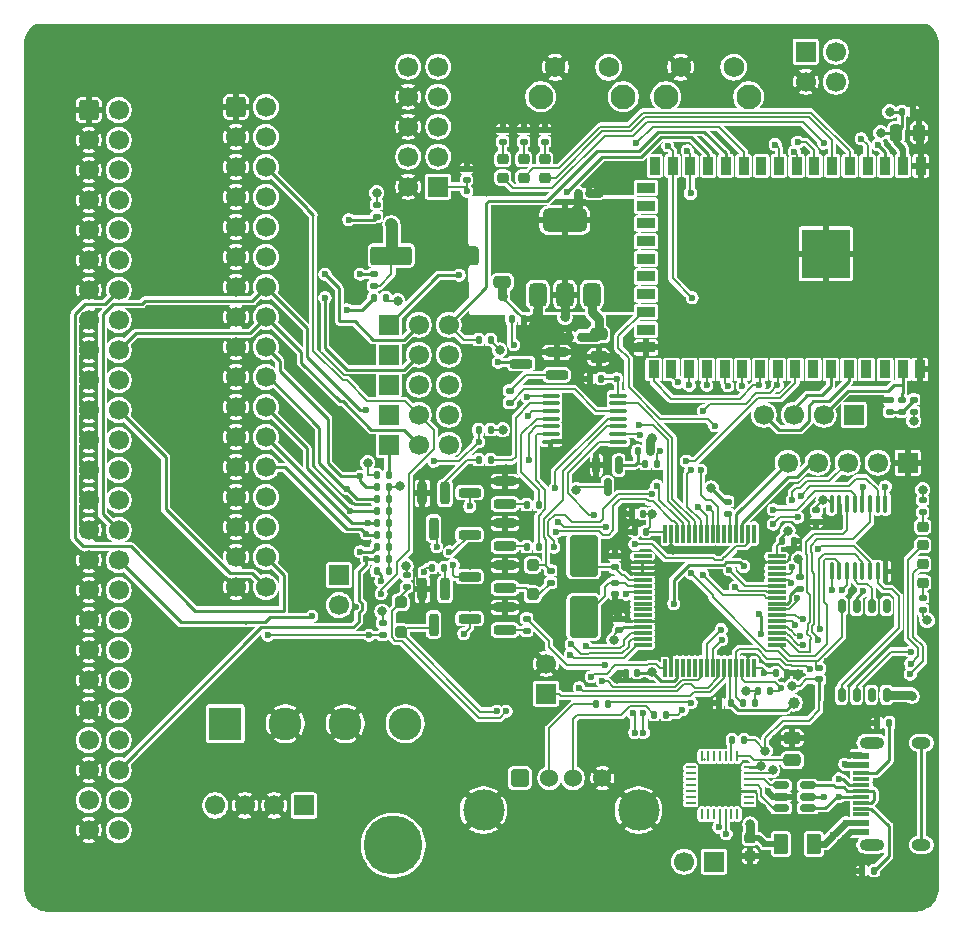
<source format=gbr>
%TF.GenerationSoftware,KiCad,Pcbnew,9.0.4-1.fc42*%
%TF.CreationDate,2025-09-30T23:52:09+02:00*%
%TF.ProjectId,SweFlopsMini8,53776546-6c6f-4707-934d-696e69382e6b,1.01*%
%TF.SameCoordinates,PX5243920PY1cca9b0*%
%TF.FileFunction,Copper,L1,Top*%
%TF.FilePolarity,Positive*%
%FSLAX46Y46*%
G04 Gerber Fmt 4.6, Leading zero omitted, Abs format (unit mm)*
G04 Created by KiCad (PCBNEW 9.0.4-1.fc42) date 2025-09-30 23:52:09*
%MOMM*%
%LPD*%
G01*
G04 APERTURE LIST*
G04 Aperture macros list*
%AMRoundRect*
0 Rectangle with rounded corners*
0 $1 Rounding radius*
0 $2 $3 $4 $5 $6 $7 $8 $9 X,Y pos of 4 corners*
0 Add a 4 corners polygon primitive as box body*
4,1,4,$2,$3,$4,$5,$6,$7,$8,$9,$2,$3,0*
0 Add four circle primitives for the rounded corners*
1,1,$1+$1,$2,$3*
1,1,$1+$1,$4,$5*
1,1,$1+$1,$6,$7*
1,1,$1+$1,$8,$9*
0 Add four rect primitives between the rounded corners*
20,1,$1+$1,$2,$3,$4,$5,0*
20,1,$1+$1,$4,$5,$6,$7,0*
20,1,$1+$1,$6,$7,$8,$9,0*
20,1,$1+$1,$8,$9,$2,$3,0*%
G04 Aperture macros list end*
%TA.AperFunction,SMDPad,CuDef*%
%ADD10RoundRect,0.140000X0.170000X-0.140000X0.170000X0.140000X-0.170000X0.140000X-0.170000X-0.140000X0*%
%TD*%
%TA.AperFunction,SMDPad,CuDef*%
%ADD11RoundRect,0.140000X-0.170000X0.140000X-0.170000X-0.140000X0.170000X-0.140000X0.170000X0.140000X0*%
%TD*%
%TA.AperFunction,SMDPad,CuDef*%
%ADD12RoundRect,0.140000X-0.140000X-0.170000X0.140000X-0.170000X0.140000X0.170000X-0.140000X0.170000X0*%
%TD*%
%TA.AperFunction,SMDPad,CuDef*%
%ADD13RoundRect,0.140000X0.140000X0.170000X-0.140000X0.170000X-0.140000X-0.170000X0.140000X-0.170000X0*%
%TD*%
%TA.AperFunction,SMDPad,CuDef*%
%ADD14RoundRect,0.250000X-0.475000X0.250000X-0.475000X-0.250000X0.475000X-0.250000X0.475000X0.250000X0*%
%TD*%
%TA.AperFunction,ComponentPad*%
%ADD15RoundRect,0.250000X-0.600000X-0.600000X0.600000X-0.600000X0.600000X0.600000X-0.600000X0.600000X0*%
%TD*%
%TA.AperFunction,ComponentPad*%
%ADD16C,1.700000*%
%TD*%
%TA.AperFunction,SMDPad,CuDef*%
%ADD17RoundRect,0.135000X-0.185000X0.135000X-0.185000X-0.135000X0.185000X-0.135000X0.185000X0.135000X0*%
%TD*%
%TA.AperFunction,SMDPad,CuDef*%
%ADD18RoundRect,0.135000X0.185000X-0.135000X0.185000X0.135000X-0.185000X0.135000X-0.185000X-0.135000X0*%
%TD*%
%TA.AperFunction,SMDPad,CuDef*%
%ADD19RoundRect,0.135000X0.135000X0.185000X-0.135000X0.185000X-0.135000X-0.185000X0.135000X-0.185000X0*%
%TD*%
%TA.AperFunction,SMDPad,CuDef*%
%ADD20RoundRect,0.135000X-0.135000X-0.185000X0.135000X-0.185000X0.135000X0.185000X-0.135000X0.185000X0*%
%TD*%
%TA.AperFunction,SMDPad,CuDef*%
%ADD21RoundRect,0.100000X-0.637500X-0.100000X0.637500X-0.100000X0.637500X0.100000X-0.637500X0.100000X0*%
%TD*%
%TA.AperFunction,SMDPad,CuDef*%
%ADD22RoundRect,0.375000X0.375000X-0.625000X0.375000X0.625000X-0.375000X0.625000X-0.375000X-0.625000X0*%
%TD*%
%TA.AperFunction,SMDPad,CuDef*%
%ADD23RoundRect,0.500000X1.400000X-0.500000X1.400000X0.500000X-1.400000X0.500000X-1.400000X-0.500000X0*%
%TD*%
%TA.AperFunction,SMDPad,CuDef*%
%ADD24RoundRect,0.250001X-0.949999X1.499999X-0.949999X-1.499999X0.949999X-1.499999X0.949999X1.499999X0*%
%TD*%
%TA.AperFunction,SMDPad,CuDef*%
%ADD25RoundRect,0.250000X-1.500000X-0.550000X1.500000X-0.550000X1.500000X0.550000X-1.500000X0.550000X0*%
%TD*%
%TA.AperFunction,SMDPad,CuDef*%
%ADD26RoundRect,0.200000X-0.200000X0.750000X-0.200000X-0.750000X0.200000X-0.750000X0.200000X0.750000X0*%
%TD*%
%TA.AperFunction,ComponentPad*%
%ADD27R,1.700000X1.700000*%
%TD*%
%TA.AperFunction,SMDPad,CuDef*%
%ADD28RoundRect,0.200000X0.750000X0.200000X-0.750000X0.200000X-0.750000X-0.200000X0.750000X-0.200000X0*%
%TD*%
%TA.AperFunction,SMDPad,CuDef*%
%ADD29RoundRect,0.250000X-0.250000X0.250000X-0.250000X-0.250000X0.250000X-0.250000X0.250000X0.250000X0*%
%TD*%
%TA.AperFunction,SMDPad,CuDef*%
%ADD30RoundRect,0.075000X-0.700000X-0.075000X0.700000X-0.075000X0.700000X0.075000X-0.700000X0.075000X0*%
%TD*%
%TA.AperFunction,SMDPad,CuDef*%
%ADD31RoundRect,0.075000X-0.075000X-0.700000X0.075000X-0.700000X0.075000X0.700000X-0.075000X0.700000X0*%
%TD*%
%TA.AperFunction,SMDPad,CuDef*%
%ADD32C,1.000000*%
%TD*%
%TA.AperFunction,ComponentPad*%
%ADD33C,5.000000*%
%TD*%
%TA.AperFunction,SMDPad,CuDef*%
%ADD34RoundRect,0.250000X-0.375000X-0.625000X0.375000X-0.625000X0.375000X0.625000X-0.375000X0.625000X0*%
%TD*%
%TA.AperFunction,SMDPad,CuDef*%
%ADD35R,1.450000X0.600000*%
%TD*%
%TA.AperFunction,SMDPad,CuDef*%
%ADD36R,1.450000X0.300000*%
%TD*%
%TA.AperFunction,ComponentPad*%
%ADD37O,2.100000X1.000000*%
%TD*%
%TA.AperFunction,ComponentPad*%
%ADD38O,1.600000X1.000000*%
%TD*%
%TA.AperFunction,ComponentPad*%
%ADD39C,2.100000*%
%TD*%
%TA.AperFunction,ComponentPad*%
%ADD40C,1.750000*%
%TD*%
%TA.AperFunction,ComponentPad*%
%ADD41RoundRect,0.250000X-0.512000X-0.512000X0.512000X-0.512000X0.512000X0.512000X-0.512000X0.512000X0*%
%TD*%
%TA.AperFunction,ComponentPad*%
%ADD42C,1.524000*%
%TD*%
%TA.AperFunction,ComponentPad*%
%ADD43C,3.500000*%
%TD*%
%TA.AperFunction,SMDPad,CuDef*%
%ADD44RoundRect,0.218750X-0.256250X0.218750X-0.256250X-0.218750X0.256250X-0.218750X0.256250X0.218750X0*%
%TD*%
%TA.AperFunction,SMDPad,CuDef*%
%ADD45RoundRect,0.150000X-0.150000X0.450000X-0.150000X-0.450000X0.150000X-0.450000X0.150000X0.450000X0*%
%TD*%
%TA.AperFunction,SMDPad,CuDef*%
%ADD46RoundRect,0.100000X0.100000X-0.637500X0.100000X0.637500X-0.100000X0.637500X-0.100000X-0.637500X0*%
%TD*%
%TA.AperFunction,SMDPad,CuDef*%
%ADD47RoundRect,0.150000X-0.512500X-0.150000X0.512500X-0.150000X0.512500X0.150000X-0.512500X0.150000X0*%
%TD*%
%TA.AperFunction,ComponentPad*%
%ADD48R,2.780000X2.780000*%
%TD*%
%TA.AperFunction,ComponentPad*%
%ADD49C,2.780000*%
%TD*%
%TA.AperFunction,SMDPad,CuDef*%
%ADD50RoundRect,0.225000X0.250000X-0.225000X0.250000X0.225000X-0.250000X0.225000X-0.250000X-0.225000X0*%
%TD*%
%TA.AperFunction,SMDPad,CuDef*%
%ADD51RoundRect,0.218750X0.256250X-0.218750X0.256250X0.218750X-0.256250X0.218750X-0.256250X-0.218750X0*%
%TD*%
%TA.AperFunction,SMDPad,CuDef*%
%ADD52RoundRect,0.150000X-0.150000X0.587500X-0.150000X-0.587500X0.150000X-0.587500X0.150000X0.587500X0*%
%TD*%
%TA.AperFunction,SMDPad,CuDef*%
%ADD53RoundRect,0.062500X0.337500X0.062500X-0.337500X0.062500X-0.337500X-0.062500X0.337500X-0.062500X0*%
%TD*%
%TA.AperFunction,SMDPad,CuDef*%
%ADD54RoundRect,0.062500X0.062500X0.337500X-0.062500X0.337500X-0.062500X-0.337500X0.062500X-0.337500X0*%
%TD*%
%TA.AperFunction,HeatsinkPad*%
%ADD55R,3.350000X3.350000*%
%TD*%
%TA.AperFunction,SMDPad,CuDef*%
%ADD56RoundRect,0.250000X-0.250000X-0.475000X0.250000X-0.475000X0.250000X0.475000X-0.250000X0.475000X0*%
%TD*%
%TA.AperFunction,SMDPad,CuDef*%
%ADD57R,0.900000X1.500000*%
%TD*%
%TA.AperFunction,SMDPad,CuDef*%
%ADD58R,1.500000X0.900000*%
%TD*%
%TA.AperFunction,SMDPad,CuDef*%
%ADD59R,4.100000X4.100000*%
%TD*%
%TA.AperFunction,ViaPad*%
%ADD60C,0.600000*%
%TD*%
%TA.AperFunction,ViaPad*%
%ADD61C,0.800000*%
%TD*%
%TA.AperFunction,Conductor*%
%ADD62C,0.200000*%
%TD*%
%TA.AperFunction,Conductor*%
%ADD63C,0.500000*%
%TD*%
%TA.AperFunction,Conductor*%
%ADD64C,0.250000*%
%TD*%
%TA.AperFunction,Conductor*%
%ADD65C,0.750000*%
%TD*%
%TA.AperFunction,Conductor*%
%ADD66C,1.000000*%
%TD*%
%TA.AperFunction,Conductor*%
%ADD67C,0.600000*%
%TD*%
G04 APERTURE END LIST*
D10*
%TO.P,C3,1*%
%TO.N,Net-(U3-PD0)*%
X36777600Y-71636000D03*
%TO.P,C3,2*%
%TO.N,GND*%
X36777600Y-70676000D03*
%TD*%
%TO.P,C4,1*%
%TO.N,/nrst*%
X24230000Y-38842000D03*
%TO.P,C4,2*%
%TO.N,GND*%
X24230000Y-37882000D03*
%TD*%
D11*
%TO.P,C5,1*%
%TO.N,Net-(U3-PD1)*%
X36777600Y-72934000D03*
%TO.P,C5,2*%
%TO.N,GND*%
X36777600Y-73894000D03*
%TD*%
D10*
%TO.P,C6,1*%
%TO.N,+3V3*%
X37133200Y-76970000D03*
%TO.P,C6,2*%
%TO.N,GND*%
X37133200Y-76010000D03*
%TD*%
D12*
%TO.P,C7,1*%
%TO.N,+3V3*%
X50956000Y-69378000D03*
%TO.P,C7,2*%
%TO.N,GND*%
X51916000Y-69378000D03*
%TD*%
D13*
%TO.P,C9,1*%
%TO.N,+3V3*%
X38680000Y-80554000D03*
%TO.P,C9,2*%
%TO.N,GND*%
X37720000Y-80554000D03*
%TD*%
%TO.P,C10,1*%
%TO.N,+3V3*%
X39414000Y-68616000D03*
%TO.P,C10,2*%
%TO.N,GND*%
X38454000Y-68616000D03*
%TD*%
D14*
%TO.P,C17,1*%
%TO.N,+3V3*%
X27252600Y-45593400D03*
%TO.P,C17,2*%
%TO.N,GND*%
X27252600Y-47493400D03*
%TD*%
D12*
%TO.P,C18,1*%
%TO.N,+3V3*%
X33628000Y-39914000D03*
%TO.P,C18,2*%
%TO.N,GND*%
X34588000Y-39914000D03*
%TD*%
D14*
%TO.P,C19,1*%
%TO.N,+5V*%
X35406000Y-51918000D03*
%TO.P,C19,2*%
%TO.N,GND*%
X35406000Y-53818000D03*
%TD*%
D13*
%TO.P,C20,1*%
%TO.N,+5V*%
X35632000Y-55662000D03*
%TO.P,C20,2*%
%TO.N,GND*%
X34672000Y-55662000D03*
%TD*%
%TO.P,C23,1*%
%TO.N,+5V*%
X33882000Y-52106000D03*
%TO.P,C23,2*%
%TO.N,GND*%
X32922000Y-52106000D03*
%TD*%
D15*
%TO.P,P1,1,Pin_1*%
%TO.N,GND*%
X4700000Y-32670000D03*
D16*
%TO.P,P1,2,Pin_2*%
%TO.N,/~{dskchg}*%
X7240000Y-32670000D03*
%TO.P,P1,3,Pin_3*%
%TO.N,GND*%
X4700000Y-35210000D03*
%TO.P,P1,4,Pin_4*%
%TO.N,/~{inuse}*%
X7240000Y-35210000D03*
%TO.P,P1,5,Pin_5*%
%TO.N,GND*%
X4700000Y-37750000D03*
%TO.P,P1,6,Pin_6*%
%TO.N,/~{sel3}*%
X7240000Y-37750000D03*
%TO.P,P1,7,Pin_7*%
%TO.N,GND*%
X4700000Y-40290000D03*
%TO.P,P1,8,Pin_8*%
%TO.N,/~{index}*%
X7240000Y-40290000D03*
%TO.P,P1,9,Pin_9*%
%TO.N,GND*%
X4700000Y-42830000D03*
%TO.P,P1,10,Pin_10*%
%TO.N,/~{sel0}*%
X7240000Y-42830000D03*
%TO.P,P1,11,Pin_11*%
%TO.N,GND*%
X4700000Y-45370000D03*
%TO.P,P1,12,Pin_12*%
%TO.N,/~{sel1}*%
X7240000Y-45370000D03*
%TO.P,P1,13,Pin_13*%
%TO.N,GND*%
X4700000Y-47910000D03*
%TO.P,P1,14,Pin_14*%
%TO.N,/~{sel2}*%
X7240000Y-47910000D03*
%TO.P,P1,15,Pin_15*%
%TO.N,GND*%
X4700000Y-50450000D03*
%TO.P,P1,16,Pin_16*%
%TO.N,/~{mtron}*%
X7240000Y-50450000D03*
%TO.P,P1,17,Pin_17*%
%TO.N,GND*%
X4700000Y-52990000D03*
%TO.P,P1,18,Pin_18*%
%TO.N,/dir*%
X7240000Y-52990000D03*
%TO.P,P1,19,Pin_19*%
%TO.N,GND*%
X4700000Y-55530000D03*
%TO.P,P1,20,Pin_20*%
%TO.N,/~{step}*%
X7240000Y-55530000D03*
%TO.P,P1,21,Pin_21*%
%TO.N,GND*%
X4700000Y-58070000D03*
%TO.P,P1,22,Pin_22*%
%TO.N,/~{wdata}*%
X7240000Y-58070000D03*
%TO.P,P1,23,Pin_23*%
%TO.N,GND*%
X4700000Y-60610000D03*
%TO.P,P1,24,Pin_24*%
%TO.N,/~{wgate}*%
X7240000Y-60610000D03*
%TO.P,P1,25,Pin_25*%
%TO.N,GND*%
X4700000Y-63150000D03*
%TO.P,P1,26,Pin_26*%
%TO.N,/~{trk0}*%
X7240000Y-63150000D03*
%TO.P,P1,27,Pin_27*%
%TO.N,GND*%
X4700000Y-65690000D03*
%TO.P,P1,28,Pin_28*%
%TO.N,/~{wprot}*%
X7240000Y-65690000D03*
%TO.P,P1,29,Pin_29*%
%TO.N,GND*%
X4700000Y-68230000D03*
%TO.P,P1,30,Pin_30*%
%TO.N,/~{rdata}*%
X7240000Y-68230000D03*
%TO.P,P1,31,Pin_31*%
%TO.N,GND*%
X4700000Y-70770000D03*
%TO.P,P1,32,Pin_32*%
%TO.N,/~{side}*%
X7240000Y-70770000D03*
%TO.P,P1,33,Pin_33*%
%TO.N,GND*%
X4700000Y-73310000D03*
%TO.P,P1,34,Pin_34*%
%TO.N,/~{rdy}*%
X7240000Y-73310000D03*
%TD*%
D17*
%TO.P,PU1,1*%
%TO.N,+5V*%
X16610000Y-40928000D03*
%TO.P,PU1,2*%
%TO.N,/~{dskchg}*%
X16610000Y-41948000D03*
%TD*%
D18*
%TO.P,PU2,1*%
%TO.N,+5V*%
X16356000Y-47792000D03*
%TO.P,PU2,2*%
%TO.N,/~{inuse}*%
X16356000Y-46772000D03*
%TD*%
D19*
%TO.P,PU3,1*%
%TO.N,+5V*%
X17374000Y-48804000D03*
%TO.P,PU3,2*%
%TO.N,/~{index}*%
X16354000Y-48804000D03*
%TD*%
%TO.P,PU4,1*%
%TO.N,/~{selx}*%
X17628000Y-63790000D03*
%TO.P,PU4,2*%
%TO.N,+5V*%
X16608000Y-63790000D03*
%TD*%
%TO.P,PU5,1*%
%TO.N,+5V*%
X17628000Y-64806000D03*
%TO.P,PU5,2*%
%TO.N,/dir*%
X16608000Y-64806000D03*
%TD*%
%TO.P,PU6,1*%
%TO.N,+5V*%
X17630000Y-65822000D03*
%TO.P,PU6,2*%
%TO.N,/~{step}*%
X16610000Y-65822000D03*
%TD*%
%TO.P,PU7,1*%
%TO.N,+5V*%
X17628000Y-66838000D03*
%TO.P,PU7,2*%
%TO.N,/~{wdata}*%
X16608000Y-66838000D03*
%TD*%
%TO.P,PU8,1*%
%TO.N,+5V*%
X17628000Y-67854000D03*
%TO.P,PU8,2*%
%TO.N,/~{wgate}*%
X16608000Y-67854000D03*
%TD*%
%TO.P,PU9,1*%
%TO.N,+5V*%
X17628000Y-68870000D03*
%TO.P,PU9,2*%
%TO.N,/~{trk0}*%
X16608000Y-68870000D03*
%TD*%
%TO.P,PU10,1*%
%TO.N,+5V*%
X17630000Y-69886000D03*
%TO.P,PU10,2*%
%TO.N,/~{wprot}*%
X16610000Y-69886000D03*
%TD*%
%TO.P,PU11,1*%
%TO.N,+5V*%
X17628000Y-70902000D03*
%TO.P,PU11,2*%
%TO.N,/~{rdata}*%
X16608000Y-70902000D03*
%TD*%
%TO.P,PU12,1*%
%TO.N,+5V*%
X17628000Y-71918000D03*
%TO.P,PU12,2*%
%TO.N,/~{side}*%
X16608000Y-71918000D03*
%TD*%
D17*
%TO.P,PU13,1*%
%TO.N,+5V*%
X17118000Y-76359000D03*
%TO.P,PU13,2*%
%TO.N,/~{rdy}*%
X17118000Y-77379000D03*
%TD*%
D20*
%TO.P,RN1,1*%
%TO.N,Net-(Q1-G)*%
X25246000Y-62520000D03*
%TO.P,RN1,2*%
%TO.N,Net-(RN1-Pad2)*%
X26266000Y-62520000D03*
%TD*%
%TO.P,RN2,1*%
%TO.N,Net-(Q2-G)*%
X29310000Y-66330000D03*
%TO.P,RN2,2*%
%TO.N,Net-(RN2-Pad2)*%
X30330000Y-66330000D03*
%TD*%
%TO.P,RN3,1*%
%TO.N,Net-(Q3-G)*%
X29308000Y-69886000D03*
%TO.P,RN3,2*%
%TO.N,Net-(RN3-Pad2)*%
X30328000Y-69886000D03*
%TD*%
D18*
%TO.P,RN4,1*%
%TO.N,Net-(Q4-G)*%
X29310000Y-77000000D03*
%TO.P,RN4,2*%
%TO.N,Net-(RN4-Pad2)*%
X29310000Y-75980000D03*
%TD*%
%TO.P,RN5,1*%
%TO.N,Net-(D1-A)*%
X31342000Y-72934000D03*
%TO.P,RN5,2*%
%TO.N,Net-(D1-K)*%
X31342000Y-71914000D03*
%TD*%
D17*
%TO.P,RN6,1*%
%TO.N,Net-(Q6-G)*%
X27913000Y-56676000D03*
%TO.P,RN6,2*%
%TO.N,Net-(RN6-Pad2)*%
X27913000Y-57696000D03*
%TD*%
D21*
%TO.P,U1,1*%
%TO.N,/~{index_3v3}*%
X31342000Y-57096000D03*
%TO.P,U1,2*%
%TO.N,Net-(RN1-Pad2)*%
X31342000Y-57746000D03*
%TO.P,U1,3*%
%TO.N,/~{trk0_3v3}*%
X31342000Y-58396000D03*
%TO.P,U1,4*%
%TO.N,Net-(RN2-Pad2)*%
X31342000Y-59046000D03*
%TO.P,U1,5*%
%TO.N,/~{wprot_3v3}*%
X31342000Y-59696000D03*
%TO.P,U1,6*%
%TO.N,Net-(RN3-Pad2)*%
X31342000Y-60346000D03*
%TO.P,U1,7,GND*%
%TO.N,GND*%
X31342000Y-60996000D03*
%TO.P,U1,8*%
%TO.N,Net-(RN4-Pad2)*%
X37067000Y-60996000D03*
%TO.P,U1,9*%
%TO.N,/~{rdy_3v3}*%
X37067000Y-60346000D03*
%TO.P,U1,10*%
%TO.N,Net-(D1-K)*%
X37067000Y-59696000D03*
%TO.P,U1,11*%
%TO.N,/~{rdata_3v3}*%
X37067000Y-59046000D03*
%TO.P,U1,12*%
%TO.N,Net-(RN6-Pad2)*%
X37067000Y-58396000D03*
%TO.P,U1,13*%
%TO.N,/~{dskchg_3v3}*%
X37067000Y-57746000D03*
%TO.P,U1,14,VCC*%
%TO.N,+5V*%
X37067000Y-57096000D03*
%TD*%
D22*
%TO.P,U4,1,GND*%
%TO.N,GND*%
X30247220Y-48550400D03*
%TO.P,U4,2,VO*%
%TO.N,+3V3*%
X32547220Y-48550400D03*
D23*
X32547220Y-42250400D03*
D22*
%TO.P,U4,3,VI*%
%TO.N,+5V*%
X34847220Y-48550400D03*
%TD*%
D24*
%TO.P,Y1,1,1*%
%TO.N,Net-(U3-PD0)*%
X34136000Y-70648000D03*
%TO.P,Y1,2,2*%
%TO.N,Net-(U3-PD1)*%
X34136000Y-75848000D03*
%TD*%
D25*
%TO.P,C1,1*%
%TO.N,+5V*%
X17868000Y-45248000D03*
%TO.P,C1,2*%
%TO.N,GND*%
X23468000Y-45248000D03*
%TD*%
D20*
%TO.P,R13,1*%
%TO.N,/boot0*%
X28036000Y-50582000D03*
%TO.P,R13,2*%
%TO.N,GND*%
X29056000Y-50582000D03*
%TD*%
D19*
%TO.P,PU14,1*%
%TO.N,+5V*%
X26262000Y-59980000D03*
%TO.P,PU14,2*%
%TO.N,/~{mtron}*%
X25242000Y-59980000D03*
%TD*%
D20*
%TO.P,PU15,1*%
%TO.N,/~{sely}*%
X25246000Y-52360000D03*
%TO.P,PU15,2*%
%TO.N,+5V*%
X26266000Y-52360000D03*
%TD*%
%TO.P,R3,1*%
%TO.N,+3V3*%
X48866000Y-82078000D03*
%TO.P,R3,2*%
%TO.N,/disp_dio*%
X49886000Y-82078000D03*
%TD*%
D19*
%TO.P,R4,1*%
%TO.N,+3V3*%
X48618000Y-83094000D03*
%TO.P,R4,2*%
%TO.N,/disp_clk*%
X47598000Y-83094000D03*
%TD*%
%TO.P,R5,1*%
%TO.N,Net-(Q7-B)*%
X22325000Y-71664000D03*
%TO.P,R5,2*%
%TO.N,/jb*%
X21305000Y-71664000D03*
%TD*%
D18*
%TO.P,R6,1*%
%TO.N,/spk+*%
X19150000Y-73317000D03*
%TO.P,R6,2*%
%TO.N,+5V*%
X19150000Y-72297000D03*
%TD*%
D26*
%TO.P,Q7,1,B*%
%TO.N,Net-(Q7-B)*%
X22386000Y-73490000D03*
%TO.P,Q7,2,E*%
%TO.N,GND*%
X20486000Y-73490000D03*
%TO.P,Q7,3,C*%
%TO.N,/spk-*%
X21436000Y-76490000D03*
%TD*%
D27*
%TO.P,P6,1,Pin_1*%
%TO.N,GND*%
X61563000Y-62774000D03*
D16*
%TO.P,P6,2,Pin_2*%
%TO.N,+3V3*%
X59023000Y-62774000D03*
%TO.P,P6,3,Pin_3*%
%TO.N,/ja*%
X56483000Y-62774000D03*
%TO.P,P6,4,Pin_4*%
%TO.N,/enc_dt*%
X53943000Y-62774000D03*
%TO.P,P6,5,Pin_5*%
%TO.N,/enc_clk*%
X51403000Y-62774000D03*
%TD*%
D12*
%TO.P,C8,1*%
%TO.N,+3V3*%
X50420000Y-80554000D03*
%TO.P,C8,2*%
%TO.N,GND*%
X51380000Y-80554000D03*
%TD*%
D26*
%TO.P,Q1,1,G*%
%TO.N,Net-(Q1-G)*%
X22386000Y-65362000D03*
%TO.P,Q1,2,S*%
%TO.N,GND*%
X20486000Y-65362000D03*
%TO.P,Q1,3,D*%
%TO.N,/~{index}*%
X21436000Y-68362000D03*
%TD*%
D28*
%TO.P,Q2,1,G*%
%TO.N,Net-(Q2-G)*%
X27484000Y-66264000D03*
%TO.P,Q2,2,S*%
%TO.N,GND*%
X27484000Y-64364000D03*
%TO.P,Q2,3,D*%
%TO.N,/~{trk0}*%
X24484000Y-65314000D03*
%TD*%
%TO.P,Q3,1,G*%
%TO.N,Net-(Q3-G)*%
X27484000Y-69820000D03*
%TO.P,Q3,2,S*%
%TO.N,GND*%
X27484000Y-67920000D03*
%TO.P,Q3,3,D*%
%TO.N,/~{wprot}*%
X24484000Y-68870000D03*
%TD*%
%TO.P,Q4,1,G*%
%TO.N,Net-(Q4-G)*%
X27484000Y-76932000D03*
%TO.P,Q4,2,S*%
%TO.N,GND*%
X27484000Y-75032000D03*
%TO.P,Q4,3,D*%
%TO.N,/~{rdy}*%
X24484000Y-75982000D03*
%TD*%
%TO.P,Q5,1,G*%
%TO.N,Net-(D1-A)*%
X27484000Y-73376000D03*
%TO.P,Q5,2,S*%
%TO.N,GND*%
X27484000Y-71476000D03*
%TO.P,Q5,3,D*%
%TO.N,/~{rdata}*%
X24484000Y-72426000D03*
%TD*%
%TO.P,Q6,1,G*%
%TO.N,Net-(Q6-G)*%
X31850000Y-55342000D03*
%TO.P,Q6,2,S*%
%TO.N,GND*%
X31850000Y-53442000D03*
%TO.P,Q6,3,D*%
%TO.N,/~{dskchg}*%
X28850000Y-54392000D03*
%TD*%
D29*
%TO.P,D1,1,K*%
%TO.N,Net-(D1-K)*%
X29818000Y-71430000D03*
%TO.P,D1,2,A*%
%TO.N,Net-(D1-A)*%
X29818000Y-73930000D03*
%TD*%
%TO.P,D2,1,K*%
%TO.N,/spk+*%
X18642000Y-74605000D03*
%TO.P,D2,2,A*%
%TO.N,/spk-*%
X18642000Y-77105000D03*
%TD*%
D27*
%TO.P,PA5,1,Pin_1*%
%TO.N,/~{selx}*%
X17626000Y-51090000D03*
D16*
%TO.P,PA5,2,Pin_2*%
%TO.N,/~{sel0}*%
X20166000Y-51090000D03*
%TO.P,PA5,3,Pin_3*%
%TO.N,/~{sely}*%
X22706000Y-51090000D03*
%TD*%
D27*
%TO.P,PB5,1,Pin_1*%
%TO.N,/~{selx}*%
X17626000Y-53630000D03*
D16*
%TO.P,PB5,2,Pin_2*%
%TO.N,/~{sel1}*%
X20166000Y-53630000D03*
%TO.P,PB5,3,Pin_3*%
%TO.N,/~{sely}*%
X22706000Y-53630000D03*
%TD*%
D27*
%TO.P,PC5,1,Pin_1*%
%TO.N,/~{selx}*%
X17626000Y-56170000D03*
D16*
%TO.P,PC5,2,Pin_2*%
%TO.N,/~{sel2}*%
X20166000Y-56170000D03*
%TO.P,PC5,3,Pin_3*%
%TO.N,/~{sely}*%
X22706000Y-56170000D03*
%TD*%
D27*
%TO.P,PD5,1,Pin_1*%
%TO.N,/~{selx}*%
X17626000Y-61250000D03*
D16*
%TO.P,PD5,2,Pin_2*%
%TO.N,/~{mtron}*%
X20166000Y-61250000D03*
%TO.P,PD5,3,Pin_3*%
%TO.N,/~{sely}*%
X22706000Y-61250000D03*
%TD*%
D27*
%TO.P,P4,1,Pin_1*%
%TO.N,/nrst*%
X21827000Y-39406000D03*
D16*
%TO.P,P4,2,Pin_2*%
%TO.N,GND*%
X19287000Y-39406000D03*
%TO.P,P4,3,Pin_3*%
%TO.N,/rx*%
X21827000Y-36866000D03*
%TO.P,P4,4,Pin_4*%
%TO.N,+5V*%
X19287000Y-36866000D03*
%TO.P,P4,5,Pin_5*%
%TO.N,/tx*%
X21827000Y-34326000D03*
%TO.P,P4,6,Pin_6*%
%TO.N,GND*%
X19287000Y-34326000D03*
%TO.P,P4,7,Pin_7*%
%TO.N,+3V3*%
X21827000Y-31786000D03*
%TO.P,P4,8,Pin_8*%
%TO.N,GND*%
X19287000Y-31786000D03*
%TO.P,P4,9,Pin_9*%
%TO.N,/boot0*%
X21827000Y-29246000D03*
%TO.P,P4,10,Pin_10*%
%TO.N,+3V3*%
X19287000Y-29246000D03*
%TD*%
D27*
%TO.P,P5,1,Pin_1*%
%TO.N,/jc*%
X30961000Y-82332000D03*
D16*
%TO.P,P5,2,Pin_2*%
%TO.N,GND*%
X30961000Y-79792000D03*
%TD*%
D27*
%TO.P,P9,1,Pin_1*%
%TO.N,/spk+*%
X45185000Y-96556000D03*
D16*
%TO.P,P9,2,Pin_2*%
%TO.N,/spk-*%
X42645000Y-96556000D03*
%TD*%
D30*
%TO.P,U3,1,VBAT*%
%TO.N,unconnected-(U3-VBAT-Pad1)*%
X39129000Y-70708000D03*
%TO.P,U3,2,PC13*%
%TO.N,GND*%
X39129000Y-71208000D03*
%TO.P,U3,3,PC14*%
X39129000Y-71708000D03*
%TO.P,U3,4,PC15*%
X39129000Y-72208000D03*
%TO.P,U3,5,PD0*%
%TO.N,Net-(U3-PD0)*%
X39129000Y-72708000D03*
%TO.P,U3,6,PD1*%
%TO.N,Net-(U3-PD1)*%
X39129000Y-73208000D03*
%TO.P,U3,7,NRST*%
%TO.N,/nrst*%
X39129000Y-73708000D03*
%TO.P,U3,8,PC0*%
%TO.N,unconnected-(U3-PC0-Pad8)*%
X39129000Y-74208000D03*
%TO.P,U3,9,PC1*%
%TO.N,unconnected-(U3-PC1-Pad9)*%
X39129000Y-74708000D03*
%TO.P,U3,10,PC2*%
%TO.N,unconnected-(U3-PC2-Pad10)*%
X39129000Y-75208000D03*
%TO.P,U3,11,PC3*%
%TO.N,unconnected-(U3-PC3-Pad11)*%
X39129000Y-75708000D03*
%TO.P,U3,12,VSSA*%
%TO.N,GND*%
X39129000Y-76208000D03*
%TO.P,U3,13,VDDA*%
%TO.N,+3V3*%
X39129000Y-76708000D03*
%TO.P,U3,14,PA0*%
%TO.N,/~{selx}*%
X39129000Y-77208000D03*
%TO.P,U3,15,PA1*%
%TO.N,/~{step}*%
X39129000Y-77708000D03*
%TO.P,U3,16,PA2*%
%TO.N,/jb*%
X39129000Y-78208000D03*
D31*
%TO.P,U3,17,PA3*%
%TO.N,/~{sely}*%
X41054000Y-80133000D03*
%TO.P,U3,18,VSS*%
%TO.N,GND*%
X41554000Y-80133000D03*
%TO.P,U3,19,VDD*%
%TO.N,+3V3*%
X42054000Y-80133000D03*
%TO.P,U3,20,PA4*%
%TO.N,unconnected-(U3-PA4-Pad20)*%
X42554000Y-80133000D03*
%TO.P,U3,21,PA5*%
%TO.N,unconnected-(U3-PA5-Pad21)*%
X43054000Y-80133000D03*
%TO.P,U3,22,PA6*%
%TO.N,unconnected-(U3-PA6-Pad22)*%
X43554000Y-80133000D03*
%TO.P,U3,23,PA7*%
%TO.N,/~{rdata_3v3}*%
X44054000Y-80133000D03*
%TO.P,U3,24,PC4*%
%TO.N,/io2*%
X44554000Y-80133000D03*
%TO.P,U3,25,PC5*%
%TO.N,/io1*%
X45054000Y-80133000D03*
%TO.P,U3,26,PB0*%
%TO.N,/dir*%
X45554000Y-80133000D03*
%TO.P,U3,27,PB1*%
%TO.N,/jc*%
X46054000Y-80133000D03*
%TO.P,U3,28,PB2*%
%TO.N,/boot1*%
X46554000Y-80133000D03*
%TO.P,U3,29,PB10*%
%TO.N,/disp_clk*%
X47054000Y-80133000D03*
%TO.P,U3,30,PB11*%
%TO.N,/disp_dio*%
X47554000Y-80133000D03*
%TO.P,U3,31,VSS*%
%TO.N,GND*%
X48054000Y-80133000D03*
%TO.P,U3,32,VDD*%
%TO.N,+3V3*%
X48554000Y-80133000D03*
D30*
%TO.P,U3,33,PB12*%
%TO.N,/spi_cs_stm*%
X50479000Y-78208000D03*
%TO.P,U3,34,PB13*%
%TO.N,/spi_clk_stm*%
X50479000Y-77708000D03*
%TO.P,U3,35,PB14*%
%TO.N,/spi_do_stm*%
X50479000Y-77208000D03*
%TO.P,U3,36,PB15*%
%TO.N,/spi_di_stm*%
X50479000Y-76708000D03*
%TO.P,U3,37,PC6*%
%TO.N,/ja*%
X50479000Y-76208000D03*
%TO.P,U3,38,PC7*%
%TO.N,/bt_right*%
X50479000Y-75708000D03*
%TO.P,U3,39,PC8*%
%TO.N,/bt_left*%
X50479000Y-75208000D03*
%TO.P,U3,40,PC9*%
%TO.N,/SD_DETECT*%
X50479000Y-74708000D03*
%TO.P,U3,41,PA8*%
%TO.N,/~{wdata}*%
X50479000Y-74208000D03*
%TO.P,U3,42,PA9*%
%TO.N,/tx*%
X50479000Y-73708000D03*
%TO.P,U3,43,PA10*%
%TO.N,/rx*%
X50479000Y-73208000D03*
%TO.P,U3,44,PA11*%
%TO.N,/usb-*%
X50479000Y-72708000D03*
%TO.P,U3,45,PA12*%
%TO.N,/usb+*%
X50479000Y-72208000D03*
%TO.P,U3,46,PA13*%
%TO.N,/swdio*%
X50479000Y-71708000D03*
%TO.P,U3,47,VSS*%
%TO.N,GND*%
X50479000Y-71208000D03*
%TO.P,U3,48,VDD*%
%TO.N,+3V3*%
X50479000Y-70708000D03*
D31*
%TO.P,U3,49,PA14*%
%TO.N,/swclk*%
X48554000Y-68783000D03*
%TO.P,U3,50,PA15*%
%TO.N,/~{mtron}*%
X48054000Y-68783000D03*
%TO.P,U3,51,PC10*%
%TO.N,/enc_dt*%
X47554000Y-68783000D03*
%TO.P,U3,52,PC11*%
%TO.N,/enc_clk*%
X47054000Y-68783000D03*
%TO.P,U3,53,PC12*%
%TO.N,Net-(U3-PC12)*%
X46554000Y-68783000D03*
%TO.P,U3,54,PD2*%
%TO.N,unconnected-(U3-PD2-Pad54)*%
X46054000Y-68783000D03*
%TO.P,U3,55,PB3*%
%TO.N,/~{rdy_3v3}*%
X45554000Y-68783000D03*
%TO.P,U3,56,PB4*%
%TO.N,/~{side}*%
X45054000Y-68783000D03*
%TO.P,U3,57,PB5*%
%TO.N,/~{wprot_3v3}*%
X44554000Y-68783000D03*
%TO.P,U3,58,PB6*%
%TO.N,/~{trk0_3v3}*%
X44054000Y-68783000D03*
%TO.P,U3,59,PB7*%
%TO.N,/~{dskchg_3v3}*%
X43554000Y-68783000D03*
%TO.P,U3,60,BOOT0*%
%TO.N,/boot0*%
X43054000Y-68783000D03*
%TO.P,U3,61,PB8*%
%TO.N,/~{index_3v3}*%
X42554000Y-68783000D03*
%TO.P,U3,62,PB9*%
%TO.N,/~{wgate}*%
X42054000Y-68783000D03*
%TO.P,U3,63,VSS*%
%TO.N,GND*%
X41554000Y-68783000D03*
%TO.P,U3,64,VDD*%
%TO.N,+3V3*%
X41054000Y-68783000D03*
%TD*%
D20*
%TO.P,R7,1*%
%TO.N,GND*%
X45564000Y-83094000D03*
%TO.P,R7,2*%
%TO.N,/boot1*%
X46584000Y-83094000D03*
%TD*%
D32*
%TO.P,TP1,1,1*%
%TO.N,/boot1*%
X51916000Y-83094000D03*
%TD*%
D33*
%TO.P,H2,1,1*%
%TO.N,GND*%
X60552000Y-28484000D03*
%TD*%
D34*
%TO.P,F1,1*%
%TO.N,+5V*%
X50840000Y-95060000D03*
%TO.P,F1,2*%
%TO.N,Net-(U7-VBUS)*%
X53640000Y-95060000D03*
%TD*%
D27*
%TO.P,P11,1,Pin_1*%
%TO.N,ESP32_IO0*%
X56996000Y-58710000D03*
D16*
%TO.P,P11,2,Pin_2*%
%TO.N,ESP32_EN*%
X54456000Y-58710000D03*
%TO.P,P11,3,Pin_3*%
%TO.N,/esp32_tx*%
X51916000Y-58710000D03*
%TO.P,P11,4,Pin_4*%
%TO.N,/esp32_rx*%
X49376000Y-58710000D03*
%TD*%
D18*
%TO.P,R16,1*%
%TO.N,Net-(D5-K)*%
X30834000Y-35598000D03*
%TO.P,R16,2*%
%TO.N,GND*%
X30834000Y-34578000D03*
%TD*%
D35*
%TO.P,USB1,1,GND*%
%TO.N,GND*%
X57630000Y-94035000D03*
%TO.P,USB1,2,VBUS*%
%TO.N,Net-(U7-VBUS)*%
X57630000Y-93260000D03*
D36*
%TO.P,USB1,3,SBU2*%
%TO.N,unconnected-(USB1-SBU2-Pad3)*%
X57630000Y-92560000D03*
%TO.P,USB1,4,CC1*%
%TO.N,Net-(USB1-CC1)*%
X57630000Y-92060000D03*
%TO.P,USB1,5,DN2*%
%TO.N,Net-(USB1-DN1)*%
X57630000Y-91560000D03*
%TO.P,USB1,6,DP1*%
%TO.N,Net-(USB1-DP1)*%
X57630000Y-91060000D03*
%TO.P,USB1,7,DN1*%
%TO.N,Net-(USB1-DN1)*%
X57630000Y-90560000D03*
%TO.P,USB1,8,DP2*%
%TO.N,Net-(USB1-DP1)*%
X57630000Y-90060000D03*
%TO.P,USB1,9,SBU1*%
%TO.N,unconnected-(USB1-SBU1-Pad9)*%
X57630000Y-89560000D03*
%TO.P,USB1,10,CC2*%
%TO.N,Net-(USB1-CC2)*%
X57630000Y-89060000D03*
D35*
%TO.P,USB1,11,VBUS*%
%TO.N,Net-(U7-VBUS)*%
X57630000Y-88360000D03*
%TO.P,USB1,12,GND*%
%TO.N,GND*%
X57630000Y-87585000D03*
D37*
%TO.P,USB1,13,SHIELD*%
%TO.N,/USB_SHIELD*%
X58545000Y-95130000D03*
D38*
X62725000Y-95130000D03*
D37*
X58545000Y-86490000D03*
D38*
X62725000Y-86490000D03*
%TD*%
D10*
%TO.P,C12,1*%
%TO.N,Net-(C12-Pad1)*%
X60044000Y-58456000D03*
%TO.P,C12,2*%
%TO.N,GND*%
X60044000Y-57496000D03*
%TD*%
D27*
%TO.P,PE5,1,Pin_1*%
%TO.N,/~{selx}*%
X17626000Y-58710000D03*
D16*
%TO.P,PE5,2,Pin_2*%
%TO.N,/~{sel3}*%
X20166000Y-58710000D03*
%TO.P,PE5,3,Pin_3*%
%TO.N,/~{sely}*%
X22706000Y-58710000D03*
%TD*%
D17*
%TO.P,R1,1*%
%TO.N,+3V3*%
X52424000Y-72422000D03*
%TO.P,R1,2*%
%TO.N,/SD_DETECT*%
X52424000Y-73442000D03*
%TD*%
D14*
%TO.P,C21,1*%
%TO.N,GND*%
X51789000Y-86081000D03*
%TO.P,C21,2*%
%TO.N,+5V*%
X51789000Y-87981000D03*
%TD*%
D20*
%TO.P,R12,1*%
%TO.N,GND*%
X57720000Y-97310000D03*
%TO.P,R12,2*%
%TO.N,Net-(USB1-CC1)*%
X58740000Y-97310000D03*
%TD*%
D27*
%TO.P,e1,1,Pin_1*%
%TO.N,+5V*%
X10454000Y-91804000D03*
D16*
%TO.P,e1,2,Pin_2*%
%TO.N,GND*%
X7954000Y-91804000D03*
%TO.P,e1,3,Pin_3*%
X5454000Y-91804000D03*
%TO.P,e1,4,Pin_4*%
%TO.N,unconnected-(e1-Pin_4-Pad4)*%
X2954000Y-91804000D03*
%TD*%
D39*
%TO.P,S2,*%
%TO.N,*%
X41096000Y-31786000D03*
X48106000Y-31786000D03*
D40*
%TO.P,S2,1,1*%
%TO.N,GND*%
X42346000Y-29296000D03*
%TO.P,S2,2,2*%
%TO.N,/bt_left*%
X46846000Y-29296000D03*
%TD*%
D18*
%TO.P,R11,1*%
%TO.N,+3V3*%
X62076000Y-58458000D03*
%TO.P,R11,2*%
%TO.N,Net-(C12-Pad1)*%
X62076000Y-57438000D03*
%TD*%
%TO.P,R20,1*%
%TO.N,Net-(LD1-A)*%
X62838000Y-66965000D03*
%TO.P,R20,2*%
%TO.N,+3V3*%
X62838000Y-65945000D03*
%TD*%
D41*
%TO.P,P3,1,VBUS*%
%TO.N,+5V*%
X28731000Y-89480500D03*
D42*
%TO.P,P3,2,D-*%
%TO.N,/usb-r*%
X31231000Y-89480500D03*
%TO.P,P3,3,D+*%
%TO.N,/usb+r*%
X33231000Y-89480500D03*
%TO.P,P3,4,GND*%
%TO.N,GND*%
X35731000Y-89480500D03*
D43*
%TO.P,P3,5,Shield*%
X25661000Y-92190500D03*
X38801000Y-92190500D03*
%TD*%
D44*
%TO.P,D5,1,K*%
%TO.N,Net-(D5-K)*%
X30834000Y-37094500D03*
%TO.P,D5,2,A*%
%TO.N,Net-(D5-A)*%
X30834000Y-38669500D03*
%TD*%
D15*
%TO.P,J12,1,Pin_1*%
%TO.N,GND*%
X-7774000Y-32929000D03*
D16*
%TO.P,J12,2,Pin_2*%
%TO.N,/~{dskchg}*%
X-5234000Y-32929000D03*
%TO.P,J12,3,Pin_3*%
%TO.N,GND*%
X-7774000Y-35469000D03*
%TO.P,J12,4,Pin_4*%
%TO.N,unconnected-(J12-Pin_4-Pad4)*%
X-5234000Y-35469000D03*
%TO.P,J12,5,Pin_5*%
%TO.N,GND*%
X-7774000Y-38009000D03*
%TO.P,J12,6,Pin_6*%
%TO.N,unconnected-(J12-Pin_6-Pad6)*%
X-5234000Y-38009000D03*
%TO.P,J12,7,Pin_7*%
%TO.N,GND*%
X-7774000Y-40549000D03*
%TO.P,J12,8,Pin_8*%
%TO.N,unconnected-(J12-Pin_8-Pad8)*%
X-5234000Y-40549000D03*
%TO.P,J12,9,Pin_9*%
%TO.N,GND*%
X-7774000Y-43089000D03*
%TO.P,J12,10,Pin_10*%
%TO.N,/~{FD2S}*%
X-5234000Y-43089000D03*
%TO.P,J12,11,Pin_11*%
%TO.N,GND*%
X-7774000Y-45629000D03*
%TO.P,J12,12,Pin_12*%
%TO.N,/~{rdy}*%
X-5234000Y-45629000D03*
%TO.P,J12,13,Pin_13*%
%TO.N,GND*%
X-7774000Y-48169000D03*
%TO.P,J12,14,Pin_14*%
%TO.N,/~{side}*%
X-5234000Y-48169000D03*
%TO.P,J12,15,Pin_15*%
%TO.N,GND*%
X-7774000Y-50709000D03*
%TO.P,J12,16,Pin_16*%
%TO.N,/~{inuse}*%
X-5234000Y-50709000D03*
%TO.P,J12,17,Pin_17*%
%TO.N,GND*%
X-7774000Y-53249000D03*
%TO.P,J12,18,Pin_18*%
%TO.N,/~{mtron}*%
X-5234000Y-53249000D03*
%TO.P,J12,19,Pin_19*%
%TO.N,GND*%
X-7774000Y-55789000D03*
%TO.P,J12,20,Pin_20*%
%TO.N,/~{index}*%
X-5234000Y-55789000D03*
%TO.P,J12,21,Pin_21*%
%TO.N,GND*%
X-7774000Y-58329000D03*
%TO.P,J12,22,Pin_22*%
%TO.N,/~{rdy}*%
X-5234000Y-58329000D03*
%TO.P,J12,23,Pin_23*%
%TO.N,GND*%
X-7774000Y-60869000D03*
%TO.P,J12,24,Pin_24*%
%TO.N,unconnected-(J12-Pin_24-Pad24)*%
X-5234000Y-60869000D03*
%TO.P,J12,25,Pin_25*%
%TO.N,GND*%
X-7774000Y-63409000D03*
%TO.P,J12,26,Pin_26*%
%TO.N,/~{sel0}*%
X-5234000Y-63409000D03*
%TO.P,J12,27,Pin_27*%
%TO.N,GND*%
X-7774000Y-65949000D03*
%TO.P,J12,28,Pin_28*%
%TO.N,/~{sel1}*%
X-5234000Y-65949000D03*
%TO.P,J12,29,Pin_29*%
%TO.N,GND*%
X-7774000Y-68489000D03*
%TO.P,J12,30,Pin_30*%
%TO.N,/~{sel2}*%
X-5234000Y-68489000D03*
%TO.P,J12,31,Pin_31*%
%TO.N,GND*%
X-7774000Y-71029000D03*
%TO.P,J12,32,Pin_32*%
%TO.N,/~{sel3}*%
X-5234000Y-71029000D03*
%TO.P,J12,33,Pin_33*%
%TO.N,GND*%
X-7774000Y-73569000D03*
%TO.P,J12,34,Pin_34*%
%TO.N,/dir*%
X-5234000Y-73569000D03*
%TO.P,J12,35,Pin_35*%
%TO.N,GND*%
X-7774000Y-76109000D03*
%TO.P,J12,36,Pin_36*%
%TO.N,/~{step}*%
X-5234000Y-76109000D03*
%TO.P,J12,37,Pin_37*%
%TO.N,GND*%
X-7774000Y-78649000D03*
%TO.P,J12,38,Pin_38*%
%TO.N,/~{wdata}*%
X-5234000Y-78649000D03*
%TO.P,J12,39,Pin_39*%
%TO.N,GND*%
X-7774000Y-81189000D03*
%TO.P,J12,40,Pin_40*%
%TO.N,/~{wgate}*%
X-5234000Y-81189000D03*
%TO.P,J12,41,Pin_41*%
%TO.N,GND*%
X-7774000Y-83729000D03*
%TO.P,J12,42,Pin_42*%
%TO.N,/~{trk0}*%
X-5234000Y-83729000D03*
%TO.P,J12,43,Pin_43*%
%TO.N,unconnected-(J12-Pin_43-Pad43)*%
X-7774000Y-86269000D03*
%TO.P,J12,44,Pin_44*%
%TO.N,/~{wprot}*%
X-5234000Y-86269000D03*
%TO.P,J12,45,Pin_45*%
%TO.N,GND*%
X-7774000Y-88809000D03*
%TO.P,J12,46,Pin_46*%
%TO.N,/~{rdata}*%
X-5234000Y-88809000D03*
%TO.P,J12,47,Pin_47*%
%TO.N,/~{EXT_MOTOR}*%
X-7774000Y-91349000D03*
%TO.P,J12,48,Pin_48*%
%TO.N,unconnected-(J12-Pin_48-Pad48)*%
X-5234000Y-91349000D03*
%TO.P,J12,49,Pin_49*%
%TO.N,GND*%
X-7774000Y-93889000D03*
%TO.P,J12,50,Pin_50*%
%TO.N,unconnected-(J12-Pin_50-Pad50)*%
X-5234000Y-93889000D03*
%TD*%
D18*
%TO.P,R15,1*%
%TO.N,Net-(D4-K)*%
X29056000Y-35596000D03*
%TO.P,R15,2*%
%TO.N,GND*%
X29056000Y-34576000D03*
%TD*%
D27*
%TO.P,P10,1,Pin_1*%
%TO.N,/~{sel3}*%
X13435000Y-72294000D03*
D16*
%TO.P,P10,2,Pin_2*%
%TO.N,/~{rdy}*%
X13435000Y-74834000D03*
%TD*%
D39*
%TO.P,S1,*%
%TO.N,*%
X30496000Y-31786000D03*
X37506000Y-31786000D03*
D40*
%TO.P,S1,1,1*%
%TO.N,GND*%
X31746000Y-29296000D03*
%TO.P,S1,2,2*%
%TO.N,/bt_right*%
X36246000Y-29296000D03*
%TD*%
D20*
%TO.P,R10,1*%
%TO.N,Net-(Q9-G)*%
X38706000Y-61808800D03*
%TO.P,R10,2*%
%TO.N,+3V3*%
X39726000Y-61808800D03*
%TD*%
D45*
%TO.P,U6,1,DAT2*%
%TO.N,unconnected-(U6-DAT2-Pad1)*%
X59790000Y-74915200D03*
%TO.P,U6,2,DAT3/CD*%
%TO.N,/spi_cs*%
X58520000Y-74915200D03*
%TO.P,U6,3,CLK*%
%TO.N,/spi_clk*%
X57250000Y-74915200D03*
%TO.P,U6,4,VSS*%
%TO.N,/sd_gnd*%
X55980000Y-74915200D03*
%TO.P,U6,5,CMD*%
%TO.N,/spi_di*%
X55980000Y-82415200D03*
%TO.P,U6,6,DAT0*%
%TO.N,/spi_do*%
X57250000Y-82415200D03*
%TO.P,U6,7,DAT1*%
%TO.N,unconnected-(U6-DAT1-Pad7)*%
X58520000Y-82415200D03*
%TO.P,U6,8,VDD*%
%TO.N,+3V3*%
X59790000Y-82415200D03*
%TD*%
D46*
%TO.P,U5,1,S*%
%TO.N,/spi_sel*%
X55127400Y-71986500D03*
%TO.P,U5,2*%
%TO.N,/spi_cs_stm*%
X55777400Y-71986500D03*
%TO.P,U5,3*%
%TO.N,/spi_cs_esp*%
X56427400Y-71986500D03*
%TO.P,U5,4*%
%TO.N,/spi_cs*%
X57077400Y-71986500D03*
%TO.P,U5,5*%
%TO.N,/spi_di_stm*%
X57727400Y-71986500D03*
%TO.P,U5,6*%
%TO.N,/spi_di_esp*%
X58377400Y-71986500D03*
%TO.P,U5,7*%
%TO.N,/spi_di*%
X59027400Y-71986500D03*
%TO.P,U5,8,GND*%
%TO.N,GND*%
X59677400Y-71986500D03*
%TO.P,U5,9*%
%TO.N,/spi_do*%
X59677400Y-66261500D03*
%TO.P,U5,10*%
%TO.N,/spi_do_esp*%
X59027400Y-66261500D03*
%TO.P,U5,11*%
%TO.N,/spi_do_stm*%
X58377400Y-66261500D03*
%TO.P,U5,12*%
%TO.N,/spi_clk*%
X57727400Y-66261500D03*
%TO.P,U5,13*%
%TO.N,/spi_clk_esp*%
X57077400Y-66261500D03*
%TO.P,U5,14*%
%TO.N,/spi_clk_stm*%
X56427400Y-66261500D03*
%TO.P,U5,15,~{OE}*%
%TO.N,GND*%
X55777400Y-66261500D03*
%TO.P,U5,16,VCC*%
%TO.N,+3V3*%
X55127400Y-66261500D03*
%TD*%
D17*
%TO.P,R8,1*%
%TO.N,+3V3*%
X46328000Y-66072000D03*
%TO.P,R8,2*%
%TO.N,Net-(U3-PC12)*%
X46328000Y-67092000D03*
%TD*%
D13*
%TO.P,C13,1*%
%TO.N,+3V3*%
X39188000Y-67092000D03*
%TO.P,C13,2*%
%TO.N,GND*%
X38228000Y-67092000D03*
%TD*%
D18*
%TO.P,R9,1*%
%TO.N,Net-(C12-Pad1)*%
X61060000Y-58456000D03*
%TO.P,R9,2*%
%TO.N,ESP32_EN*%
X61060000Y-57436000D03*
%TD*%
D44*
%TO.P,LD2,1,K*%
%TO.N,/~{sely}*%
X62838000Y-71359000D03*
%TO.P,LD2,2,A*%
%TO.N,Net-(LD2-A)*%
X62838000Y-72934000D03*
%TD*%
D20*
%TO.P,R17,1*%
%TO.N,GND*%
X58990000Y-84810000D03*
%TO.P,R17,2*%
%TO.N,Net-(USB1-CC2)*%
X60010000Y-84810000D03*
%TD*%
D18*
%TO.P,R14,1*%
%TO.N,Net-(D3-K)*%
X27278000Y-35598000D03*
%TO.P,R14,2*%
%TO.N,GND*%
X27278000Y-34578000D03*
%TD*%
D47*
%TO.P,U7,1,I/O1*%
%TO.N,/USB_D-*%
X50852500Y-90110000D03*
%TO.P,U7,2,GND*%
%TO.N,GND*%
X50852500Y-91060000D03*
%TO.P,U7,3,I/O2*%
%TO.N,/USB_D+*%
X50852500Y-92010000D03*
%TO.P,U7,4,I/O2*%
%TO.N,Net-(USB1-DP1)*%
X53127500Y-92010000D03*
%TO.P,U7,5,VBUS*%
%TO.N,Net-(U7-VBUS)*%
X53127500Y-91060000D03*
%TO.P,U7,6,I/O1*%
%TO.N,Net-(USB1-DN1)*%
X53127500Y-90110000D03*
%TD*%
D33*
%TO.P,H4,1,1*%
%TO.N,unconnected-(H4-Pad1)*%
X18007000Y-95159000D03*
%TD*%
D48*
%TO.P,J1,1,Pin_1*%
%TO.N,unconnected-(J1-Pin_1-Pad1)*%
X3783000Y-84872000D03*
D49*
%TO.P,J1,2,Pin_2*%
%TO.N,GND*%
X8863000Y-84872000D03*
%TO.P,J1,3,Pin_3*%
X13943000Y-84872000D03*
%TO.P,J1,4,Pin_4*%
%TO.N,+5V*%
X19023000Y-84872000D03*
%TD*%
D11*
%TO.P,C14,1*%
%TO.N,+3V3*%
X53846400Y-66815200D03*
%TO.P,C14,2*%
%TO.N,GND*%
X53846400Y-67775200D03*
%TD*%
D20*
%TO.P,R22,1*%
%TO.N,Net-(U9-~{RSTb})*%
X46707000Y-86269000D03*
%TO.P,R22,2*%
%TO.N,+3V3*%
X47727000Y-86269000D03*
%TD*%
D50*
%TO.P,C16,1*%
%TO.N,GND*%
X48240000Y-96085000D03*
%TO.P,C16,2*%
%TO.N,+5V*%
X48240000Y-94535000D03*
%TD*%
D17*
%TO.P,R21,1*%
%TO.N,Net-(LD2-A)*%
X62838000Y-74202000D03*
%TO.P,R21,2*%
%TO.N,+3V3*%
X62838000Y-75222000D03*
%TD*%
D44*
%TO.P,D3,1,K*%
%TO.N,Net-(D3-K)*%
X27278000Y-37069000D03*
%TO.P,D3,2,A*%
%TO.N,Net-(D3-A)*%
X27278000Y-38644000D03*
%TD*%
D20*
%TO.P,R19,1*%
%TO.N,/usb-r*%
X35150000Y-83221000D03*
%TO.P,R19,2*%
%TO.N,/usb-*%
X36170000Y-83221000D03*
%TD*%
D44*
%TO.P,D4,1,K*%
%TO.N,Net-(D4-K)*%
X29056000Y-37069000D03*
%TO.P,D4,2,A*%
%TO.N,Net-(D4-A)*%
X29056000Y-38644000D03*
%TD*%
D33*
%TO.P,H1,1,1*%
%TO.N,GND*%
X26389000Y-28484000D03*
%TD*%
D51*
%TO.P,LD1,1,K*%
%TO.N,/~{selx}*%
X62838000Y-69759000D03*
%TO.P,LD1,2,A*%
%TO.N,Net-(LD1-A)*%
X62838000Y-68184000D03*
%TD*%
D20*
%TO.P,R18,1*%
%TO.N,/usb+r*%
X40101000Y-84110000D03*
%TO.P,R18,2*%
%TO.N,/usb+*%
X41121000Y-84110000D03*
%TD*%
D52*
%TO.P,Q9,1,G*%
%TO.N,Net-(Q9-G)*%
X37118000Y-62979500D03*
%TO.P,Q9,2,S*%
%TO.N,GND*%
X35218000Y-62979500D03*
%TO.P,Q9,3,D*%
%TO.N,/sd_gnd*%
X36168000Y-64854500D03*
%TD*%
D20*
%TO.P,R2,1*%
%TO.N,Net-(Q9-G)*%
X39364400Y-62866800D03*
%TO.P,R2,2*%
%TO.N,/sd_pwr*%
X40384400Y-62866800D03*
%TD*%
D53*
%TO.P,U9,1,~{DCD}*%
%TO.N,unconnected-(U9-~{DCD}-Pad1)*%
X48106000Y-91587000D03*
%TO.P,U9,2,~{RI}/CLK*%
%TO.N,unconnected-(U9-~{RI}{slash}CLK-Pad2)*%
X48106000Y-91087000D03*
%TO.P,U9,3,GND*%
%TO.N,GND*%
X48106000Y-90587000D03*
%TO.P,U9,4,D+*%
%TO.N,/USB_D+*%
X48106000Y-90087000D03*
%TO.P,U9,5,D-*%
%TO.N,/USB_D-*%
X48106000Y-89587000D03*
%TO.P,U9,6,VDD*%
%TO.N,+3V3*%
X48106000Y-89087000D03*
%TO.P,U9,7,REGIN*%
%TO.N,+5V*%
X48106000Y-88587000D03*
D54*
%TO.P,U9,8,VBUS*%
X47156000Y-87637000D03*
%TO.P,U9,9,~{RSTb}*%
%TO.N,Net-(U9-~{RSTb})*%
X46656000Y-87637000D03*
%TO.P,U9,10,NC*%
%TO.N,unconnected-(U9-NC-Pad10)*%
X46156000Y-87637000D03*
%TO.P,U9,11,~{SUSPENDb}*%
%TO.N,unconnected-(U9-~{SUSPENDb}-Pad11)*%
X45656000Y-87637000D03*
%TO.P,U9,12,SUSPEND*%
%TO.N,unconnected-(U9-SUSPEND-Pad12)*%
X45156000Y-87637000D03*
%TO.P,U9,13,CHREN*%
%TO.N,unconnected-(U9-CHREN-Pad13)*%
X44656000Y-87637000D03*
%TO.P,U9,14,CHR1*%
%TO.N,unconnected-(U9-CHR1-Pad14)*%
X44156000Y-87637000D03*
D53*
%TO.P,U9,15,CHR0*%
%TO.N,unconnected-(U9-CHR0-Pad15)*%
X43206000Y-88587000D03*
%TO.P,U9,16,~{WAKEUP}/GPIO.3*%
%TO.N,unconnected-(U9-~{WAKEUP}{slash}GPIO.3-Pad16)*%
X43206000Y-89087000D03*
%TO.P,U9,17,RS485/GPIO.2*%
%TO.N,unconnected-(U9-RS485{slash}GPIO.2-Pad17)*%
X43206000Y-89587000D03*
%TO.P,U9,18,~{RXT}/GPIO.1*%
%TO.N,unconnected-(U9-~{RXT}{slash}GPIO.1-Pad18)*%
X43206000Y-90087000D03*
%TO.P,U9,19,~{TXT}/GPIO.0*%
%TO.N,unconnected-(U9-~{TXT}{slash}GPIO.0-Pad19)*%
X43206000Y-90587000D03*
%TO.P,U9,20,GPIO.6*%
%TO.N,unconnected-(U9-GPIO.6-Pad20)*%
X43206000Y-91087000D03*
%TO.P,U9,21,GPIO.5*%
%TO.N,unconnected-(U9-GPIO.5-Pad21)*%
X43206000Y-91587000D03*
D54*
%TO.P,U9,22,GPIO.4*%
%TO.N,unconnected-(U9-GPIO.4-Pad22)*%
X44156000Y-92537000D03*
%TO.P,U9,23,~{CTS}*%
%TO.N,~{CTS}*%
X44656000Y-92537000D03*
%TO.P,U9,24,~{RTS}*%
%TO.N,~{RTS}*%
X45156000Y-92537000D03*
%TO.P,U9,25,RXD*%
%TO.N,/tx*%
X45656000Y-92537000D03*
%TO.P,U9,26,TXD*%
%TO.N,/rx*%
X46156000Y-92537000D03*
%TO.P,U9,27,~{DSR}*%
%TO.N,unconnected-(U9-~{DSR}-Pad27)*%
X46656000Y-92537000D03*
%TO.P,U9,28,~{DTR}*%
%TO.N,unconnected-(U9-~{DTR}-Pad28)*%
X47156000Y-92537000D03*
D55*
%TO.P,U9,29,GND*%
%TO.N,GND*%
X45656000Y-90087000D03*
%TD*%
D56*
%TO.P,C2,1*%
%TO.N,+3V3*%
X60618000Y-34834000D03*
%TO.P,C2,2*%
%TO.N,GND*%
X62518000Y-34834000D03*
%TD*%
D57*
%TO.P,U2,1,GND*%
%TO.N,GND*%
X62675000Y-37639000D03*
%TO.P,U2,2,3V3*%
%TO.N,+3V3*%
X61175000Y-37639000D03*
%TO.P,U2,3,IO00*%
%TO.N,ESP32_IO0*%
X59675000Y-37639000D03*
%TO.P,U2,4,IO01*%
%TO.N,Net-(D3-A)*%
X58175000Y-37639000D03*
%TO.P,U2,5,IO02*%
%TO.N,Net-(D4-A)*%
X56675000Y-37639000D03*
%TO.P,U2,6,IO03*%
%TO.N,Net-(D5-A)*%
X55175000Y-37639000D03*
%TO.P,U2,7,IO04*%
%TO.N,/io2*%
X53675000Y-37639000D03*
%TO.P,U2,8,IO05*%
%TO.N,/io1*%
X52175000Y-37639000D03*
%TO.P,U2,9,IO06*%
%TO.N,/nrst*%
X50675000Y-37639000D03*
%TO.P,U2,10,IO07*%
%TO.N,unconnected-(U2-IO07-Pad10)*%
X49175000Y-37639000D03*
%TO.P,U2,11,IO08*%
%TO.N,/boot0*%
X47675000Y-37639000D03*
%TO.P,U2,12,IO09*%
%TO.N,/~{sely}*%
X46175000Y-37639000D03*
%TO.P,U2,13,IO10*%
%TO.N,/~{selx}*%
X44675000Y-37639000D03*
%TO.P,U2,14,IO11*%
%TO.N,/bt_right*%
X43175000Y-37639000D03*
%TO.P,U2,15,IO12*%
%TO.N,/bt_left*%
X41675000Y-37639000D03*
%TO.P,U2,16,IO13*%
%TO.N,unconnected-(U2-IO13-Pad16)*%
X40175000Y-37639000D03*
D58*
%TO.P,U2,17,IO14*%
%TO.N,unconnected-(U2-IO14-Pad17)*%
X39425000Y-39514000D03*
%TO.P,U2,18,IO15*%
%TO.N,unconnected-(U2-IO15-Pad18)*%
X39425000Y-41014000D03*
%TO.P,U2,19,IO16*%
%TO.N,unconnected-(U2-IO16-Pad19)*%
X39425000Y-42514000D03*
%TO.P,U2,20,IO17*%
%TO.N,unconnected-(U2-IO17-Pad20)*%
X39425000Y-44014000D03*
%TO.P,U2,21,IO18*%
%TO.N,unconnected-(U2-IO18-Pad21)*%
X39425000Y-45514000D03*
%TO.P,U2,22,USB_D-*%
%TO.N,unconnected-(U2-USB_D--Pad22)*%
X39425000Y-47014000D03*
%TO.P,U2,23,USB_D+*%
%TO.N,unconnected-(U2-USB_D+-Pad23)*%
X39425000Y-48514000D03*
%TO.P,U2,24,IO21*%
%TO.N,/spi_sel*%
X39425000Y-50014000D03*
%TO.P,U2,25,IO26*%
%TO.N,unconnected-(U2-IO26-Pad25)*%
X39425000Y-51514000D03*
%TO.P,U2,26,GND*%
%TO.N,GND*%
X39425000Y-53014000D03*
D57*
%TO.P,U2,27,IO33*%
%TO.N,/disp_dio*%
X40075000Y-54889000D03*
%TO.P,U2,28,IO34*%
%TO.N,/disp_clk*%
X41575000Y-54889000D03*
%TO.P,U2,29,IO35*%
%TO.N,/spi_di_esp*%
X43075000Y-54889000D03*
%TO.P,U2,30,IO36*%
%TO.N,/spi_clk_esp*%
X44575000Y-54889000D03*
%TO.P,U2,31,IO37*%
%TO.N,/spi_do_esp*%
X46075000Y-54889000D03*
%TO.P,U2,32,IO38*%
%TO.N,/spi_cs_esp*%
X47575000Y-54889000D03*
%TO.P,U2,33,IO39*%
%TO.N,/disp_dio*%
X49075000Y-54889000D03*
%TO.P,U2,34,IO40*%
%TO.N,/disp_clk*%
X50575000Y-54889000D03*
%TO.P,U2,35,IO41*%
%TO.N,/sd_pwr*%
X52075000Y-54889000D03*
%TO.P,U2,36,IO42*%
%TO.N,unconnected-(U2-IO42-Pad36)*%
X53575000Y-54889000D03*
%TO.P,U2,37,TXD0*%
%TO.N,/esp32_tx*%
X55075000Y-54889000D03*
%TO.P,U2,38,RXD0*%
%TO.N,/esp32_rx*%
X56575000Y-54889000D03*
%TO.P,U2,39,IO45*%
%TO.N,unconnected-(U2-IO45-Pad39)*%
X58075000Y-54889000D03*
%TO.P,U2,40,IO46*%
%TO.N,unconnected-(U2-IO46-Pad40)*%
X59675000Y-54889000D03*
%TO.P,U2,41,EN*%
%TO.N,ESP32_EN*%
X61175000Y-54889000D03*
%TO.P,U2,42,GND*%
%TO.N,GND*%
X62575000Y-54889000D03*
D59*
%TO.P,U2,43,GND*%
X54635000Y-45074000D03*
%TD*%
D10*
%TO.P,C15,1*%
%TO.N,+3V3*%
X54075000Y-81133000D03*
%TO.P,C15,2*%
%TO.N,/sd_gnd*%
X54075000Y-80173000D03*
%TD*%
D27*
%TO.P,J3,1,Pin_1*%
%TO.N,/disp_dio*%
X52932000Y-27976000D03*
D16*
%TO.P,J3,2,Pin_2*%
%TO.N,/disp_clk*%
X55472000Y-27976000D03*
%TO.P,J3,3,Pin_3*%
%TO.N,GND*%
X52932000Y-30516000D03*
%TO.P,J3,4,Pin_4*%
%TO.N,+3V3*%
X55472000Y-30516000D03*
%TD*%
D12*
%TO.P,C11,1*%
%TO.N,+3V3*%
X61088000Y-33056000D03*
%TO.P,C11,2*%
%TO.N,GND*%
X62048000Y-33056000D03*
%TD*%
D60*
%TO.N,GND*%
X48240000Y-97060000D03*
X52678000Y-56424000D03*
X47598000Y-52868000D03*
D61*
X24484000Y-74966000D03*
D60*
X55980000Y-43724000D03*
D61*
X30072000Y-34580000D03*
D60*
X52917000Y-46518000D03*
X43918245Y-47599008D03*
X48106000Y-49566000D03*
X47368000Y-70459746D03*
D61*
X33645638Y-55614512D03*
D60*
X50646000Y-45248000D03*
X24992000Y-54900000D03*
D61*
X25754000Y-67854000D03*
D60*
X11784000Y-69505000D03*
X13511200Y-80300000D03*
X35406000Y-39914000D03*
X11276000Y-67219000D03*
X11276000Y-74585000D03*
X20420000Y-68870000D03*
X31088000Y-74585000D03*
D61*
X36574892Y-69693918D03*
X37487540Y-67054708D03*
D60*
X13990000Y-61810000D03*
D61*
X30247220Y-50455000D03*
D60*
X46179097Y-78530425D03*
X40725000Y-52152165D03*
D61*
X37946000Y-52868000D03*
D60*
X55987017Y-87551051D03*
X40841600Y-74356400D03*
D61*
X45490000Y-84560000D03*
D60*
X24992000Y-57313000D03*
X52917000Y-43724000D03*
D61*
X30986400Y-62113600D03*
D60*
X41248000Y-71664000D03*
D61*
X41744000Y-70140000D03*
D60*
X61837000Y-68362000D03*
D61*
X59155000Y-57439996D03*
D60*
X51916000Y-70060000D03*
D61*
X62584000Y-56424000D03*
X31850000Y-52056000D03*
D60*
X45566000Y-70394000D03*
X15848000Y-76363000D03*
X43280000Y-44994000D03*
D61*
X27532000Y-63282000D03*
D60*
X11276000Y-72045000D03*
X42533000Y-49135653D03*
D61*
X36676000Y-75220000D03*
D60*
X55218000Y-60742000D03*
X50129863Y-60496137D03*
X52424000Y-60742000D03*
X14832000Y-74966000D03*
D61*
X36882269Y-53931731D03*
X24484000Y-71426498D03*
X55677400Y-67473560D03*
D60*
X30986400Y-64044000D03*
D61*
X37692000Y-71511600D03*
X50392000Y-86142000D03*
D60*
X39216000Y-56424000D03*
X56740000Y-97310000D03*
X58240000Y-84810000D03*
X33374000Y-58710000D03*
X42273390Y-62045000D03*
X52917000Y-51979000D03*
X50589677Y-40515871D03*
X49741004Y-90610086D03*
X50646000Y-48042000D03*
D61*
X24356998Y-36866000D03*
D60*
X56240000Y-94560000D03*
X45413600Y-72070400D03*
X50392000Y-53122000D03*
X29459980Y-67450020D03*
X41044800Y-76185200D03*
D61*
X58875600Y-70394000D03*
X27278000Y-48703984D03*
D60*
X56234000Y-46518000D03*
X43534000Y-40930000D03*
D61*
X23710000Y-42822461D03*
X52297000Y-80679710D03*
D60*
X38696902Y-64847190D03*
X37082400Y-97622800D03*
D61*
X49246881Y-91986119D03*
X38890881Y-79029144D03*
D60*
X14240000Y-59310000D03*
D61*
X36930000Y-81062000D03*
D60*
X54752088Y-79598994D03*
%TO.N,/nrst*%
X41756000Y-74712000D03*
X47678000Y-71565918D03*
X50362000Y-35841543D03*
X24230000Y-39787000D03*
X37735792Y-73906208D03*
D61*
%TO.N,+3V3*%
X33120000Y-44740000D03*
D60*
X61060004Y-36104000D03*
D61*
X34390000Y-44740000D03*
X35660000Y-40930000D03*
X27278000Y-43978000D03*
X32547220Y-50455000D03*
X51445037Y-68536371D03*
X36706220Y-77764586D03*
D60*
X49376000Y-80554000D03*
D61*
X36930000Y-40930000D03*
X36930000Y-44740000D03*
X36930000Y-46010000D03*
X39934189Y-67135811D03*
X29310000Y-43470000D03*
X61931119Y-82521542D03*
X47852000Y-82078000D03*
X35660000Y-44740000D03*
X54412261Y-65924000D03*
X36930000Y-47280000D03*
X31850000Y-44740000D03*
X36930000Y-42200000D03*
X50138000Y-88809000D03*
X26770000Y-42200000D03*
X30580000Y-44740000D03*
X29310000Y-46010000D03*
X49503000Y-87158000D03*
X34390000Y-46010000D03*
X35660000Y-42200000D03*
X59282000Y-34834000D03*
X30580000Y-46010000D03*
X52325000Y-70923474D03*
X63217231Y-76121754D03*
X51789000Y-81697000D03*
X36930000Y-48550000D03*
X39942629Y-80518629D03*
X35660000Y-46010000D03*
X44931000Y-64933000D03*
X28040000Y-42200000D03*
X36930000Y-43470000D03*
X31850000Y-46010000D03*
X33120000Y-46010000D03*
X60044000Y-33056008D03*
X35660000Y-43470000D03*
X39903101Y-60689899D03*
X29310000Y-42200000D03*
X29310000Y-44740000D03*
X62076000Y-59218000D03*
X62838000Y-65060000D03*
%TO.N,+5V*%
X27024000Y-53249000D03*
X49122000Y-88428000D03*
X48233000Y-93381000D03*
X17834542Y-42603460D03*
X16610000Y-39914000D03*
X15848000Y-62774000D03*
D60*
X36930000Y-55662000D03*
D61*
X18388000Y-49058000D03*
X35405992Y-50581992D03*
X19088642Y-71512457D03*
D60*
X49490000Y-95060000D03*
D61*
X17067200Y-75372400D03*
X27278000Y-59980000D03*
X18627366Y-64781213D03*
D60*
%TO.N,/disp_clk*%
X42152000Y-55980293D03*
X44270491Y-58394062D03*
X50544400Y-56220798D03*
X53265001Y-80249936D03*
%TO.N,/disp_dio*%
X50835380Y-81888620D03*
X49011767Y-56212167D03*
%TO.N,/~{selx}*%
X61822000Y-79792000D03*
X34345115Y-78290619D03*
X23610000Y-46899000D03*
X32730803Y-39871957D03*
%TO.N,/~{dskchg}*%
X14240000Y-42200000D03*
X26897000Y-54265000D03*
%TO.N,/~{inuse}*%
X15240000Y-46810000D03*
%TO.N,/~{index}*%
X21690000Y-69886000D03*
X14070000Y-49820000D03*
%TO.N,/~{sel0}*%
X12240000Y-46810000D03*
%TO.N,/~{sel1}*%
X12240000Y-48810000D03*
%TO.N,/~{mtron}*%
X38490481Y-69700845D03*
X21436000Y-62647000D03*
X25246008Y-60996000D03*
%TO.N,/dir*%
X33754992Y-81823992D03*
X15240000Y-63942400D03*
%TO.N,/~{step}*%
X33093477Y-78130440D03*
X14131707Y-64998293D03*
%TO.N,/~{wdata}*%
X14353000Y-66838000D03*
X31976256Y-67803298D03*
X44209783Y-72258217D03*
X36013895Y-68213682D03*
%TO.N,/~{wgate}*%
X15848000Y-67854000D03*
X31790658Y-68632790D03*
%TO.N,/~{trk0}*%
X15721000Y-68810000D03*
X24484000Y-66486000D03*
%TO.N,/~{wprot}*%
X22769505Y-70330505D03*
X15240000Y-70310000D03*
%TO.N,/~{rdata}*%
X15721000Y-70902000D03*
X23091329Y-71409510D03*
%TO.N,/~{side}*%
X16981591Y-72800591D03*
X31613000Y-69932790D03*
X39899000Y-65459486D03*
X44712805Y-66587000D03*
%TO.N,/~{rdy}*%
X16000400Y-77379000D03*
X7415852Y-77379000D03*
X23976000Y-77252000D03*
%TO.N,/rx*%
X38327000Y-83983000D03*
X46465761Y-71853274D03*
X38454000Y-85634000D03*
X46201000Y-94186000D03*
%TO.N,/tx*%
X45566000Y-93636000D03*
X39126236Y-83947999D03*
X46963000Y-73315000D03*
X39204003Y-85634000D03*
%TO.N,/boot0*%
X38581000Y-35741000D03*
X38793824Y-59589403D03*
X28229802Y-52805198D03*
%TO.N,/ja*%
X52058908Y-76500295D03*
X51807606Y-65975614D03*
%TO.N,/jb*%
X32993000Y-79030000D03*
X20589000Y-72045000D03*
%TO.N,/usb+*%
X42491847Y-83703600D03*
X51753957Y-71619112D03*
%TO.N,/usb-*%
X43240000Y-83094000D03*
X51721541Y-72938461D03*
%TO.N,Net-(RN4-Pad2)*%
X35003481Y-67186947D03*
X35907496Y-79937948D03*
%TO.N,/~{index_3v3}*%
X29310000Y-57186000D03*
X40335879Y-64730349D03*
%TO.N,/~{trk0_3v3}*%
X29395926Y-58796425D03*
X43219032Y-63425489D03*
%TO.N,/~{wprot_3v3}*%
X29472000Y-62520000D03*
X43786405Y-66526012D03*
%TO.N,/~{rdy_3v3}*%
X44042000Y-63409000D03*
X38901944Y-60432501D03*
%TO.N,/~{rdata_3v3}*%
X31726398Y-64942291D03*
X35706927Y-81295935D03*
%TO.N,/~{sely}*%
X61791880Y-80681120D03*
X34801189Y-80896580D03*
%TO.N,/io2*%
X45778737Y-76911000D03*
X52252234Y-35649000D03*
%TO.N,/~{sel3}*%
X11123600Y-75778800D03*
X16991000Y-73860000D03*
%TO.N,/~{sel2}*%
X15740000Y-58310000D03*
%TO.N,/spk-*%
X26770000Y-83814000D03*
%TO.N,/spk+*%
X27560909Y-83827091D03*
%TO.N,/io1*%
X45820000Y-77760000D03*
X51971744Y-36451390D03*
%TO.N,/bt_right*%
X43193650Y-39985381D03*
X42899000Y-36358000D03*
X52673000Y-75987567D03*
%TO.N,/bt_left*%
X43317317Y-48808010D03*
X41265483Y-35959517D03*
X52204000Y-74247102D03*
%TO.N,/spi_clk*%
X57808800Y-73645200D03*
X57757998Y-64806000D03*
%TO.N,/spi_do*%
X59688400Y-64806000D03*
X61822000Y-78776000D03*
%TO.N,Net-(D3-A)*%
X57631000Y-35342000D03*
X54456000Y-35723000D03*
%TO.N,/spi_sel*%
X55160054Y-73597554D03*
X45246234Y-59653253D03*
X49122000Y-77252000D03*
X48995000Y-75602000D03*
%TO.N,ESP32_IO0*%
X59028000Y-35850000D03*
%TO.N,/spi_di_esp*%
X54011620Y-70081220D03*
X43074997Y-56218997D03*
X50200142Y-67978722D03*
X52251128Y-67399381D03*
%TO.N,/spi_clk_esp*%
X50200023Y-66754413D03*
X44574997Y-56224002D03*
%TO.N,/spi_do_esp*%
X52512261Y-65565641D03*
X46351600Y-56279032D03*
%TO.N,/spi_cs_esp*%
X56008800Y-73551360D03*
X47575000Y-56271600D03*
%TO.N,/spi_do_stm*%
X52720289Y-78176710D03*
X53961420Y-77803679D03*
%TO.N,/spi_di_stm*%
X52425000Y-77429164D03*
X54110000Y-76871000D03*
D61*
%TO.N,/sd_gnd*%
X33531876Y-65058037D03*
D60*
X43227037Y-72124000D03*
%TO.N,/sd_pwr*%
X40602052Y-61808800D03*
X42846415Y-62661512D03*
%TO.N,Net-(U7-VBUS)*%
X56240000Y-88310000D03*
X55272000Y-94342000D03*
X56354000Y-93260000D03*
X54490000Y-91060000D03*
%TO.N,Net-(USB1-DP1)*%
X55740000Y-89560000D03*
X55740000Y-91060000D03*
%TD*%
D62*
%TO.N,GND*%
X24230000Y-36992998D02*
X24356998Y-36866000D01*
X20039000Y-73043000D02*
X20039000Y-69759000D01*
X24484000Y-71426498D02*
X24533502Y-71476000D01*
X48786410Y-79058000D02*
X49520410Y-79792000D01*
D63*
X50190918Y-91060000D02*
X49741004Y-90610086D01*
D64*
X38454000Y-68616000D02*
X38454000Y-68021179D01*
D62*
X37692000Y-71622010D02*
X38277990Y-72208000D01*
X34672000Y-55662000D02*
X33693126Y-55662000D01*
D64*
X41554000Y-80133000D02*
X41554000Y-79290236D01*
D62*
X31240400Y-62113600D02*
X30986400Y-62113600D01*
X48054000Y-80133000D02*
X48054000Y-79325590D01*
D63*
X57720000Y-97310000D02*
X56740000Y-97310000D01*
D62*
X30834000Y-34578000D02*
X30074000Y-34578000D01*
X29056000Y-34576000D02*
X30068000Y-34576000D01*
X24550000Y-75032000D02*
X24484000Y-74966000D01*
X48839004Y-90812004D02*
X48839004Y-91578242D01*
D63*
X48240000Y-96085000D02*
X48240000Y-97060000D01*
D65*
X23468000Y-45248000D02*
X23468000Y-43064461D01*
D62*
X37692000Y-71622010D02*
X37777990Y-71708000D01*
D65*
X36768538Y-53818000D02*
X36882269Y-53931731D01*
D62*
X37133200Y-76010000D02*
X36510000Y-75386800D01*
D63*
X56765000Y-94035000D02*
X56240000Y-94560000D01*
D62*
X59677400Y-71195800D02*
X58875600Y-70394000D01*
D64*
X59211004Y-57496000D02*
X59155000Y-57439996D01*
X38228000Y-67795179D02*
X38228000Y-67092000D01*
D62*
X48106000Y-90587000D02*
X48614000Y-90587000D01*
X36777600Y-75118400D02*
X36676000Y-75220000D01*
X38277990Y-72208000D02*
X39129000Y-72208000D01*
D65*
X35406000Y-53818000D02*
X36768538Y-53818000D01*
D62*
X20486000Y-65362000D02*
X20486000Y-64872000D01*
X24533502Y-71476000D02*
X27484000Y-71476000D01*
X29054000Y-34578000D02*
X29056000Y-34576000D01*
X51555000Y-70940824D02*
X51555000Y-70703525D01*
D65*
X27252600Y-48678584D02*
X27278000Y-48703984D01*
X23468000Y-43064461D02*
X23710000Y-42822461D01*
D62*
X31850000Y-53442000D02*
X31850000Y-52056000D01*
X39129000Y-76208000D02*
X37870134Y-76208000D01*
D65*
X32922000Y-52106000D02*
X31900000Y-52106000D01*
D64*
X62575000Y-54889000D02*
X62575000Y-56415000D01*
D62*
X51789000Y-86081000D02*
X50453000Y-86081000D01*
X27484000Y-75032000D02*
X24550000Y-75032000D01*
D64*
X37438000Y-80554000D02*
X36930000Y-81062000D01*
D63*
X57596051Y-87551051D02*
X55987017Y-87551051D01*
D64*
X36574892Y-69784892D02*
X36676000Y-69886000D01*
D62*
X31342000Y-62012000D02*
X31240400Y-62113600D01*
X37777990Y-71708000D02*
X39129000Y-71708000D01*
X51555000Y-70703525D02*
X51916000Y-70342525D01*
X55375760Y-67775200D02*
X55677400Y-67473560D01*
X55777400Y-67373560D02*
X55677400Y-67473560D01*
D64*
X60044000Y-57496000D02*
X59211004Y-57496000D01*
D62*
X51356134Y-80554000D02*
X51380000Y-80554000D01*
X50479000Y-71208000D02*
X51050525Y-71208000D01*
X37796134Y-76134000D02*
X37257200Y-76134000D01*
D65*
X34588000Y-39914000D02*
X35406000Y-39914000D01*
D62*
X51916000Y-70342525D02*
X51916000Y-69378000D01*
X49520410Y-79792000D02*
X50594134Y-79792000D01*
D64*
X62518000Y-34834000D02*
X62518000Y-33526000D01*
D62*
X37999990Y-71208000D02*
X39129000Y-71208000D01*
X48054000Y-79325590D02*
X48321590Y-79058000D01*
X45490000Y-84560000D02*
X45490000Y-83168000D01*
X37257200Y-76134000D02*
X36676000Y-75552800D01*
X37870134Y-76208000D02*
X37796134Y-76134000D01*
X50453000Y-86081000D02*
X50392000Y-86142000D01*
D64*
X38454000Y-68021179D02*
X38228000Y-67795179D01*
D62*
X20486000Y-73490000D02*
X20039000Y-73043000D01*
X27278000Y-34578000D02*
X29054000Y-34578000D01*
X36777600Y-73995600D02*
X36777600Y-75118400D01*
X30120220Y-50582000D02*
X30247220Y-50455000D01*
D64*
X62518000Y-33526000D02*
X62048000Y-33056000D01*
D62*
X41554000Y-69950000D02*
X41744000Y-70140000D01*
D64*
X41296764Y-79033000D02*
X38894737Y-79033000D01*
D62*
X45490000Y-83168000D02*
X45564000Y-83094000D01*
X51050525Y-71208000D02*
X51099525Y-71159000D01*
X53846400Y-67775200D02*
X55375760Y-67775200D01*
D64*
X38894737Y-79033000D02*
X38890881Y-79029144D01*
D62*
X29056000Y-50582000D02*
X30120220Y-50582000D01*
D65*
X31900000Y-52106000D02*
X31850000Y-52056000D01*
D64*
X41554000Y-79290236D02*
X41296764Y-79033000D01*
D63*
X50852500Y-91060000D02*
X50190918Y-91060000D01*
D62*
X50594134Y-79792000D02*
X51356134Y-80554000D01*
X59677400Y-71986500D02*
X59677400Y-71195800D01*
X27484000Y-64364000D02*
X27484000Y-63330000D01*
X55777400Y-66261500D02*
X55777400Y-67373560D01*
D64*
X36676000Y-69886000D02*
X36676000Y-70676000D01*
D62*
X38228000Y-67092000D02*
X37524832Y-67092000D01*
D64*
X37720000Y-80554000D02*
X37438000Y-80554000D01*
D62*
X27484000Y-67920000D02*
X25820000Y-67920000D01*
X27278000Y-48804000D02*
X29056000Y-50582000D01*
D64*
X62675000Y-34991000D02*
X62518000Y-34834000D01*
D62*
X48321590Y-79058000D02*
X48786410Y-79058000D01*
X33693126Y-55662000D02*
X33645638Y-55614512D01*
X48839004Y-91578242D02*
X49246881Y-91986119D01*
X27278000Y-48703984D02*
X27278000Y-48804000D01*
X37692000Y-71511600D02*
X37692000Y-71622010D01*
D65*
X35406000Y-39914000D02*
X35353640Y-39914000D01*
D63*
X57630000Y-87585000D02*
X57596051Y-87551051D01*
D65*
X38092000Y-53014000D02*
X37946000Y-52868000D01*
D62*
X48614000Y-90587000D02*
X48839004Y-90812004D01*
X36510000Y-75386800D02*
X36510000Y-75386000D01*
X36676000Y-75552800D02*
X36676000Y-75220000D01*
X27484000Y-63330000D02*
X27532000Y-63282000D01*
X41554000Y-68783000D02*
X41554000Y-69950000D01*
X37696390Y-71511600D02*
X37999990Y-71208000D01*
X30074000Y-34578000D02*
X30072000Y-34580000D01*
D63*
X62675000Y-37639000D02*
X62675000Y-34991000D01*
D65*
X27252600Y-47493400D02*
X27252600Y-48678584D01*
D64*
X36574892Y-69693918D02*
X36574892Y-69784892D01*
D62*
X51099525Y-71159000D02*
X51336824Y-71159000D01*
X51380000Y-80554000D02*
X52171290Y-80554000D01*
X37692000Y-71511600D02*
X37696390Y-71511600D01*
D65*
X39425000Y-53014000D02*
X38092000Y-53014000D01*
D62*
X30068000Y-34576000D02*
X30072000Y-34580000D01*
X36510000Y-75386000D02*
X36676000Y-75220000D01*
X51336824Y-71159000D02*
X51555000Y-70940824D01*
D64*
X62575000Y-56415000D02*
X62584000Y-56424000D01*
D63*
X57630000Y-94035000D02*
X56765000Y-94035000D01*
D62*
X31342000Y-60996000D02*
X31342000Y-62012000D01*
D63*
X58990000Y-84810000D02*
X58240000Y-84810000D01*
D62*
X25820000Y-67920000D02*
X25754000Y-67854000D01*
X52171290Y-80554000D02*
X52297000Y-80679710D01*
X24230000Y-37882000D02*
X24230000Y-36992998D01*
D65*
X30247220Y-48550400D02*
X30247220Y-50455000D01*
D62*
X37524832Y-67092000D02*
X37487540Y-67054708D01*
%TO.N,Net-(U3-PD0)*%
X34136000Y-70648000D02*
X35124000Y-71636000D01*
X37359000Y-72319000D02*
X37585000Y-72319000D01*
X36676000Y-71636000D02*
X37359000Y-72319000D01*
X35124000Y-71636000D02*
X36676000Y-71636000D01*
X37974000Y-72708000D02*
X39129000Y-72708000D01*
X37585000Y-72319000D02*
X37974000Y-72708000D01*
%TO.N,/nrst*%
X24230000Y-39434000D02*
X24230000Y-38842000D01*
D64*
X41756000Y-74712000D02*
X41756000Y-72709739D01*
D62*
X21827000Y-39406000D02*
X24202000Y-39406000D01*
D64*
X46013737Y-71420000D02*
X46206463Y-71227274D01*
D62*
X50675000Y-36154543D02*
X50362000Y-35841543D01*
D64*
X43290000Y-71420000D02*
X46013737Y-71420000D01*
D62*
X37934000Y-73708000D02*
X39129000Y-73708000D01*
X37735792Y-73906208D02*
X37934000Y-73708000D01*
X24230000Y-39434000D02*
X24230000Y-39787000D01*
D64*
X43280000Y-71410000D02*
X43290000Y-71420000D01*
D62*
X50675000Y-37639000D02*
X50675000Y-36154543D01*
D64*
X41756000Y-72709739D02*
X43055739Y-71410000D01*
D62*
X24202000Y-39406000D02*
X24230000Y-39434000D01*
D64*
X43055739Y-71410000D02*
X43280000Y-71410000D01*
X46206463Y-71227274D02*
X47339356Y-71227274D01*
X47339356Y-71227274D02*
X47678000Y-71565918D01*
D62*
%TO.N,Net-(U3-PD1)*%
X37908314Y-73208000D02*
X39129000Y-73208000D01*
X35914000Y-73315000D02*
X36295000Y-72934000D01*
X34136000Y-75848000D02*
X35914000Y-74070000D01*
X35914000Y-74070000D02*
X35914000Y-73315000D01*
X37634314Y-72934000D02*
X37908314Y-73208000D01*
X36676000Y-72934000D02*
X37634314Y-72934000D01*
X36295000Y-72934000D02*
X36676000Y-72934000D01*
D65*
%TO.N,+3V3*%
X39726000Y-61808800D02*
X39726000Y-60867000D01*
D64*
X52325000Y-70923474D02*
X52424000Y-71022474D01*
X60044008Y-33056000D02*
X60044000Y-33056008D01*
D62*
X62076000Y-58458000D02*
X62076000Y-59218000D01*
D65*
X59790000Y-82415200D02*
X61824777Y-82415200D01*
D63*
X60617999Y-35661995D02*
X61060004Y-36104000D01*
D62*
X48693670Y-82078000D02*
X48866000Y-82078000D01*
D64*
X41794685Y-81233000D02*
X40657000Y-81233000D01*
D66*
X27252600Y-45593400D02*
X27252600Y-44003400D01*
D62*
X62838000Y-75742523D02*
X63217231Y-76121754D01*
X50138000Y-88809000D02*
X49860000Y-89087000D01*
X48554000Y-80133000D02*
X49209000Y-80133000D01*
X40887000Y-68616000D02*
X39414000Y-68616000D01*
X39890378Y-67092000D02*
X39934189Y-67135811D01*
X49376000Y-80554000D02*
X50420000Y-80554000D01*
X52424000Y-81697000D02*
X51789000Y-81697000D01*
D65*
X33628000Y-39914000D02*
X33628000Y-41169620D01*
D62*
X53186000Y-84618000D02*
X50995346Y-84618000D01*
X50479000Y-69855000D02*
X50956000Y-69378000D01*
D64*
X54075000Y-82865141D02*
X54075000Y-82713000D01*
X54075000Y-82713000D02*
X54075000Y-81133000D01*
D63*
X61175000Y-36218996D02*
X61060004Y-36104000D01*
D62*
X55127400Y-66261500D02*
X54789900Y-65924000D01*
X48614000Y-86269000D02*
X49503000Y-87158000D01*
D64*
X52424000Y-71022474D02*
X52424000Y-72422000D01*
D62*
X49503000Y-86110346D02*
X49503000Y-87158000D01*
D64*
X40657000Y-81233000D02*
X39942629Y-80518629D01*
D65*
X61824777Y-82415200D02*
X61931119Y-82521542D01*
D62*
X39774800Y-68255200D02*
X39774800Y-67295200D01*
X54789900Y-65924000D02*
X54412261Y-65924000D01*
X39188000Y-67092000D02*
X39890378Y-67092000D01*
X53846400Y-66489861D02*
X54412261Y-65924000D01*
D64*
X60618000Y-34834000D02*
X60617999Y-34833999D01*
D62*
X49209000Y-80133000D02*
X49376000Y-80300000D01*
X48618000Y-83094000D02*
X48618000Y-82326000D01*
D63*
X61175000Y-37639000D02*
X61175000Y-36218996D01*
D65*
X32547220Y-48550400D02*
X32547220Y-50455000D01*
D64*
X61088000Y-34364000D02*
X60618000Y-34834000D01*
X46070000Y-66072000D02*
X44931000Y-64933000D01*
X42054000Y-80973685D02*
X41794685Y-81233000D01*
D62*
X37470000Y-76744000D02*
X37359200Y-76744000D01*
D64*
X37470000Y-76744000D02*
X37506000Y-76708000D01*
D62*
X52988000Y-81133000D02*
X52424000Y-81697000D01*
D64*
X50956000Y-69025408D02*
X51445037Y-68536371D01*
X61088000Y-33056000D02*
X60044008Y-33056000D01*
D62*
X49860000Y-89087000D02*
X48106000Y-89087000D01*
X50995346Y-84618000D02*
X49503000Y-86110346D01*
D65*
X33628000Y-41169620D02*
X32547220Y-42250400D01*
D64*
X46328000Y-66072000D02*
X46070000Y-66072000D01*
D62*
X41054000Y-68783000D02*
X40887000Y-68616000D01*
X54075000Y-83729000D02*
X53186000Y-84618000D01*
X48866000Y-82078000D02*
X47852000Y-82078000D01*
D65*
X39726000Y-60867000D02*
X39903101Y-60689899D01*
D62*
X62838000Y-75222000D02*
X62838000Y-75742523D01*
D64*
X61088000Y-33056000D02*
X61088000Y-34364000D01*
X38680000Y-80554000D02*
X39907258Y-80554000D01*
X39907258Y-80554000D02*
X39942629Y-80518629D01*
D62*
X62838000Y-65060000D02*
X62838000Y-65945000D01*
X53846400Y-66815200D02*
X53846400Y-66489861D01*
X47727000Y-86269000D02*
X48614000Y-86269000D01*
D64*
X60618000Y-34834000D02*
X59282000Y-34834000D01*
D62*
X39414000Y-68616000D02*
X39774800Y-68255200D01*
X50479000Y-70708000D02*
X50479000Y-69855000D01*
X49376000Y-80300000D02*
X49376000Y-80554000D01*
D64*
X50956000Y-69378000D02*
X50956000Y-69025408D01*
D62*
X54075000Y-82713000D02*
X54075000Y-83729000D01*
X37359200Y-76744000D02*
X36706220Y-77396980D01*
D63*
X60617999Y-34833999D02*
X60617999Y-35661995D01*
D62*
X48618000Y-82326000D02*
X48866000Y-82078000D01*
X36706220Y-77396980D02*
X36706220Y-77764586D01*
X39774800Y-67295200D02*
X39934189Y-67135811D01*
D64*
X42054000Y-80133000D02*
X42054000Y-80973685D01*
X37506000Y-76708000D02*
X39129000Y-76708000D01*
D62*
X54075000Y-81133000D02*
X52988000Y-81133000D01*
D63*
%TO.N,+5V*%
X48240000Y-94535000D02*
X48965000Y-94535000D01*
D62*
X26262000Y-59980000D02*
X27278000Y-59980000D01*
D65*
X33882000Y-52106000D02*
X35218000Y-52106000D01*
D62*
X15848000Y-63790000D02*
X15848000Y-62774000D01*
X19150000Y-71573815D02*
X19088642Y-71512457D01*
X26266000Y-52360000D02*
X26266000Y-52491000D01*
X17628000Y-49058000D02*
X18388000Y-49058000D01*
X16356000Y-47792000D02*
X16860000Y-47792000D01*
D65*
X34847220Y-48550400D02*
X34847220Y-50023220D01*
D62*
X17628000Y-64806000D02*
X17628000Y-71918000D01*
X47156000Y-87637000D02*
X48188000Y-87637000D01*
X50138000Y-87981000D02*
X51789000Y-87981000D01*
X48188000Y-87637000D02*
X48532000Y-87981000D01*
X17628000Y-64806000D02*
X18602579Y-64806000D01*
D66*
X17880000Y-44716000D02*
X17880000Y-42648918D01*
D65*
X34847220Y-50023220D02*
X35405992Y-50581992D01*
X35406000Y-51918000D02*
X35406000Y-50582000D01*
D62*
X35632000Y-55662000D02*
X36930000Y-55662000D01*
X26266000Y-52491000D02*
X27024000Y-53249000D01*
X17374000Y-48804000D02*
X17628000Y-49058000D01*
X17118000Y-75423200D02*
X17118000Y-76359000D01*
D65*
X35218000Y-52106000D02*
X35406000Y-51918000D01*
D64*
X48106000Y-88587000D02*
X48963000Y-88587000D01*
D62*
X48532000Y-87981000D02*
X50138000Y-87981000D01*
X37067000Y-55799000D02*
X37067000Y-57096000D01*
D65*
X48240000Y-94535000D02*
X48240000Y-93388000D01*
X48240000Y-93388000D02*
X48233000Y-93381000D01*
D62*
X17067200Y-75372400D02*
X17118000Y-75423200D01*
X18602579Y-64806000D02*
X18627366Y-64781213D01*
D64*
X48963000Y-88587000D02*
X49122000Y-88428000D01*
D62*
X16610000Y-40928000D02*
X16610000Y-39914000D01*
X17868000Y-46784000D02*
X17868000Y-45248000D01*
X36930000Y-55662000D02*
X37067000Y-55799000D01*
D66*
X17868000Y-44728000D02*
X17880000Y-44716000D01*
D63*
X50840000Y-95060000D02*
X49490000Y-95060000D01*
D62*
X19150000Y-72297000D02*
X19150000Y-71573815D01*
D65*
X35406000Y-50582000D02*
X35405992Y-50581992D01*
D62*
X49122000Y-87981000D02*
X50138000Y-87981000D01*
X16860000Y-47792000D02*
X17868000Y-46784000D01*
D66*
X17880000Y-42648918D02*
X17834542Y-42603460D01*
D62*
X49122000Y-88428000D02*
X49122000Y-87981000D01*
X17868000Y-45248000D02*
X17868000Y-44728000D01*
X16608000Y-63790000D02*
X15848000Y-63790000D01*
D63*
X48965000Y-94535000D02*
X49490000Y-95060000D01*
D62*
%TO.N,Net-(D1-K)*%
X32376398Y-65938941D02*
X30740658Y-67574681D01*
X29818000Y-71430000D02*
X30858000Y-71430000D01*
X36140315Y-59696000D02*
X32376398Y-63459917D01*
X30740658Y-67574681D02*
X30740658Y-69067715D01*
X37067000Y-59696000D02*
X36140315Y-59696000D01*
X32376398Y-63459917D02*
X32376398Y-65938941D01*
X30963000Y-69290057D02*
X30963000Y-71535000D01*
X30858000Y-71430000D02*
X31342000Y-71914000D01*
X30740658Y-69067715D02*
X30963000Y-69290057D01*
X30963000Y-71535000D02*
X31342000Y-71914000D01*
%TO.N,Net-(D1-A)*%
X30346000Y-73930000D02*
X31342000Y-72934000D01*
X29818000Y-73930000D02*
X30346000Y-73930000D01*
X29264000Y-73376000D02*
X29818000Y-73930000D01*
X27484000Y-73376000D02*
X29264000Y-73376000D01*
%TO.N,/disp_clk*%
X47851651Y-57789063D02*
X44875490Y-57789063D01*
X44875490Y-57789063D02*
X44270491Y-58394062D01*
X47054000Y-80133000D02*
X47054000Y-82628817D01*
X51706550Y-79943000D02*
X51312233Y-79942999D01*
X47293201Y-78572800D02*
X47054000Y-78812001D01*
X50575000Y-56190198D02*
X50544400Y-56220798D01*
X51312233Y-79942999D02*
X50760234Y-79391000D01*
X52994777Y-79979712D02*
X51743262Y-79979712D01*
X53265001Y-80249936D02*
X52994777Y-79979712D01*
X50544400Y-56220798D02*
X49877598Y-56887600D01*
X50760234Y-79391000D02*
X49685096Y-79391000D01*
X47054000Y-78812001D02*
X47054000Y-80133000D01*
X48866896Y-78572800D02*
X47293201Y-78572800D01*
X49877598Y-56887600D02*
X48753115Y-56887600D01*
X50575000Y-54889000D02*
X50575000Y-56190198D01*
X48753115Y-56887600D02*
X47851651Y-57789063D01*
X41575000Y-55403293D02*
X42152000Y-55980293D01*
X41575000Y-54889000D02*
X41575000Y-55403293D01*
X49685096Y-79391000D02*
X48866896Y-78572800D01*
X51743262Y-79979712D02*
X51706550Y-79943000D01*
X47054000Y-82628817D02*
X47519183Y-83094000D01*
%TO.N,/disp_dio*%
X50646000Y-82078000D02*
X50835380Y-81888620D01*
X47554000Y-81130330D02*
X47801670Y-81378000D01*
X47337251Y-57389063D02*
X48514147Y-56212167D01*
X47554000Y-80133000D02*
X47554000Y-81130330D01*
X40075000Y-55889000D02*
X41575063Y-57389063D01*
X49075000Y-56148934D02*
X49011767Y-56212167D01*
X47801670Y-81378000D02*
X50324760Y-81378000D01*
X40075000Y-54889000D02*
X40075000Y-55889000D01*
X41575063Y-57389063D02*
X47337251Y-57389063D01*
X50324760Y-81378000D02*
X50835380Y-81888620D01*
X48514147Y-56212167D02*
X49011767Y-56212167D01*
X49884000Y-82080000D02*
X49886000Y-82078000D01*
X49075000Y-54889000D02*
X49075000Y-56148934D01*
X49886000Y-82078000D02*
X50646000Y-82078000D01*
%TO.N,/~{selx}*%
X37553000Y-77783629D02*
X37553000Y-78185586D01*
D64*
X38995186Y-36866000D02*
X35686051Y-36866000D01*
D62*
X62472000Y-79142000D02*
X61822000Y-79792000D01*
X61583000Y-71014000D02*
X61583000Y-77617761D01*
X61583000Y-77617761D02*
X62472000Y-78506761D01*
D64*
X17626000Y-51090000D02*
X21817000Y-46899000D01*
D62*
X37553000Y-78185586D02*
X37250638Y-78487948D01*
D64*
X35686051Y-36866000D02*
X32730803Y-39821248D01*
D62*
X39129000Y-77208000D02*
X38128628Y-77208000D01*
D64*
X17626000Y-63788000D02*
X17626000Y-61250000D01*
X44675000Y-37639000D02*
X44675000Y-36639000D01*
D62*
X62838000Y-69759000D02*
X61583000Y-71014000D01*
D64*
X32730803Y-39821248D02*
X32730803Y-39871957D01*
X44675000Y-36639000D02*
X43247000Y-35211000D01*
D62*
X38128628Y-77208000D02*
X37553000Y-77783629D01*
D64*
X43247000Y-35211000D02*
X40650186Y-35211000D01*
D62*
X62472000Y-78506761D02*
X62472000Y-79142000D01*
D64*
X21817000Y-46899000D02*
X23610000Y-46899000D01*
D62*
X34542444Y-78487948D02*
X34345115Y-78290619D01*
D64*
X17628000Y-63790000D02*
X17626000Y-63788000D01*
X40650186Y-35211000D02*
X38995186Y-36866000D01*
D62*
X37250638Y-78487948D02*
X34542444Y-78487948D01*
D64*
%TO.N,/~{dskchg}*%
X16358000Y-42200000D02*
X16610000Y-41948000D01*
X14070000Y-42200000D02*
X14240000Y-42200000D01*
X14240000Y-42200000D02*
X16358000Y-42200000D01*
X26897000Y-54265000D02*
X28723000Y-54265000D01*
X28723000Y-54265000D02*
X28850000Y-54392000D01*
%TO.N,/~{inuse}*%
X15240000Y-46810000D02*
X16064000Y-46810000D01*
X16064000Y-46810000D02*
X16102000Y-46772000D01*
X16102000Y-46772000D02*
X16356000Y-46772000D01*
D62*
%TO.N,/~{index}*%
X21436000Y-68362000D02*
X21690000Y-68616000D01*
X21690000Y-68616000D02*
X21690000Y-69886000D01*
D64*
X14070000Y-49820000D02*
X15338000Y-49820000D01*
X15338000Y-49820000D02*
X16354000Y-48804000D01*
%TO.N,/~{sel0}*%
X16290000Y-52360000D02*
X14740000Y-50810000D01*
X20166000Y-51090000D02*
X18896000Y-52360000D01*
X18896000Y-52360000D02*
X16290000Y-52360000D01*
X14740000Y-50810000D02*
X13490000Y-50810000D01*
X13444000Y-50764000D02*
X13444000Y-48014000D01*
X13490000Y-50810000D02*
X13444000Y-50764000D01*
X13444000Y-48014000D02*
X12240000Y-46810000D01*
%TO.N,/~{sel1}*%
X18896000Y-54900000D02*
X20166000Y-53630000D01*
X14070000Y-54900000D02*
X12240000Y-53070000D01*
X14070000Y-54900000D02*
X18896000Y-54900000D01*
X12240000Y-53070000D02*
X12240000Y-48810000D01*
%TO.N,/~{mtron}*%
X-3799000Y-51814000D02*
X5876000Y-51814000D01*
D62*
X46106233Y-70802274D02*
X46030422Y-70802274D01*
X48054000Y-69590410D02*
X47786410Y-69858000D01*
X47786410Y-69858000D02*
X47050507Y-69858000D01*
D64*
X13490000Y-57560000D02*
X13740000Y-57560000D01*
D62*
X25242000Y-59980000D02*
X25242000Y-60991992D01*
X45244041Y-70995000D02*
X45092069Y-70843028D01*
X25246008Y-60996000D02*
X23595008Y-62647000D01*
D64*
X10240000Y-53450000D02*
X10240000Y-54310000D01*
X7240000Y-50450000D02*
X10240000Y-53450000D01*
X-5234000Y-53249000D02*
X-3799000Y-51814000D01*
D62*
X45092069Y-70843028D02*
X41087428Y-70843028D01*
X39945245Y-69700845D02*
X38490481Y-69700845D01*
D64*
X10240000Y-54310000D02*
X13490000Y-57560000D01*
X16160000Y-59980000D02*
X18896000Y-59980000D01*
D62*
X45837697Y-70995000D02*
X45244041Y-70995000D01*
D64*
X5876000Y-51814000D02*
X7240000Y-50450000D01*
D62*
X25242000Y-60991992D02*
X25246008Y-60996000D01*
D64*
X13740000Y-57560000D02*
X16160000Y-59980000D01*
D62*
X41087428Y-70843028D02*
X39945245Y-69700845D01*
X23595008Y-62647000D02*
X21436000Y-62647000D01*
X47050507Y-69858000D02*
X46106233Y-70802274D01*
D64*
X18896000Y-59980000D02*
X20166000Y-61250000D01*
D62*
X46030422Y-70802274D02*
X45837697Y-70995000D01*
X48054000Y-68783000D02*
X48054000Y-69590410D01*
%TO.N,/dir*%
X36051548Y-82140000D02*
X35370051Y-82140000D01*
D64*
X8416000Y-54986000D02*
X8416000Y-54166000D01*
D62*
X43265149Y-81530400D02*
X42664009Y-81530400D01*
D64*
X15736000Y-64806000D02*
X16608000Y-64806000D01*
X13622400Y-63942400D02*
X12490000Y-62810000D01*
D62*
X35370051Y-82140000D02*
X35362052Y-82148000D01*
X45554000Y-80940410D02*
X44670410Y-81824000D01*
X36059548Y-82148000D02*
X36051548Y-82140000D01*
D64*
X12490000Y-62810000D02*
X12490000Y-59060000D01*
D62*
X34079000Y-82148000D02*
X33754992Y-81823992D01*
X35362052Y-82148000D02*
X34079000Y-82148000D01*
X42046409Y-82148000D02*
X36059548Y-82148000D01*
D64*
X15240000Y-63942400D02*
X13622400Y-63942400D01*
X8416000Y-54166000D02*
X7240000Y-52990000D01*
X15240000Y-64310000D02*
X15736000Y-64806000D01*
X12490000Y-59060000D02*
X8416000Y-54986000D01*
D62*
X44670410Y-81824000D02*
X43558749Y-81824000D01*
X45554000Y-80133000D02*
X45554000Y-80940410D01*
D64*
X15240000Y-63942400D02*
X15240000Y-64310000D01*
D62*
X42664009Y-81530400D02*
X42046409Y-82148000D01*
X43558749Y-81824000D02*
X43265149Y-81530400D01*
D64*
%TO.N,/~{step}*%
X14131707Y-64998293D02*
X14955414Y-65822000D01*
D62*
X39129000Y-77708000D02*
X38194314Y-77708000D01*
D64*
X11740000Y-62810000D02*
X13928293Y-64998293D01*
D62*
X34545362Y-78952012D02*
X33915049Y-78952012D01*
X37953000Y-78351272D02*
X37416324Y-78887948D01*
X33915049Y-78952012D02*
X33093477Y-78130440D01*
D64*
X13928293Y-64998293D02*
X14131707Y-64998293D01*
D62*
X34609426Y-78887948D02*
X34545362Y-78952012D01*
X37953000Y-77949314D02*
X37953000Y-78351272D01*
X37416324Y-78887948D02*
X34609426Y-78887948D01*
X38194314Y-77708000D02*
X37953000Y-77949314D01*
D64*
X7240000Y-55530000D02*
X7460000Y-55530000D01*
X14955414Y-65822000D02*
X16610000Y-65822000D01*
X11740000Y-59810000D02*
X11740000Y-62810000D01*
X7460000Y-55530000D02*
X11740000Y-59810000D01*
D62*
%TO.N,/~{wdata}*%
X35806191Y-68213682D02*
X36013895Y-68213682D01*
X45901233Y-73949667D02*
X46375983Y-73949667D01*
X49506905Y-74109000D02*
X49605905Y-74208000D01*
X49405490Y-74009000D02*
X49505490Y-74109000D01*
X49505490Y-74109000D02*
X49506905Y-74109000D01*
D64*
X7240000Y-58070000D02*
X10740000Y-61570000D01*
D62*
X46416823Y-73990507D02*
X46699666Y-73990507D01*
X35790509Y-68198000D02*
X35806191Y-68213682D01*
X32448000Y-68198000D02*
X35790509Y-68198000D01*
X31976256Y-67803298D02*
X32053298Y-67803298D01*
X46699666Y-73990507D02*
X46718159Y-74009000D01*
X32053298Y-67803298D02*
X32448000Y-68198000D01*
X44209783Y-72258217D02*
X45901233Y-73949667D01*
D64*
X10740000Y-63225000D02*
X14353000Y-66838000D01*
X14353000Y-66838000D02*
X16608000Y-66838000D01*
D62*
X46375983Y-73949667D02*
X46416823Y-73990507D01*
X49605905Y-74208000D02*
X50479000Y-74208000D01*
X46718159Y-74009000D02*
X49405490Y-74009000D01*
D64*
X10740000Y-61570000D02*
X10740000Y-63225000D01*
D62*
%TO.N,/~{wgate}*%
X35478974Y-68598000D02*
X31825448Y-68598000D01*
X37234414Y-65860486D02*
X36663895Y-66431005D01*
X36283134Y-68863682D02*
X35744656Y-68863682D01*
X41786410Y-67708000D02*
X41657910Y-67708000D01*
X39450057Y-65860486D02*
X37234414Y-65860486D01*
X36663895Y-66431005D02*
X36663895Y-68482921D01*
X42054000Y-68783000D02*
X42054000Y-67975590D01*
X31825448Y-68598000D02*
X31790658Y-68632790D01*
X35744656Y-68863682D02*
X35478974Y-68598000D01*
X39650057Y-66060486D02*
X39450057Y-65860486D01*
X36663895Y-68482921D02*
X36283134Y-68863682D01*
X40010396Y-66060486D02*
X39650057Y-66060486D01*
D64*
X14484000Y-67854000D02*
X7240000Y-60610000D01*
X15848000Y-67854000D02*
X16608000Y-67854000D01*
X15848000Y-67854000D02*
X14484000Y-67854000D01*
D62*
X41657910Y-67708000D02*
X40010396Y-66060486D01*
X42054000Y-67975590D02*
X41786410Y-67708000D01*
D64*
%TO.N,/~{trk0}*%
X15721000Y-68810000D02*
X15301000Y-68390000D01*
X8830000Y-63150000D02*
X7240000Y-63150000D01*
D62*
X24484000Y-65314000D02*
X24484000Y-66486000D01*
D64*
X15781000Y-68870000D02*
X16608000Y-68870000D01*
X14070000Y-68390000D02*
X8830000Y-63150000D01*
X15721000Y-68810000D02*
X15781000Y-68870000D01*
X15301000Y-68390000D02*
X14070000Y-68390000D01*
D62*
%TO.N,/~{wprot}*%
X23023495Y-70330505D02*
X22769505Y-70330505D01*
D64*
X15240000Y-70310000D02*
X16198097Y-70310000D01*
D62*
X24484000Y-68870000D02*
X23023495Y-70330505D01*
D64*
X16198097Y-70310000D02*
X16610000Y-69898097D01*
X16610000Y-69898097D02*
X16610000Y-69886000D01*
%TO.N,/~{rdata}*%
X14591800Y-76730200D02*
X6844800Y-76730200D01*
D62*
X23091329Y-71409510D02*
X23091329Y-72303329D01*
D64*
X15086000Y-74405412D02*
X15408000Y-74727412D01*
X15721000Y-71384942D02*
X15086000Y-72019942D01*
X15721000Y-70902000D02*
X16608000Y-70902000D01*
X15721000Y-70902000D02*
X15721000Y-71384942D01*
D62*
X23091329Y-72303329D02*
X23214000Y-72426000D01*
D64*
X15086000Y-76236000D02*
X14591800Y-76730200D01*
X15408000Y-74727412D02*
X15408000Y-75204588D01*
X15408000Y-75204588D02*
X15086000Y-75526588D01*
X15086000Y-75526588D02*
X15086000Y-76236000D01*
X6844800Y-76730200D02*
X-5234000Y-88809000D01*
D62*
X23214000Y-72426000D02*
X24484000Y-72426000D01*
D64*
X15086000Y-72019942D02*
X15086000Y-74405412D01*
D62*
%TO.N,/~{side}*%
X35774663Y-66723337D02*
X37038514Y-65459486D01*
D64*
X-5234000Y-48169000D02*
X-6410000Y-49345000D01*
D62*
X45054000Y-66928195D02*
X44712805Y-66587000D01*
X31140658Y-68902029D02*
X31140658Y-67740366D01*
D64*
X16981591Y-72315591D02*
X16608000Y-71942000D01*
D62*
X33191000Y-67798000D02*
X35503996Y-67798000D01*
X31613000Y-69374371D02*
X31140658Y-68902029D01*
X37038514Y-65459486D02*
X39899000Y-65459486D01*
D64*
X8740000Y-75310000D02*
X8740000Y-72270000D01*
X8740000Y-72270000D02*
X7240000Y-70770000D01*
X-8950000Y-69120000D02*
X-8217000Y-69853000D01*
D62*
X31140658Y-67740366D02*
X31711352Y-67169672D01*
D64*
X-8073116Y-49345000D02*
X-8950000Y-50221884D01*
X16608000Y-71942000D02*
X16608000Y-71918000D01*
X-4217000Y-69853000D02*
X1240000Y-75310000D01*
D62*
X45054000Y-68783000D02*
X45054000Y-66928195D01*
X35774663Y-67527333D02*
X35774663Y-66723337D01*
D64*
X-8950000Y-50221884D02*
X-8950000Y-69120000D01*
D62*
X32562672Y-67169672D02*
X33191000Y-67798000D01*
X35503996Y-67798000D02*
X35774663Y-67527333D01*
D64*
X-8217000Y-69853000D02*
X-4217000Y-69853000D01*
D62*
X31711352Y-67169672D02*
X32562672Y-67169672D01*
D64*
X1240000Y-75310000D02*
X8740000Y-75310000D01*
X16981591Y-72800591D02*
X16981591Y-72315591D01*
D62*
X31613000Y-69932790D02*
X31613000Y-69374371D01*
D64*
X-6410000Y-49345000D02*
X-8073116Y-49345000D01*
D62*
%TO.N,/~{rdy}*%
X16000400Y-77379000D02*
X7415852Y-77379000D01*
D64*
X4179884Y-72134000D02*
X-1260000Y-66694116D01*
D62*
X24484000Y-76744000D02*
X23976000Y-77252000D01*
D64*
X7240000Y-73310000D02*
X6064000Y-72134000D01*
X-1260000Y-66694116D02*
X-1260000Y-62303000D01*
D62*
X24484000Y-75982000D02*
X24484000Y-76744000D01*
D64*
X6064000Y-72134000D02*
X4179884Y-72134000D01*
D62*
X17118000Y-77379000D02*
X16000400Y-77379000D01*
D64*
X-1260000Y-62303000D02*
X-5234000Y-58329000D01*
D62*
%TO.N,/rx*%
X50479000Y-73208000D02*
X47820487Y-73208000D01*
X47820487Y-73208000D02*
X46465761Y-71853274D01*
X38454000Y-85634000D02*
X38454000Y-84110000D01*
X38454000Y-84110000D02*
X38327000Y-83983000D01*
X46201000Y-92582000D02*
X46156000Y-92537000D01*
X46201000Y-94186000D02*
X46201000Y-92582000D01*
%TO.N,/tx*%
X49571590Y-73608000D02*
X49671590Y-73708000D01*
X45693000Y-92574000D02*
X45656000Y-92537000D01*
X45566000Y-93636000D02*
X45693000Y-93509000D01*
X39204003Y-84025766D02*
X39126236Y-83947999D01*
X39204003Y-85634000D02*
X39204003Y-84025766D01*
X47256000Y-73608000D02*
X49571590Y-73608000D01*
X49671590Y-73708000D02*
X50479000Y-73708000D01*
X46963000Y-73315000D02*
X47256000Y-73608000D01*
X45693000Y-93509000D02*
X45693000Y-92574000D01*
%TO.N,/boot0*%
X41252052Y-60828392D02*
X40013064Y-59589403D01*
X28036000Y-52611396D02*
X28229802Y-52805198D01*
X47675000Y-37639000D02*
X47675000Y-36435000D01*
X47675000Y-36435000D02*
X45576000Y-34336000D01*
X43054000Y-67842806D02*
X41252052Y-66040858D01*
X28036000Y-50582000D02*
X28036000Y-52611396D01*
X41252052Y-66040858D02*
X41252052Y-60828392D01*
X45576000Y-34336000D02*
X39986000Y-34336000D01*
X39986000Y-34336000D02*
X38581000Y-35741000D01*
X43054000Y-68783000D02*
X43054000Y-67842806D01*
X40013064Y-59589403D02*
X38793824Y-59589403D01*
%TO.N,/ja*%
X52058908Y-76500295D02*
X52046849Y-76488236D01*
X53026764Y-64324000D02*
X52429882Y-64920882D01*
X54933000Y-64324000D02*
X53026764Y-64324000D01*
X51760799Y-76208000D02*
X50479000Y-76208000D01*
X56483000Y-62774000D02*
X54933000Y-64324000D01*
X52111683Y-64920882D02*
X51807606Y-65224959D01*
X52046849Y-76488236D02*
X52041035Y-76488236D01*
X52429882Y-64920882D02*
X52111683Y-64920882D01*
X51807606Y-65224959D02*
X51807606Y-65975614D01*
X52041035Y-76488236D02*
X51760799Y-76208000D01*
%TO.N,/jb*%
X20589000Y-72045000D02*
X20589000Y-71875618D01*
X34775112Y-79287948D02*
X34711047Y-79352012D01*
X39129000Y-78208000D02*
X38661958Y-78208000D01*
X38661958Y-78208000D02*
X37582009Y-79287948D01*
X20800618Y-71664000D02*
X21305000Y-71664000D01*
X34711047Y-79352012D02*
X33315012Y-79352012D01*
X20589000Y-71875618D02*
X20800618Y-71664000D01*
X33315012Y-79352012D02*
X32993000Y-79030000D01*
X37582009Y-79287948D02*
X34775112Y-79287948D01*
%TO.N,/jc*%
X32713825Y-82548000D02*
X32721026Y-82540800D01*
X32227000Y-82548000D02*
X32713825Y-82548000D01*
X32011000Y-82332000D02*
X32227000Y-82548000D01*
X30961000Y-82332000D02*
X32011000Y-82332000D01*
X43464775Y-82225000D02*
X44835095Y-82225000D01*
X44835095Y-82225000D02*
X46054000Y-81006095D01*
X43148975Y-82540800D02*
X43464775Y-82225000D01*
X32721026Y-82540800D02*
X43148975Y-82540800D01*
X46054000Y-81006095D02*
X46054000Y-80133000D01*
%TO.N,Net-(LD1-A)*%
X62838000Y-68184000D02*
X62838000Y-66965000D01*
%TO.N,/usb+*%
X51740000Y-71633069D02*
X51753957Y-71619112D01*
X41121000Y-84110000D02*
X42085447Y-84110000D01*
X51592000Y-72208000D02*
X51740000Y-72060000D01*
X42085447Y-84110000D02*
X42491847Y-83703600D01*
X51740000Y-72060000D02*
X51740000Y-71633069D01*
X50479000Y-72208000D02*
X51592000Y-72208000D01*
%TO.N,/usb-*%
X43291800Y-83042200D02*
X36348800Y-83042200D01*
X51607334Y-72824254D02*
X51607334Y-72748148D01*
X43240000Y-83286400D02*
X43240000Y-83094000D01*
X51567186Y-72708000D02*
X50479000Y-72708000D01*
X51721541Y-72938461D02*
X51607334Y-72824254D01*
X51607334Y-72748148D02*
X51567186Y-72708000D01*
X36348800Y-83042200D02*
X36170000Y-83221000D01*
X43240000Y-83094000D02*
X43291800Y-83042200D01*
%TO.N,Net-(RN1-Pad2)*%
X31342000Y-57746000D02*
X29598529Y-57746000D01*
X28386000Y-62260529D02*
X28064529Y-62582000D01*
X28386000Y-58958529D02*
X28386000Y-62260529D01*
X29598529Y-57746000D02*
X28386000Y-58958529D01*
X26328000Y-62582000D02*
X26266000Y-62520000D01*
X28064529Y-62582000D02*
X26328000Y-62582000D01*
%TO.N,Net-(RN2-Pad2)*%
X31342000Y-59046000D02*
X30186315Y-59046000D01*
X28872000Y-63606000D02*
X30330000Y-65064000D01*
X30186315Y-59046000D02*
X28872000Y-60360315D01*
X30330000Y-65064000D02*
X30330000Y-66330000D01*
X28872000Y-60360315D02*
X28872000Y-63606000D01*
%TO.N,Net-(RN3-Pad2)*%
X30328000Y-67286314D02*
X30328000Y-69886000D01*
X30072000Y-64240314D02*
X30900000Y-65068314D01*
X30900000Y-65068314D02*
X30900000Y-66714314D01*
X30214000Y-60346000D02*
X30072000Y-60488000D01*
X30900000Y-66714314D02*
X30328000Y-67286314D01*
X30072000Y-60488000D02*
X30072000Y-64240314D01*
X31342000Y-60346000D02*
X30214000Y-60346000D01*
%TO.N,Net-(RN4-Pad2)*%
X32776398Y-65336270D02*
X34627075Y-67186947D01*
X35406000Y-60996000D02*
X32776398Y-63625602D01*
X29310000Y-75980000D02*
X31190401Y-77860401D01*
X31190401Y-78395055D02*
X32733294Y-79937948D01*
X32733294Y-79937948D02*
X35907496Y-79937948D01*
X34627075Y-67186947D02*
X35003481Y-67186947D01*
X32776398Y-63625602D02*
X32776398Y-65336270D01*
X31190401Y-77860401D02*
X31190401Y-78395055D01*
X37067000Y-60996000D02*
X35406000Y-60996000D01*
%TO.N,Net-(RN6-Pad2)*%
X27951471Y-57696000D02*
X29096471Y-56551000D01*
X27913000Y-57696000D02*
X27951471Y-57696000D01*
X35219000Y-58396000D02*
X37067000Y-58396000D01*
X29096471Y-56551000D02*
X33374000Y-56551000D01*
X33374000Y-56551000D02*
X35219000Y-58396000D01*
%TO.N,/~{index_3v3}*%
X42554000Y-67908491D02*
X41952509Y-67307000D01*
X31342000Y-57096000D02*
X29400000Y-57096000D01*
X40549000Y-64943470D02*
X40335879Y-64730349D01*
X29400000Y-57096000D02*
X29310000Y-57186000D01*
X42554000Y-68783000D02*
X42554000Y-67908491D01*
X41952509Y-67307000D02*
X41951096Y-67307000D01*
X40549000Y-65904904D02*
X40549000Y-64943470D01*
X41951096Y-67307000D02*
X40549000Y-65904904D01*
%TO.N,/~{trk0_3v3}*%
X44054000Y-68783000D02*
X44054000Y-67672501D01*
X42877875Y-66496376D02*
X42877875Y-63766646D01*
X29796351Y-58396000D02*
X31342000Y-58396000D01*
X44054000Y-67672501D02*
X42877875Y-66496376D01*
X42877875Y-63766646D02*
X43219032Y-63425489D01*
X29395926Y-58796425D02*
X29796351Y-58396000D01*
%TO.N,/~{wprot_3v3}*%
X30102000Y-59696000D02*
X29472000Y-60326000D01*
X44554000Y-68783000D02*
X44554000Y-67293607D01*
X29472000Y-60326000D02*
X29472000Y-62520000D01*
X44554000Y-67293607D02*
X43786405Y-66526012D01*
X31342000Y-59696000D02*
X30102000Y-59696000D01*
%TO.N,/~{rdy_3v3}*%
X44042000Y-65485661D02*
X44042000Y-63409000D01*
X45554000Y-66538040D02*
X44952960Y-65937000D01*
X44952960Y-65937000D02*
X44493339Y-65937000D01*
X45554000Y-68783000D02*
X45554000Y-66538040D01*
X44493339Y-65937000D02*
X44042000Y-65485661D01*
X38815443Y-60346000D02*
X38901944Y-60432501D01*
X37067000Y-60346000D02*
X38815443Y-60346000D01*
%TO.N,/~{rdata_3v3}*%
X36172529Y-59046000D02*
X31726398Y-63492131D01*
X31726398Y-63492131D02*
X31726398Y-64942291D01*
X43814010Y-81180400D02*
X42448324Y-81180400D01*
X44054000Y-80133000D02*
X44054000Y-80940410D01*
X36172571Y-81295935D02*
X35706927Y-81295935D01*
X42448324Y-81180400D02*
X41865724Y-81763000D01*
X44054000Y-80940410D02*
X43814010Y-81180400D01*
X36639636Y-81763000D02*
X36172571Y-81295935D01*
X37067000Y-59046000D02*
X36172529Y-59046000D01*
X41865724Y-81763000D02*
X36639636Y-81763000D01*
%TO.N,/~{dskchg_3v3}*%
X38735347Y-57746000D02*
X41652052Y-60662707D01*
X41652052Y-65836239D02*
X43554000Y-67738187D01*
X41652052Y-60662707D02*
X41652052Y-65836239D01*
X37067000Y-57746000D02*
X38735347Y-57746000D01*
X43554000Y-67738187D02*
X43554000Y-68783000D01*
%TO.N,Net-(LD2-A)*%
X62838000Y-74202000D02*
X62838000Y-72934000D01*
D64*
%TO.N,/~{sely}*%
X46175000Y-36586000D02*
X46175000Y-37639000D01*
D62*
X40573000Y-80133000D02*
X40258629Y-79818629D01*
D64*
X25881000Y-47915000D02*
X25881000Y-40803000D01*
D62*
X62034898Y-77503974D02*
X62872000Y-78341076D01*
X36820683Y-79944000D02*
X36118748Y-80645935D01*
X62838000Y-71359000D02*
X62034898Y-72162102D01*
X41054000Y-80133000D02*
X40573000Y-80133000D01*
D64*
X44350000Y-34761000D02*
X46175000Y-36586000D01*
X40463790Y-34761000D02*
X44350000Y-34761000D01*
D62*
X22706000Y-51090000D02*
X23976000Y-52360000D01*
X40258629Y-79818629D02*
X39652679Y-79818629D01*
D64*
X22706000Y-51090000D02*
X25881000Y-47915000D01*
X35232165Y-36416000D02*
X38808790Y-36416000D01*
D62*
X62872000Y-78341076D02*
X62872000Y-79601000D01*
X39652679Y-79818629D02*
X39527308Y-79944000D01*
D64*
X25881000Y-40803000D02*
X26091597Y-40592403D01*
D62*
X62872000Y-79601000D02*
X61791880Y-80681120D01*
D64*
X31055762Y-40592403D02*
X35232165Y-36416000D01*
X26091597Y-40592403D02*
X31055762Y-40592403D01*
D62*
X62034898Y-72162102D02*
X62034898Y-77503974D01*
X39527308Y-79944000D02*
X36820683Y-79944000D01*
X35051834Y-80645935D02*
X34801189Y-80896580D01*
X36118748Y-80645935D02*
X35051834Y-80645935D01*
X23976000Y-52360000D02*
X25246000Y-52360000D01*
D64*
X38808790Y-36416000D02*
X40463790Y-34761000D01*
D62*
%TO.N,/io2*%
X53675000Y-36339000D02*
X52985000Y-35649000D01*
X53675000Y-37639000D02*
X53675000Y-36339000D01*
X52985000Y-35649000D02*
X52252234Y-35649000D01*
X44554000Y-80133000D02*
X44554000Y-78135737D01*
X44554000Y-78135737D02*
X45778737Y-76911000D01*
D64*
%TO.N,/enc_dt*%
X53410037Y-62774000D02*
X53943000Y-62774000D01*
X51421750Y-64006800D02*
X52177237Y-64006800D01*
X47554000Y-68783000D02*
X47554000Y-67874550D01*
X47554000Y-67874550D02*
X51421750Y-64006800D01*
X52177237Y-64006800D02*
X53410037Y-62774000D01*
%TO.N,/enc_clk*%
X51403000Y-62774000D02*
X47054000Y-67123000D01*
X47054000Y-67123000D02*
X47054000Y-68783000D01*
D62*
%TO.N,/~{sel3}*%
X18991000Y-57535000D02*
X20166000Y-58710000D01*
X15826701Y-57535000D02*
X18991000Y-57535000D01*
D64*
X7609610Y-75873000D02*
X11029400Y-75873000D01*
D62*
X19367000Y-70138083D02*
X19367000Y-63710701D01*
X18337200Y-71167883D02*
X19367000Y-70138083D01*
X16991000Y-73569000D02*
X18337200Y-72222800D01*
X11240000Y-41810000D02*
X11240000Y-53310000D01*
X19367000Y-63710701D02*
X21436000Y-61641701D01*
D64*
X10740000Y-41250000D02*
X7240000Y-37750000D01*
D62*
X11240000Y-53310000D02*
X13740000Y-55810000D01*
D64*
X47000Y-76310000D02*
X-5234000Y-71029000D01*
X5484800Y-76310000D02*
X47000Y-76310000D01*
D62*
X13740000Y-55810000D02*
X14101701Y-55810000D01*
D64*
X5538174Y-76310000D02*
X7172610Y-76310000D01*
D62*
X16991000Y-73860000D02*
X16991000Y-73569000D01*
D64*
X11029400Y-75873000D02*
X11123600Y-75778800D01*
X7172610Y-76310000D02*
X7609610Y-75873000D01*
D62*
X18337200Y-72222800D02*
X18337200Y-71167883D01*
X21436000Y-59980000D02*
X20166000Y-58710000D01*
D64*
X5511487Y-76336687D02*
X5484800Y-76310000D01*
D62*
X21436000Y-61641701D02*
X21436000Y-59980000D01*
X14101701Y-55810000D02*
X15826701Y-57535000D01*
D64*
X5511487Y-76336687D02*
X5538174Y-76310000D01*
X11240000Y-41810000D02*
X10740000Y-41310000D01*
X10740000Y-41310000D02*
X10740000Y-41250000D01*
%TO.N,/~{sel2}*%
X15740000Y-58310000D02*
X15240000Y-58310000D01*
X10740000Y-51410000D02*
X7240000Y-47910000D01*
X-6598000Y-50221884D02*
X-5721116Y-49345000D01*
X10740000Y-53810000D02*
X10740000Y-51410000D01*
X6064000Y-49086000D02*
X7240000Y-47910000D01*
X-3295000Y-49345000D02*
X-3036000Y-49086000D01*
X-5234000Y-68489000D02*
X-6598000Y-67125000D01*
X-3036000Y-49086000D02*
X6064000Y-49086000D01*
X-5721116Y-49345000D02*
X-3295000Y-49345000D01*
X-6598000Y-67125000D02*
X-6598000Y-50221884D01*
X15240000Y-58310000D02*
X10740000Y-53810000D01*
D62*
%TO.N,/spk-*%
X19186200Y-76794800D02*
X21131200Y-76794800D01*
X21131200Y-76794800D02*
X21436000Y-76490000D01*
X26728000Y-83856000D02*
X25393000Y-83856000D01*
X18876000Y-77105000D02*
X19186200Y-76794800D01*
X18642000Y-77105000D02*
X18876000Y-77105000D01*
X25393000Y-83856000D02*
X18642000Y-77105000D01*
X26770000Y-83814000D02*
X26728000Y-83856000D01*
%TO.N,/spk+*%
X17891000Y-77569448D02*
X17891000Y-75356000D01*
X26999232Y-84364000D02*
X26998232Y-84365000D01*
X18642000Y-74077000D02*
X18642000Y-74605000D01*
X17891000Y-75356000D02*
X18642000Y-74605000D01*
X27024000Y-84364000D02*
X26999232Y-84364000D01*
X27560909Y-83827091D02*
X27024000Y-84364000D01*
X26998232Y-84365000D02*
X26541768Y-84365000D01*
X19150000Y-73569000D02*
X18642000Y-74077000D01*
X18738000Y-77856000D02*
X18177552Y-77856000D01*
X26541768Y-84365000D02*
X26540768Y-84364000D01*
X26540768Y-84364000D02*
X25246000Y-84364000D01*
X19150000Y-73317000D02*
X19150000Y-73569000D01*
X18177552Y-77856000D02*
X17891000Y-77569448D01*
X25246000Y-84364000D02*
X18738000Y-77856000D01*
%TO.N,/io1*%
X52175000Y-36654646D02*
X51971744Y-36451390D01*
X45054000Y-80133000D02*
X45054000Y-78526000D01*
X52175000Y-37639000D02*
X52175000Y-36654646D01*
X45054000Y-78526000D02*
X45820000Y-77760000D01*
D64*
%TO.N,/boot1*%
X47229000Y-83739000D02*
X51271000Y-83739000D01*
D62*
X46554000Y-83064000D02*
X46554000Y-80133000D01*
D64*
X51271000Y-83739000D02*
X51916000Y-83094000D01*
X46584000Y-83094000D02*
X47229000Y-83739000D01*
D62*
X46584000Y-83094000D02*
X46554000Y-83064000D01*
%TO.N,Net-(Q1-G)*%
X22404000Y-65362000D02*
X22404000Y-64403694D01*
X22404000Y-64403694D02*
X24287694Y-62520000D01*
X24287694Y-62520000D02*
X25246000Y-62520000D01*
%TO.N,Net-(Q2-G)*%
X27484000Y-66264000D02*
X29244000Y-66264000D01*
X29244000Y-66264000D02*
X29310000Y-66330000D01*
%TO.N,Net-(Q3-G)*%
X27484000Y-69820000D02*
X29242000Y-69820000D01*
X29242000Y-69820000D02*
X29308000Y-69886000D01*
%TO.N,Net-(Q4-G)*%
X29242000Y-76932000D02*
X29310000Y-77000000D01*
X27484000Y-76932000D02*
X29242000Y-76932000D01*
%TO.N,Net-(Q6-G)*%
X27913000Y-56676000D02*
X29247000Y-55342000D01*
X29247000Y-55342000D02*
X31850000Y-55342000D01*
%TO.N,Net-(Q7-B)*%
X22386000Y-73490000D02*
X22386000Y-71725000D01*
X22386000Y-71725000D02*
X22325000Y-71664000D01*
%TO.N,/bt_right*%
X52673000Y-75987567D02*
X52613513Y-75928080D01*
X51857880Y-75659120D02*
X51809000Y-75708000D01*
X51809000Y-75708000D02*
X50479000Y-75708000D01*
X52613513Y-75928080D02*
X52338636Y-75928080D01*
X52338636Y-75928080D02*
X52069676Y-75659120D01*
X43175000Y-37639000D02*
X43175000Y-39966731D01*
X43175000Y-36634000D02*
X42899000Y-36358000D01*
X43175000Y-39966731D02*
X43193650Y-39985381D01*
X52069676Y-75659120D02*
X51857880Y-75659120D01*
X43175000Y-37639000D02*
X43175000Y-36634000D01*
%TO.N,/bt_left*%
X52254000Y-74412160D02*
X52079727Y-74586433D01*
X52079727Y-74586433D02*
X52029000Y-74586433D01*
X41675000Y-37639000D02*
X41675000Y-47165693D01*
X51508047Y-75158113D02*
X51458160Y-75208000D01*
X41675000Y-37639000D02*
X41675000Y-36369034D01*
X52204000Y-74247102D02*
X52254000Y-74297102D01*
X41675000Y-36369034D02*
X41265483Y-35959517D01*
X52029000Y-74637160D02*
X51508160Y-75158000D01*
X51508160Y-75158000D02*
X51508047Y-75158000D01*
X52029000Y-74586433D02*
X52029000Y-74637160D01*
X41675000Y-47165693D02*
X43317317Y-48808010D01*
X52254000Y-74297102D02*
X52254000Y-74412160D01*
X51508047Y-75158000D02*
X51508047Y-75158113D01*
X51458160Y-75208000D02*
X50479000Y-75208000D01*
%TO.N,/spi_cs*%
X57377401Y-73024000D02*
X57077400Y-72723999D01*
X57077400Y-72723999D02*
X57077400Y-71986500D01*
X58520000Y-73386361D02*
X58157639Y-73024000D01*
X58157639Y-73024000D02*
X57377401Y-73024000D01*
X58520000Y-74915200D02*
X58520000Y-73386361D01*
D64*
%TO.N,/spi_clk*%
X57250000Y-74915200D02*
X57250000Y-74204000D01*
X57727400Y-64836598D02*
X57757998Y-64806000D01*
X57250000Y-74204000D02*
X57808800Y-73645200D01*
X57727400Y-66261500D02*
X57727400Y-64836598D01*
D62*
%TO.N,/spi_do*%
X57250000Y-82415200D02*
X57250000Y-81697000D01*
X59677400Y-64817000D02*
X59688400Y-64806000D01*
X60171000Y-78776000D02*
X61822000Y-78776000D01*
X57250000Y-81697000D02*
X60171000Y-78776000D01*
X59677400Y-66261500D02*
X59677400Y-64817000D01*
%TO.N,/spi_di*%
X55980000Y-81570000D02*
X60806000Y-76744000D01*
X60806000Y-76744000D02*
X60806000Y-74077000D01*
X59027400Y-72947600D02*
X59027400Y-71986500D01*
X55980000Y-82415200D02*
X55980000Y-81570000D01*
X60806000Y-74077000D02*
X60221800Y-73492800D01*
X60221800Y-73492800D02*
X59572600Y-73492800D01*
X59572600Y-73492800D02*
X59027400Y-72947600D01*
D64*
%TO.N,/SD_DETECT*%
X51579000Y-74450764D02*
X51579000Y-73967001D01*
X51321764Y-74708000D02*
X51579000Y-74450764D01*
X50479000Y-74708000D02*
X51321764Y-74708000D01*
X51579000Y-73967001D02*
X52104001Y-73442000D01*
X52104001Y-73442000D02*
X52424000Y-73442000D01*
%TO.N,/esp32_tx*%
X53033000Y-57085000D02*
X51916000Y-58202000D01*
X54303000Y-57085000D02*
X53033000Y-57085000D01*
X51916000Y-58202000D02*
X51916000Y-58710000D01*
X55075000Y-56313000D02*
X54303000Y-57085000D01*
X55075000Y-54889000D02*
X55075000Y-56313000D01*
%TO.N,/esp32_rx*%
X54929000Y-57535000D02*
X53599000Y-57535000D01*
X53186000Y-57948000D02*
X53186000Y-59286851D01*
X53186000Y-59286851D02*
X52492851Y-59980000D01*
X53599000Y-57535000D02*
X53186000Y-57948000D01*
X52492851Y-59980000D02*
X50646000Y-59980000D01*
X50646000Y-59980000D02*
X49376000Y-58710000D01*
X56575000Y-55889000D02*
X54929000Y-57535000D01*
X56575000Y-54889000D02*
X56575000Y-55889000D01*
D62*
%TO.N,Net-(D3-K)*%
X27278000Y-35598000D02*
X27278000Y-37069000D01*
%TO.N,Net-(D3-A)*%
X28183000Y-39549000D02*
X31498125Y-39549000D01*
X58175000Y-37639000D02*
X58175000Y-37339000D01*
X58175000Y-35886000D02*
X58175000Y-37639000D01*
X31498125Y-39549000D02*
X35921125Y-35126000D01*
X57631000Y-35342000D02*
X58175000Y-35886000D01*
X38277372Y-35126000D02*
X39467372Y-33936000D01*
X39467372Y-33936000D02*
X52669000Y-33936000D01*
X27278000Y-38644000D02*
X28183000Y-39549000D01*
X52669000Y-33936000D02*
X54456000Y-35723000D01*
X35921125Y-35126000D02*
X38277372Y-35126000D01*
%TO.N,Net-(D4-K)*%
X29056000Y-35596000D02*
X29056000Y-37069000D01*
%TO.N,/spi_sel*%
X55127400Y-71986500D02*
X55127400Y-73564900D01*
X39125000Y-50014000D02*
X37082400Y-52056600D01*
X37946000Y-56390967D02*
X40620033Y-59065000D01*
X37082400Y-53071200D02*
X37946000Y-53934800D01*
D64*
X49122000Y-77252000D02*
X49122000Y-75729000D01*
D62*
X37946000Y-53934800D02*
X37946000Y-56390967D01*
X37082400Y-52056600D02*
X37082400Y-53071200D01*
D64*
X49122000Y-75729000D02*
X48995000Y-75602000D01*
D62*
X39425000Y-50014000D02*
X39125000Y-50014000D01*
X40620033Y-59065000D02*
X44657981Y-59065000D01*
X55127400Y-73564900D02*
X55160054Y-73597554D01*
X44657981Y-59065000D02*
X45246234Y-59653253D01*
D64*
%TO.N,Net-(C12-Pad1)*%
X60044000Y-58456000D02*
X61060000Y-58456000D01*
X61060000Y-58456000D02*
X61060000Y-58454000D01*
X61060000Y-58454000D02*
X62076000Y-57438000D01*
%TO.N,ESP32_EN*%
X61175000Y-56170000D02*
X61175000Y-54889000D01*
X56488000Y-56678000D02*
X59917000Y-56678000D01*
X54456000Y-58710000D02*
X56488000Y-56678000D01*
X59917000Y-56678000D02*
X60425000Y-56170000D01*
X61060000Y-57436000D02*
X61060000Y-56932000D01*
X61175000Y-56817000D02*
X61175000Y-56170000D01*
X60425000Y-56170000D02*
X61175000Y-56170000D01*
X61060000Y-56932000D02*
X61175000Y-56817000D01*
%TO.N,ESP32_IO0*%
X59675000Y-36497000D02*
X59028000Y-35850000D01*
X59675000Y-37639000D02*
X59675000Y-36497000D01*
D62*
%TO.N,Net-(D4-A)*%
X35544629Y-34326000D02*
X37946000Y-34326000D01*
X37946000Y-34326000D02*
X39136000Y-33136000D01*
X29868000Y-37832000D02*
X32038629Y-37832000D01*
X39136000Y-33136000D02*
X53381371Y-33136000D01*
X29056000Y-38644000D02*
X29868000Y-37832000D01*
X56675000Y-36429629D02*
X56675000Y-37639000D01*
X53381371Y-33136000D02*
X56675000Y-36429629D01*
X32038629Y-37832000D02*
X35544629Y-34326000D01*
%TO.N,Net-(D5-K)*%
X30834000Y-35598000D02*
X30834000Y-37094500D01*
%TO.N,Net-(D5-A)*%
X53215686Y-33536000D02*
X55175000Y-35495314D01*
X38111686Y-34726000D02*
X39301686Y-33536000D01*
X35710315Y-34726000D02*
X38111686Y-34726000D01*
X55175000Y-35495314D02*
X55175000Y-37639000D01*
X31766815Y-38669500D02*
X35710315Y-34726000D01*
X39301686Y-33536000D02*
X53215686Y-33536000D01*
X30834000Y-38669500D02*
X31766815Y-38669500D01*
%TO.N,Net-(U3-PC12)*%
X46554000Y-67318000D02*
X46554000Y-68783000D01*
X46328000Y-67092000D02*
X46554000Y-67318000D01*
%TO.N,/spi_di_esp*%
X54011620Y-70076380D02*
X54011620Y-70081220D01*
X43075000Y-56218994D02*
X43074997Y-56218997D01*
X43075000Y-54889000D02*
X43075000Y-56218994D01*
X57004203Y-69835200D02*
X54252800Y-69835200D01*
X58377400Y-71986500D02*
X58377400Y-71208397D01*
X52251128Y-67399381D02*
X50779483Y-67399381D01*
X58377400Y-71208397D02*
X57004203Y-69835200D01*
X50779483Y-67399381D02*
X50200142Y-67978722D01*
X54252800Y-69835200D02*
X54011620Y-70076380D01*
%TO.N,/spi_clk_esp*%
X44575000Y-54889000D02*
X44575000Y-56223999D01*
X44575000Y-56223999D02*
X44574997Y-56224002D01*
X51976857Y-66754413D02*
X50200023Y-66754413D01*
X53728976Y-65199002D02*
X52178597Y-66749381D01*
X56752401Y-65199002D02*
X53728976Y-65199002D01*
X57077400Y-66261500D02*
X57077400Y-65524001D01*
X57077400Y-65524001D02*
X56752401Y-65199002D01*
X51981889Y-66749381D02*
X51976857Y-66754413D01*
X52178597Y-66749381D02*
X51981889Y-66749381D01*
%TO.N,/spi_do_esp*%
X46075000Y-56002432D02*
X46351600Y-56279032D01*
X57213800Y-64131000D02*
X56595798Y-64749002D01*
X59027400Y-66261500D02*
X59027400Y-65120805D01*
X59027400Y-65120805D02*
X58037595Y-64131000D01*
X46075000Y-54889000D02*
X46075000Y-56002432D01*
X56595798Y-64749002D02*
X53328900Y-64749002D01*
X53328900Y-64749002D02*
X52512261Y-65565641D01*
X58037595Y-64131000D02*
X57213800Y-64131000D01*
%TO.N,/spi_cs_esp*%
X56427400Y-73132760D02*
X56008800Y-73551360D01*
X56427400Y-71986500D02*
X56427400Y-73132760D01*
X47575000Y-54889000D02*
X47575000Y-56271600D01*
%TO.N,/spi_cs_stm*%
X54710000Y-74788105D02*
X54710000Y-78156120D01*
X55452399Y-70924000D02*
X54637200Y-70924000D01*
X53496083Y-79177710D02*
X52753662Y-79177710D01*
X54528000Y-71033200D02*
X54528000Y-74606105D01*
X54528000Y-74606105D02*
X54710000Y-74788105D01*
X52752662Y-79178710D02*
X52073632Y-79178710D01*
X50708606Y-78208000D02*
X50479000Y-78208000D01*
X55777400Y-71986500D02*
X55777400Y-71249001D01*
X53736409Y-79129711D02*
X53544082Y-79129711D01*
X55777400Y-71249001D02*
X55452399Y-70924000D01*
X51643605Y-79142999D02*
X50708606Y-78208000D01*
X53544082Y-79129711D02*
X53496083Y-79177710D01*
X54637200Y-70924000D02*
X54528000Y-71033200D01*
X54710000Y-78156120D02*
X53736409Y-79129711D01*
X52037922Y-79143000D02*
X51643605Y-79142999D01*
X52753662Y-79177710D02*
X52752662Y-79178710D01*
X52073632Y-79178710D02*
X52037922Y-79143000D01*
%TO.N,/spi_clk_stm*%
X53109000Y-76948000D02*
X53073000Y-76984000D01*
X53025000Y-73104076D02*
X53044000Y-73123076D01*
X53044000Y-73123076D02*
X53044000Y-73760924D01*
X56093800Y-68807000D02*
X53613676Y-68807000D01*
X53360420Y-77708301D02*
X53330398Y-77738323D01*
X53109000Y-76456372D02*
X53109000Y-76948000D01*
X53330398Y-78776295D02*
X53329983Y-78776710D01*
X51253999Y-77708000D02*
X50479000Y-77708000D01*
X56427400Y-68473400D02*
X56093800Y-68807000D01*
X53073000Y-76984000D02*
X53073000Y-77287931D01*
X53613676Y-68807000D02*
X52938957Y-69481719D01*
X53330398Y-77738323D02*
X53330398Y-78776295D01*
X53025000Y-72084076D02*
X53044000Y-72103076D01*
X53273000Y-76257845D02*
X53186000Y-76344845D01*
X52938957Y-69481719D02*
X52938957Y-70493482D01*
X53186000Y-76379371D02*
X53109000Y-76456372D01*
X53044000Y-72103076D02*
X53044000Y-72740924D01*
X53186000Y-76344845D02*
X53186000Y-76379371D01*
X53073000Y-77287931D02*
X53360420Y-77575351D01*
X53360420Y-77575351D02*
X53360420Y-77708301D01*
X52971400Y-70525925D02*
X52971400Y-70527338D01*
X51302999Y-77757000D02*
X51253999Y-77708000D01*
X56427400Y-66261500D02*
X56427400Y-68473400D01*
X52356534Y-78776710D02*
X51336824Y-77757000D01*
X52971400Y-70527338D02*
X53025000Y-70580938D01*
X53273000Y-73989924D02*
X53273000Y-76257845D01*
X53044000Y-72740924D02*
X53025000Y-72759924D01*
X51336824Y-77757000D02*
X51302999Y-77757000D01*
X53044000Y-73760924D02*
X53273000Y-73989924D01*
X53025000Y-72759924D02*
X53025000Y-73104076D01*
X52938957Y-70493482D02*
X52971400Y-70525925D01*
X53025000Y-70580938D02*
X53025000Y-72084076D01*
X53329983Y-78776710D02*
X52356534Y-78776710D01*
%TO.N,/spi_do_stm*%
X51469099Y-77356000D02*
X51321099Y-77208000D01*
X53444000Y-70432838D02*
X53444000Y-71935974D01*
X56963800Y-69257800D02*
X53915800Y-69257800D01*
X52720289Y-78176710D02*
X52323634Y-78176710D01*
X52323634Y-78176710D02*
X51502924Y-77356000D01*
X58377400Y-66261500D02*
X58377400Y-67844200D01*
X51321099Y-77208000D02*
X50479000Y-77208000D01*
X53915800Y-69257800D02*
X53372400Y-69801200D01*
X53674000Y-72165974D02*
X53674000Y-76457057D01*
X53961420Y-77609251D02*
X53961420Y-77803679D01*
X53444000Y-71935974D02*
X53674000Y-72165974D01*
X51502924Y-77356000D02*
X51469099Y-77356000D01*
X53509000Y-77156831D02*
X53961420Y-77609251D01*
X53674000Y-76457057D02*
X53509000Y-76622057D01*
X53372400Y-69801200D02*
X53372400Y-70361238D01*
X53509000Y-76622057D02*
X53509000Y-77156831D01*
X58377400Y-67844200D02*
X56963800Y-69257800D01*
X53372400Y-70361238D02*
X53444000Y-70432838D01*
%TO.N,/spi_di_stm*%
X51587006Y-76907006D02*
X51388000Y-76708000D01*
X52154832Y-77331407D02*
X52044017Y-77331407D01*
X51388000Y-76708000D02*
X50479000Y-76708000D01*
X57080039Y-70524000D02*
X57727400Y-71171361D01*
X52370290Y-77347690D02*
X52370290Y-77287977D01*
X54471514Y-70524000D02*
X57080039Y-70524000D01*
X54075000Y-70920514D02*
X54471514Y-70524000D01*
X52044017Y-77331407D02*
X51668609Y-76956000D01*
X51637422Y-76956000D02*
X51588429Y-76907006D01*
X54075000Y-76836000D02*
X54075000Y-70920514D01*
X54110000Y-76871000D02*
X54075000Y-76836000D01*
X52370290Y-77287977D02*
X52391493Y-77266774D01*
X51668609Y-76956000D02*
X51637422Y-76956000D01*
X51588429Y-76907006D02*
X51587006Y-76907006D01*
X52425000Y-77429164D02*
X52425000Y-77402400D01*
X52425000Y-77402400D02*
X52370290Y-77347690D01*
X57727400Y-71171361D02*
X57727400Y-71986500D01*
%TO.N,/sd_gnd*%
X51477919Y-79542999D02*
X51872236Y-79543000D01*
X50617920Y-78683000D02*
X51477919Y-79542999D01*
X33526400Y-65060000D02*
X33528363Y-65058037D01*
X53821000Y-79529710D02*
X53688892Y-79529710D01*
X33735413Y-64854500D02*
X33531876Y-65058037D01*
X33611195Y-65058037D02*
X33531876Y-65058037D01*
X45058000Y-73954963D02*
X45058000Y-74162864D01*
X49578136Y-78683000D02*
X50617920Y-78683000D01*
X51908946Y-79579710D02*
X53662597Y-79579710D01*
X53662597Y-79579710D02*
X53700744Y-79541563D01*
X45058000Y-74162864D02*
X49578136Y-78683000D01*
X53821000Y-79919000D02*
X53821000Y-79529710D01*
X43227037Y-72124000D02*
X45058000Y-73954963D01*
X53956290Y-79529710D02*
X53688892Y-79529710D01*
X55980000Y-74915200D02*
X55980000Y-77506000D01*
X33528363Y-65058037D02*
X33531876Y-65058037D01*
X51872236Y-79543000D02*
X51908946Y-79579710D01*
X33622432Y-65046800D02*
X33611195Y-65058037D01*
X54075000Y-80173000D02*
X53821000Y-79919000D01*
X36168000Y-64854500D02*
X33735413Y-64854500D01*
X55980000Y-77506000D02*
X53956290Y-79529710D01*
%TO.N,/sd_pwr*%
X52075000Y-56015839D02*
X50803239Y-57287600D01*
X48918800Y-57287600D02*
X43544888Y-62661512D01*
X40384400Y-62026452D02*
X40602052Y-61808800D01*
X50803239Y-57287600D02*
X48918800Y-57287600D01*
X52075000Y-54889000D02*
X52075000Y-56015839D01*
X40384400Y-62866800D02*
X40384400Y-62026452D01*
X43544888Y-62661512D02*
X42846415Y-62661512D01*
%TO.N,Net-(Q9-G)*%
X38581000Y-62866800D02*
X39364400Y-62866800D01*
D64*
X38468300Y-62979500D02*
X38581000Y-62866800D01*
X38581000Y-62866800D02*
X38706000Y-62741800D01*
X37118000Y-62979500D02*
X38468300Y-62979500D01*
X38706000Y-62741800D02*
X38706000Y-61808800D01*
%TO.N,Net-(USB1-CC1)*%
X59990000Y-93560000D02*
X58490000Y-92060000D01*
X58490000Y-92060000D02*
X57630000Y-92060000D01*
X58740000Y-97310000D02*
X59990000Y-96060000D01*
X59990000Y-96060000D02*
X59990000Y-93560000D01*
%TO.N,Net-(USB1-CC2)*%
X60010000Y-84810000D02*
X60010000Y-87976364D01*
X60010000Y-87976364D02*
X58926364Y-89060000D01*
X58926364Y-89060000D02*
X57630000Y-89060000D01*
D62*
%TO.N,/USB_D-*%
X49884000Y-90079000D02*
X50821500Y-90079000D01*
X48106000Y-89587000D02*
X49392000Y-89587000D01*
X50821500Y-90079000D02*
X50852500Y-90110000D01*
X49392000Y-89587000D02*
X49884000Y-90079000D01*
D64*
%TO.N,Net-(U7-VBUS)*%
X53127500Y-91060000D02*
X54490000Y-91060000D01*
D63*
X56290000Y-88360000D02*
X57630000Y-88360000D01*
X57630000Y-93260000D02*
X56354000Y-93260000D01*
D67*
X53640000Y-95060000D02*
X54554000Y-95060000D01*
X55272000Y-94342000D02*
X56354000Y-93260000D01*
X54554000Y-95060000D02*
X55272000Y-94342000D01*
D63*
X56240000Y-88310000D02*
X56290000Y-88360000D01*
D64*
%TO.N,Net-(USB1-DN1)*%
X53127500Y-90110000D02*
X55335405Y-90110000D01*
X55460405Y-90235000D02*
X56141604Y-90235000D01*
X58740000Y-91310000D02*
X58740000Y-90643000D01*
X58740000Y-90643000D02*
X58657000Y-90560000D01*
X56466604Y-90560000D02*
X57630000Y-90560000D01*
X58657000Y-90560000D02*
X57630000Y-90560000D01*
X55335405Y-90110000D02*
X55460405Y-90235000D01*
X58490000Y-91560000D02*
X58740000Y-91310000D01*
X57630000Y-91560000D02*
X58490000Y-91560000D01*
X56141604Y-90235000D02*
X56466604Y-90560000D01*
%TO.N,Net-(USB1-DP1)*%
X55740000Y-89560000D02*
X56103000Y-89560000D01*
X56103000Y-89560000D02*
X56603000Y-90060000D01*
X54603173Y-92010000D02*
X53127500Y-92010000D01*
X56603000Y-90060000D02*
X57630000Y-90060000D01*
X55553173Y-91060000D02*
X54603173Y-92010000D01*
X57630000Y-91060000D02*
X55553173Y-91060000D01*
D62*
%TO.N,/USB_D+*%
X48895150Y-90087000D02*
X49190004Y-90381854D01*
X48106000Y-90087000D02*
X48895150Y-90087000D01*
X49190004Y-90381854D02*
X49190004Y-91010003D01*
X50190001Y-92010000D02*
X50852500Y-92010000D01*
X49190004Y-91010003D02*
X50190001Y-92010000D01*
D64*
%TO.N,/USB_SHIELD*%
X62725000Y-86490000D02*
X62725000Y-95130000D01*
D62*
%TO.N,Net-(U9-~{RSTb})*%
X46656000Y-86320000D02*
X46707000Y-86269000D01*
X46656000Y-87637000D02*
X46656000Y-86320000D01*
D64*
%TO.N,unconnected-(U9-CHR1-Pad14)*%
X44288000Y-87846000D02*
X44296000Y-87838000D01*
D62*
%TO.N,/usb-r*%
X33260025Y-83221000D02*
X31231000Y-85250026D01*
X31231000Y-85250026D02*
X31231000Y-89480500D01*
X35150000Y-83221000D02*
X33260025Y-83221000D01*
%TO.N,/usb+r*%
X33231000Y-84475000D02*
X33231000Y-89480500D01*
X38024001Y-83396999D02*
X37311000Y-84110000D01*
X40101000Y-84110000D02*
X39387999Y-83396999D01*
X37311000Y-84110000D02*
X33596000Y-84110000D01*
X39387999Y-83396999D02*
X38024001Y-83396999D01*
X33596000Y-84110000D02*
X33231000Y-84475000D01*
%TD*%
%TA.AperFunction,Conductor*%
%TO.N,+3V3*%
G36*
X38453837Y-40419945D02*
G01*
X38457267Y-40428216D01*
X38455295Y-40434721D01*
X38435266Y-40464698D01*
X38420500Y-40538933D01*
X38420500Y-41489066D01*
X38435265Y-41563300D01*
X38435266Y-41563301D01*
X38491516Y-41647484D01*
X38575699Y-41703734D01*
X38649933Y-41718500D01*
X38688198Y-41718499D01*
X38696469Y-41721926D01*
X38699896Y-41730152D01*
X38700169Y-41797753D01*
X38696775Y-41806040D01*
X38688516Y-41809500D01*
X38649933Y-41809500D01*
X38575699Y-41824265D01*
X38575698Y-41824266D01*
X38491516Y-41880515D01*
X38491515Y-41880516D01*
X38435266Y-41964698D01*
X38420500Y-42038933D01*
X38420500Y-42989066D01*
X38435265Y-43063300D01*
X38435266Y-43063301D01*
X38491516Y-43147484D01*
X38575699Y-43203734D01*
X38649933Y-43218500D01*
X38694258Y-43218499D01*
X38702529Y-43221926D01*
X38705956Y-43230152D01*
X38706229Y-43297753D01*
X38702835Y-43306040D01*
X38694576Y-43309500D01*
X38649933Y-43309500D01*
X38575699Y-43324265D01*
X38575698Y-43324266D01*
X38491516Y-43380515D01*
X38491515Y-43380516D01*
X38435266Y-43464698D01*
X38420500Y-43538933D01*
X38420500Y-44489066D01*
X38435265Y-44563300D01*
X38435266Y-44563301D01*
X38491516Y-44647484D01*
X38575699Y-44703734D01*
X38649933Y-44718500D01*
X38700318Y-44718499D01*
X38708589Y-44721926D01*
X38712016Y-44730152D01*
X38712289Y-44797753D01*
X38708895Y-44806040D01*
X38700636Y-44809500D01*
X38649933Y-44809500D01*
X38575699Y-44824265D01*
X38575698Y-44824266D01*
X38491516Y-44880515D01*
X38491515Y-44880516D01*
X38435266Y-44964698D01*
X38420500Y-45038933D01*
X38420500Y-45989066D01*
X38435265Y-46063300D01*
X38435266Y-46063301D01*
X38491516Y-46147484D01*
X38575699Y-46203734D01*
X38649933Y-46218500D01*
X38706378Y-46218499D01*
X38714649Y-46221926D01*
X38718076Y-46230152D01*
X38718349Y-46297753D01*
X38714955Y-46306040D01*
X38706696Y-46309500D01*
X38649933Y-46309500D01*
X38575699Y-46324265D01*
X38575698Y-46324266D01*
X38491516Y-46380515D01*
X38491515Y-46380516D01*
X38435266Y-46464698D01*
X38420500Y-46538933D01*
X38420500Y-47489066D01*
X38435265Y-47563300D01*
X38435266Y-47563301D01*
X38491516Y-47647484D01*
X38575699Y-47703734D01*
X38649933Y-47718500D01*
X38712437Y-47718499D01*
X38720708Y-47721926D01*
X38724135Y-47730152D01*
X38724408Y-47797753D01*
X38721014Y-47806040D01*
X38712755Y-47809500D01*
X38649933Y-47809500D01*
X38575699Y-47824265D01*
X38575698Y-47824266D01*
X38491516Y-47880515D01*
X38491515Y-47880516D01*
X38435266Y-47964698D01*
X38420500Y-48038933D01*
X38420500Y-48989066D01*
X38435265Y-49063300D01*
X38435266Y-49063301D01*
X38491516Y-49147484D01*
X38575699Y-49203734D01*
X38649933Y-49218500D01*
X38718497Y-49218499D01*
X38726768Y-49221926D01*
X38730195Y-49230152D01*
X38730468Y-49297753D01*
X38727074Y-49306040D01*
X38718815Y-49309500D01*
X38649933Y-49309500D01*
X38575699Y-49324265D01*
X38575698Y-49324266D01*
X38491516Y-49380515D01*
X38491515Y-49380516D01*
X38435266Y-49464698D01*
X38420500Y-49538933D01*
X38420500Y-50011500D01*
X38417073Y-50019773D01*
X38408800Y-50023200D01*
X35751320Y-50023200D01*
X35744820Y-50021228D01*
X35717616Y-50003051D01*
X35715843Y-50001596D01*
X35483465Y-49769218D01*
X35480038Y-49760945D01*
X35483465Y-49752672D01*
X35485777Y-49750877D01*
X35611111Y-49676756D01*
X35723576Y-49564291D01*
X35804538Y-49427392D01*
X35848911Y-49274658D01*
X35851720Y-49238967D01*
X35851719Y-47861834D01*
X35848911Y-47826142D01*
X35817638Y-47718499D01*
X35804540Y-47673414D01*
X35804539Y-47673412D01*
X35804538Y-47673408D01*
X35723576Y-47536509D01*
X35723573Y-47536506D01*
X35723572Y-47536504D01*
X35611115Y-47424047D01*
X35611112Y-47424045D01*
X35611111Y-47424044D01*
X35474212Y-47343082D01*
X35474209Y-47343081D01*
X35474205Y-47343079D01*
X35321478Y-47298709D01*
X35321480Y-47298709D01*
X35292140Y-47296400D01*
X35285787Y-47295900D01*
X35285786Y-47295900D01*
X34408654Y-47295900D01*
X34372960Y-47298709D01*
X34220234Y-47343079D01*
X34220230Y-47343081D01*
X34220228Y-47343081D01*
X34220228Y-47343082D01*
X34083329Y-47424044D01*
X34083324Y-47424047D01*
X33970867Y-47536504D01*
X33970864Y-47536508D01*
X33970864Y-47536509D01*
X33905234Y-47647484D01*
X33889901Y-47673410D01*
X33889899Y-47673414D01*
X33845529Y-47826140D01*
X33842720Y-47861833D01*
X33842720Y-49238965D01*
X33845529Y-49274659D01*
X33889899Y-49427385D01*
X33889901Y-49427389D01*
X33889902Y-49427392D01*
X33970864Y-49564291D01*
X33970865Y-49564292D01*
X33970867Y-49564295D01*
X34083324Y-49676752D01*
X34083326Y-49676753D01*
X34083329Y-49676756D01*
X34208657Y-49750874D01*
X34211976Y-49752837D01*
X34217352Y-49759998D01*
X34217720Y-49762908D01*
X34217720Y-50011500D01*
X34214293Y-50019773D01*
X34206020Y-50023200D01*
X30888420Y-50023200D01*
X30880147Y-50019773D01*
X30876720Y-50011500D01*
X30876720Y-49762908D01*
X30880147Y-49754635D01*
X30882464Y-49752837D01*
X30885783Y-49750874D01*
X31011111Y-49676756D01*
X31123576Y-49564291D01*
X31204538Y-49427392D01*
X31248911Y-49274658D01*
X31251720Y-49238967D01*
X31251720Y-49238913D01*
X31543221Y-49238913D01*
X31546027Y-49274580D01*
X31590361Y-49427184D01*
X31590363Y-49427188D01*
X31671266Y-49563986D01*
X31783633Y-49676353D01*
X31920431Y-49757256D01*
X31920435Y-49757258D01*
X32073040Y-49801592D01*
X32073038Y-49801592D01*
X32108705Y-49804399D01*
X32293220Y-49804399D01*
X32801220Y-49804399D01*
X32985734Y-49804399D01*
X33021400Y-49801592D01*
X33174004Y-49757258D01*
X33174008Y-49757256D01*
X33310806Y-49676353D01*
X33423173Y-49563986D01*
X33504076Y-49427188D01*
X33504078Y-49427184D01*
X33548412Y-49274580D01*
X33551220Y-49238914D01*
X33551220Y-48804400D01*
X32801220Y-48804400D01*
X32801220Y-49804399D01*
X32293220Y-49804399D01*
X32293220Y-48804400D01*
X31543221Y-48804400D01*
X31543221Y-49238913D01*
X31251720Y-49238913D01*
X31251719Y-48513073D01*
X31251719Y-47861885D01*
X31543220Y-47861885D01*
X31543220Y-48296400D01*
X32293220Y-48296400D01*
X32801220Y-48296400D01*
X33551219Y-48296400D01*
X33551219Y-47861886D01*
X33548412Y-47826219D01*
X33504078Y-47673615D01*
X33504076Y-47673611D01*
X33423173Y-47536813D01*
X33310806Y-47424446D01*
X33174008Y-47343543D01*
X33174004Y-47343541D01*
X33021399Y-47299207D01*
X33021401Y-47299207D01*
X32985735Y-47296400D01*
X32801220Y-47296400D01*
X32801220Y-48296400D01*
X32293220Y-48296400D01*
X32293220Y-47296400D01*
X32108706Y-47296400D01*
X32073039Y-47299207D01*
X31920435Y-47343541D01*
X31920431Y-47343543D01*
X31783633Y-47424446D01*
X31671266Y-47536813D01*
X31590363Y-47673611D01*
X31590361Y-47673615D01*
X31546027Y-47826219D01*
X31543220Y-47861885D01*
X31251719Y-47861885D01*
X31251719Y-47861834D01*
X31250925Y-47851740D01*
X31248911Y-47826142D01*
X31217638Y-47718499D01*
X31204540Y-47673414D01*
X31204539Y-47673412D01*
X31204538Y-47673408D01*
X31123576Y-47536509D01*
X31123573Y-47536506D01*
X31123572Y-47536504D01*
X31011115Y-47424047D01*
X31011112Y-47424045D01*
X31011111Y-47424044D01*
X30874212Y-47343082D01*
X30874209Y-47343081D01*
X30874205Y-47343079D01*
X30721478Y-47298709D01*
X30721480Y-47298709D01*
X30692140Y-47296400D01*
X30685787Y-47295900D01*
X30685786Y-47295900D01*
X29808654Y-47295900D01*
X29772960Y-47298709D01*
X29620234Y-47343079D01*
X29620230Y-47343081D01*
X29620228Y-47343081D01*
X29620228Y-47343082D01*
X29483329Y-47424044D01*
X29483324Y-47424047D01*
X29370867Y-47536504D01*
X29370864Y-47536508D01*
X29370864Y-47536509D01*
X29305234Y-47647484D01*
X29289901Y-47673410D01*
X29289899Y-47673414D01*
X29245529Y-47826140D01*
X29242720Y-47861833D01*
X29242720Y-49238965D01*
X29245529Y-49274659D01*
X29289899Y-49427385D01*
X29289901Y-49427389D01*
X29289902Y-49427392D01*
X29370864Y-49564291D01*
X29370865Y-49564292D01*
X29370867Y-49564295D01*
X29483324Y-49676752D01*
X29483326Y-49676753D01*
X29483329Y-49676756D01*
X29608657Y-49750874D01*
X29611976Y-49752837D01*
X29617352Y-49759998D01*
X29617720Y-49762908D01*
X29617720Y-50011500D01*
X29614293Y-50019773D01*
X29606020Y-50023200D01*
X29318132Y-50023200D01*
X29313762Y-50022150D01*
X29313737Y-50022230D01*
X29312863Y-50021946D01*
X29221654Y-50007500D01*
X29221653Y-50007500D01*
X28987685Y-50007500D01*
X28979412Y-50004073D01*
X27902005Y-48926666D01*
X27898578Y-48918393D01*
X27899469Y-48913915D01*
X27907348Y-48894895D01*
X27932500Y-48768447D01*
X27932500Y-48639521D01*
X27907348Y-48513073D01*
X27882991Y-48454269D01*
X27882100Y-48449792D01*
X27882100Y-48232346D01*
X27885527Y-48224073D01*
X27889709Y-48221384D01*
X27971867Y-48190742D01*
X28088004Y-48103804D01*
X28174942Y-47987667D01*
X28225640Y-47851742D01*
X28232100Y-47791655D01*
X28232099Y-47195146D01*
X28225640Y-47135058D01*
X28174942Y-46999133D01*
X28174942Y-46999132D01*
X28137722Y-46949413D01*
X28088004Y-46882996D01*
X28038284Y-46845776D01*
X27971867Y-46796057D01*
X27835943Y-46745360D01*
X27835940Y-46745359D01*
X27802954Y-46741813D01*
X27775855Y-46738900D01*
X27775849Y-46738900D01*
X26729355Y-46738900D01*
X26729344Y-46738901D01*
X26669260Y-46745359D01*
X26669256Y-46745360D01*
X26533332Y-46796057D01*
X26417196Y-46882996D01*
X26330257Y-46999132D01*
X26283162Y-47125400D01*
X26277060Y-47131954D01*
X26268111Y-47132273D01*
X26261557Y-47126171D01*
X26260500Y-47121311D01*
X26260500Y-42800650D01*
X30393221Y-42800650D01*
X30403768Y-42903903D01*
X30403769Y-42903910D01*
X30459211Y-43071222D01*
X30551744Y-43221240D01*
X30551745Y-43221242D01*
X30676377Y-43345874D01*
X30676379Y-43345875D01*
X30826397Y-43438408D01*
X30993709Y-43493849D01*
X31096969Y-43504399D01*
X32293220Y-43504399D01*
X32801220Y-43504399D01*
X33997469Y-43504399D01*
X33997470Y-43504398D01*
X34100723Y-43493851D01*
X34100730Y-43493850D01*
X34268042Y-43438408D01*
X34418060Y-43345875D01*
X34418062Y-43345874D01*
X34542694Y-43221242D01*
X34542695Y-43221240D01*
X34635228Y-43071222D01*
X34690669Y-42903910D01*
X34701219Y-42800651D01*
X34701220Y-42800649D01*
X34701220Y-42504400D01*
X32801220Y-42504400D01*
X32801220Y-43504399D01*
X32293220Y-43504399D01*
X32293220Y-42504400D01*
X30393221Y-42504400D01*
X30393221Y-42800650D01*
X26260500Y-42800650D01*
X26260500Y-41700148D01*
X30393220Y-41700148D01*
X30393220Y-41996400D01*
X32293220Y-41996400D01*
X32801220Y-41996400D01*
X34701219Y-41996400D01*
X34701219Y-41700151D01*
X34701218Y-41700149D01*
X34690671Y-41596896D01*
X34690670Y-41596889D01*
X34635228Y-41429577D01*
X34542695Y-41279559D01*
X34542694Y-41279557D01*
X34418062Y-41154925D01*
X34418060Y-41154924D01*
X34268042Y-41062391D01*
X34100730Y-41006950D01*
X33997471Y-40996400D01*
X32801220Y-40996400D01*
X32801220Y-41996400D01*
X32293220Y-41996400D01*
X32293220Y-40996400D01*
X31096971Y-40996400D01*
X31096969Y-40996401D01*
X30993716Y-41006948D01*
X30993709Y-41006949D01*
X30826397Y-41062391D01*
X30676379Y-41154924D01*
X30676377Y-41154925D01*
X30551745Y-41279557D01*
X30551744Y-41279559D01*
X30459211Y-41429577D01*
X30403770Y-41596889D01*
X30393220Y-41700148D01*
X26260500Y-41700148D01*
X26260500Y-40983603D01*
X26263927Y-40975330D01*
X26272200Y-40971903D01*
X31005075Y-40971903D01*
X31005091Y-40971904D01*
X31005800Y-40971904D01*
X31105726Y-40971904D01*
X31105726Y-40971903D01*
X31181846Y-40951506D01*
X31202244Y-40946041D01*
X31288781Y-40896079D01*
X31359438Y-40825422D01*
X31359438Y-40825420D01*
X31360396Y-40824463D01*
X31360400Y-40824458D01*
X31762267Y-40422590D01*
X31770531Y-40419165D01*
X32627785Y-40418825D01*
X32630803Y-40419222D01*
X32652338Y-40424993D01*
X32657801Y-40426457D01*
X32657802Y-40426457D01*
X32803804Y-40426457D01*
X32831109Y-40419140D01*
X32834113Y-40418744D01*
X34205968Y-40418201D01*
X34212468Y-40420171D01*
X34244447Y-40441539D01*
X34289813Y-40471852D01*
X34289817Y-40471854D01*
X34289820Y-40471856D01*
X34404382Y-40519309D01*
X34526000Y-40543500D01*
X34526001Y-40543500D01*
X35467999Y-40543500D01*
X35468000Y-40543500D01*
X35589618Y-40519309D01*
X35704180Y-40471856D01*
X35782471Y-40419543D01*
X35788956Y-40417574D01*
X38445565Y-40416522D01*
X38453837Y-40419945D01*
G37*
%TD.AperFunction*%
%TD*%
%TA.AperFunction,Conductor*%
%TO.N,GND*%
G36*
X51591733Y-80301567D02*
G01*
X51594954Y-80303427D01*
X51606428Y-80310052D01*
X51606431Y-80310054D01*
X51677536Y-80329106D01*
X51696588Y-80334211D01*
X51696590Y-80334212D01*
X51696591Y-80334212D01*
X51789933Y-80334212D01*
X52704545Y-80334212D01*
X52712818Y-80337639D01*
X52715845Y-80342882D01*
X52722230Y-80366712D01*
X52748287Y-80463963D01*
X52748289Y-80463967D01*
X52821287Y-80590403D01*
X52821289Y-80590406D01*
X52821290Y-80590407D01*
X52924530Y-80693647D01*
X52924531Y-80693648D01*
X52924533Y-80693649D01*
X53033685Y-80756668D01*
X53039136Y-80763772D01*
X53037967Y-80772650D01*
X53030863Y-80778101D01*
X53027835Y-80778500D01*
X52941326Y-80778500D01*
X52851170Y-80802657D01*
X52770330Y-80849330D01*
X52704327Y-80915334D01*
X52324485Y-81295174D01*
X52316212Y-81298601D01*
X52307939Y-81295174D01*
X52306484Y-81293401D01*
X52297383Y-81279779D01*
X52206223Y-81188619D01*
X52206219Y-81188616D01*
X52099028Y-81116992D01*
X52099020Y-81116988D01*
X51979911Y-81067652D01*
X51937314Y-81059179D01*
X51853463Y-81042500D01*
X51786946Y-81042500D01*
X51778673Y-81039073D01*
X51775246Y-81030800D01*
X51778673Y-81022527D01*
X51842725Y-80958474D01*
X51899387Y-80847268D01*
X51905607Y-80808000D01*
X51634000Y-80808000D01*
X51634000Y-81050906D01*
X51630573Y-81059179D01*
X51624583Y-81062381D01*
X51598088Y-81067652D01*
X51478979Y-81116988D01*
X51478971Y-81116992D01*
X51371780Y-81188616D01*
X51371776Y-81188619D01*
X51280619Y-81279776D01*
X51280616Y-81279780D01*
X51208989Y-81386977D01*
X51208987Y-81386981D01*
X51188333Y-81436843D01*
X51182001Y-81443174D01*
X51173046Y-81443174D01*
X51171680Y-81442501D01*
X51049409Y-81371908D01*
X51049406Y-81371907D01*
X51049404Y-81371906D01*
X51049407Y-81371906D01*
X50908383Y-81334120D01*
X50908381Y-81334120D01*
X50787065Y-81334120D01*
X50778792Y-81330693D01*
X50586177Y-81138078D01*
X50582750Y-81129805D01*
X50586177Y-81121532D01*
X50592618Y-81118249D01*
X50683427Y-81103868D01*
X50794771Y-81047135D01*
X50883135Y-80958771D01*
X50889855Y-80945581D01*
X50896664Y-80939766D01*
X50905591Y-80940468D01*
X50910705Y-80945581D01*
X50917274Y-80958474D01*
X51005525Y-81046725D01*
X51116731Y-81103387D01*
X51125999Y-81104855D01*
X51126000Y-81104854D01*
X51126000Y-80565700D01*
X51129427Y-80557427D01*
X51137700Y-80554000D01*
X51380000Y-80554000D01*
X51380000Y-80311700D01*
X51383427Y-80303427D01*
X51391700Y-80300000D01*
X51585884Y-80300000D01*
X51591733Y-80301567D01*
G37*
%TD.AperFunction*%
%TA.AperFunction,Conductor*%
G36*
X37191338Y-80300000D02*
G01*
X37708300Y-80300000D01*
X37716573Y-80303427D01*
X37720000Y-80311700D01*
X37720000Y-80554000D01*
X37962300Y-80554000D01*
X37970573Y-80557427D01*
X37974000Y-80565700D01*
X37974000Y-81104855D01*
X37983268Y-81103387D01*
X38094474Y-81046725D01*
X38182726Y-80958473D01*
X38189294Y-80945582D01*
X38196103Y-80939766D01*
X38205030Y-80940468D01*
X38210144Y-80945581D01*
X38216865Y-80958771D01*
X38305229Y-81047135D01*
X38416573Y-81103868D01*
X38508955Y-81118500D01*
X38851044Y-81118499D01*
X38943427Y-81103868D01*
X39054771Y-81047135D01*
X39143135Y-80958771D01*
X39152756Y-80939887D01*
X39159565Y-80934073D01*
X39163181Y-80933500D01*
X39427051Y-80933500D01*
X39435324Y-80936927D01*
X39525405Y-81027009D01*
X39525409Y-81027012D01*
X39632600Y-81098636D01*
X39632604Y-81098638D01*
X39632607Y-81098640D01*
X39751718Y-81147977D01*
X39878166Y-81173129D01*
X39878167Y-81173129D01*
X40007091Y-81173129D01*
X40007092Y-81173129D01*
X40045450Y-81165498D01*
X40054233Y-81167245D01*
X40056006Y-81168700D01*
X40275833Y-81388527D01*
X40279260Y-81396800D01*
X40275833Y-81405073D01*
X40267560Y-81408500D01*
X36791321Y-81408500D01*
X36783048Y-81405073D01*
X36390240Y-81012265D01*
X36390239Y-81012264D01*
X36309403Y-80965594D01*
X36309402Y-80965593D01*
X36309292Y-80965530D01*
X36303841Y-80958425D01*
X36305009Y-80949547D01*
X36309289Y-80945266D01*
X36336416Y-80929606D01*
X36458022Y-80808000D01*
X37194394Y-80808000D01*
X37200612Y-80847268D01*
X37257274Y-80958474D01*
X37345525Y-81046725D01*
X37456731Y-81103387D01*
X37465999Y-81104855D01*
X37466000Y-81104854D01*
X37466000Y-80808000D01*
X37194394Y-80808000D01*
X36458022Y-80808000D01*
X36964095Y-80301927D01*
X36972368Y-80298500D01*
X37187717Y-80298500D01*
X37191338Y-80300000D01*
G37*
%TD.AperFunction*%
%TA.AperFunction,Conductor*%
G36*
X48723484Y-78930727D02*
G01*
X49467428Y-79674671D01*
X49467429Y-79674672D01*
X49467431Y-79674673D01*
X49548262Y-79721341D01*
X49548266Y-79721343D01*
X49619371Y-79740395D01*
X49638422Y-79745500D01*
X49638423Y-79745501D01*
X49638425Y-79745501D01*
X49732476Y-79745501D01*
X49732492Y-79745500D01*
X50608549Y-79745500D01*
X50616822Y-79748927D01*
X50959074Y-80091179D01*
X50962501Y-80099452D01*
X50959074Y-80107725D01*
X50917274Y-80149525D01*
X50910705Y-80162418D01*
X50903895Y-80168233D01*
X50894968Y-80167531D01*
X50889855Y-80162418D01*
X50884144Y-80151210D01*
X50883135Y-80149229D01*
X50794771Y-80060865D01*
X50683427Y-80004132D01*
X50683426Y-80004131D01*
X50683425Y-80004131D01*
X50591045Y-79989500D01*
X50248955Y-79989500D01*
X50156574Y-80004131D01*
X50045228Y-80060865D01*
X49956865Y-80149228D01*
X49934505Y-80193112D01*
X49927695Y-80198927D01*
X49924080Y-80199500D01*
X49810528Y-80199500D01*
X49802255Y-80196073D01*
X49716472Y-80110290D01*
X49716467Y-80110286D01*
X49649560Y-80071657D01*
X49647137Y-80069798D01*
X49426669Y-79849330D01*
X49426668Y-79849329D01*
X49345832Y-79802659D01*
X49345831Y-79802658D01*
X49345828Y-79802657D01*
X49345830Y-79802657D01*
X49255673Y-79778500D01*
X49255671Y-79778500D01*
X48970200Y-79778500D01*
X48961927Y-79775073D01*
X48958500Y-79766800D01*
X48958500Y-79394392D01*
X48952182Y-79346405D01*
X48926813Y-79292000D01*
X48903074Y-79241091D01*
X48820909Y-79158926D01*
X48715596Y-79109818D01*
X48715594Y-79109817D01*
X48667608Y-79103500D01*
X48440392Y-79103500D01*
X48392405Y-79109817D01*
X48308353Y-79149011D01*
X48299406Y-79149401D01*
X48298463Y-79149011D01*
X48215465Y-79110308D01*
X48204000Y-79108798D01*
X48204000Y-79240481D01*
X48202904Y-79245426D01*
X48155817Y-79346405D01*
X48149500Y-79394392D01*
X48149500Y-80121300D01*
X48146073Y-80129573D01*
X48137800Y-80133000D01*
X47970200Y-80133000D01*
X47961927Y-80129573D01*
X47958500Y-80121300D01*
X47958500Y-79394392D01*
X47952182Y-79346405D01*
X47905096Y-79245426D01*
X47904000Y-79240481D01*
X47904000Y-79108798D01*
X47903999Y-79108798D01*
X47892536Y-79110308D01*
X47892533Y-79110308D01*
X47809535Y-79149011D01*
X47800588Y-79149401D01*
X47799654Y-79149015D01*
X47715596Y-79109818D01*
X47715594Y-79109817D01*
X47667608Y-79103500D01*
X47440392Y-79103500D01*
X47440391Y-79103500D01*
X47421726Y-79105956D01*
X47413077Y-79103638D01*
X47408600Y-79095882D01*
X47408500Y-79094356D01*
X47408500Y-78963686D01*
X47411927Y-78955413D01*
X47436613Y-78930727D01*
X47444886Y-78927300D01*
X48715211Y-78927300D01*
X48723484Y-78930727D01*
G37*
%TD.AperFunction*%
%TA.AperFunction,Conductor*%
G36*
X39306645Y-66218413D02*
G01*
X39366386Y-66278154D01*
X39432389Y-66344157D01*
X39513225Y-66390827D01*
X39513227Y-66390827D01*
X39513228Y-66390828D01*
X39513226Y-66390828D01*
X39582998Y-66409523D01*
X39603383Y-66414985D01*
X39603385Y-66414986D01*
X39603386Y-66414986D01*
X39858711Y-66414986D01*
X39866984Y-66418413D01*
X39909909Y-66461338D01*
X39913336Y-66469611D01*
X39909909Y-66477884D01*
X39901636Y-66481311D01*
X39869726Y-66481311D01*
X39810454Y-66493101D01*
X39743277Y-66506463D01*
X39624168Y-66555799D01*
X39624160Y-66555803D01*
X39566739Y-66594170D01*
X39557956Y-66595917D01*
X39554927Y-66594867D01*
X39451425Y-66542131D01*
X39359045Y-66527500D01*
X39016955Y-66527500D01*
X38924574Y-66542131D01*
X38813228Y-66598865D01*
X38724864Y-66687229D01*
X38724862Y-66687232D01*
X38718143Y-66700418D01*
X38711334Y-66706234D01*
X38702407Y-66705530D01*
X38697294Y-66700417D01*
X38690726Y-66687527D01*
X38690726Y-66687526D01*
X38602474Y-66599274D01*
X38491268Y-66542612D01*
X38482000Y-66541144D01*
X38482000Y-67642855D01*
X38491268Y-67641387D01*
X38602474Y-67584725D01*
X38690726Y-67496473D01*
X38697294Y-67483582D01*
X38704103Y-67477766D01*
X38713030Y-67478468D01*
X38718144Y-67483581D01*
X38724865Y-67496771D01*
X38813229Y-67585135D01*
X38924573Y-67641868D01*
X39016955Y-67656500D01*
X39359044Y-67656499D01*
X39406771Y-67648939D01*
X39415477Y-67651029D01*
X39420156Y-67658664D01*
X39420300Y-67660495D01*
X39420300Y-68039800D01*
X39416873Y-68048073D01*
X39408600Y-68051500D01*
X39242955Y-68051500D01*
X39150574Y-68066131D01*
X39039228Y-68122865D01*
X38950864Y-68211229D01*
X38950862Y-68211232D01*
X38944143Y-68224418D01*
X38937334Y-68230234D01*
X38928407Y-68229530D01*
X38923294Y-68224417D01*
X38916726Y-68211527D01*
X38916726Y-68211526D01*
X38828474Y-68123274D01*
X38717268Y-68066612D01*
X38708000Y-68065144D01*
X38708000Y-68604300D01*
X38704573Y-68612573D01*
X38696300Y-68616000D01*
X38454000Y-68616000D01*
X38454000Y-68858300D01*
X38450573Y-68866573D01*
X38442300Y-68870000D01*
X37928394Y-68870000D01*
X37934612Y-68909268D01*
X37991274Y-69020474D01*
X38079525Y-69108725D01*
X38190731Y-69165387D01*
X38250843Y-69174908D01*
X38258478Y-69179587D01*
X38260569Y-69188294D01*
X38255890Y-69195929D01*
X38254863Y-69196596D01*
X38150013Y-69257131D01*
X38150008Y-69257135D01*
X38046771Y-69360372D01*
X38046767Y-69360377D01*
X37973769Y-69486813D01*
X37973767Y-69486817D01*
X37935981Y-69627841D01*
X37935981Y-69773848D01*
X37973767Y-69914872D01*
X37973769Y-69914876D01*
X38046767Y-70041312D01*
X38046769Y-70041315D01*
X38046770Y-70041316D01*
X38150010Y-70144556D01*
X38150011Y-70144557D01*
X38150013Y-70144558D01*
X38276449Y-70217556D01*
X38276453Y-70217558D01*
X38375886Y-70244200D01*
X38417477Y-70255344D01*
X38417479Y-70255345D01*
X38417480Y-70255345D01*
X38563483Y-70255345D01*
X38563483Y-70255344D01*
X38635952Y-70235927D01*
X38704508Y-70217558D01*
X38704512Y-70217556D01*
X38820842Y-70150393D01*
X38830952Y-70144556D01*
X38916736Y-70058772D01*
X38925009Y-70055345D01*
X39793560Y-70055345D01*
X39801833Y-70058772D01*
X40803757Y-71060696D01*
X40869760Y-71126699D01*
X40950596Y-71173369D01*
X40950598Y-71173369D01*
X40950599Y-71173370D01*
X40950597Y-71173370D01*
X41010800Y-71189501D01*
X41040754Y-71197527D01*
X41040756Y-71197528D01*
X41040757Y-71197528D01*
X41134099Y-71197528D01*
X42703271Y-71197528D01*
X42711544Y-71200955D01*
X42714971Y-71209228D01*
X42711544Y-71217500D01*
X42114538Y-71814506D01*
X41522983Y-72406061D01*
X41452325Y-72476718D01*
X41452321Y-72476723D01*
X41402362Y-72563255D01*
X41402361Y-72563256D01*
X41401168Y-72567712D01*
X41376499Y-72659774D01*
X41376499Y-72760637D01*
X41376500Y-72760650D01*
X41376500Y-74302472D01*
X41373073Y-74310745D01*
X41312290Y-74371527D01*
X41312286Y-74371532D01*
X41239288Y-74497968D01*
X41239286Y-74497972D01*
X41201500Y-74638996D01*
X41201500Y-74785003D01*
X41239286Y-74926027D01*
X41239288Y-74926031D01*
X41312286Y-75052467D01*
X41312288Y-75052470D01*
X41312289Y-75052471D01*
X41415529Y-75155711D01*
X41415530Y-75155712D01*
X41415532Y-75155713D01*
X41541968Y-75228711D01*
X41541972Y-75228713D01*
X41638408Y-75254552D01*
X41682996Y-75266499D01*
X41682998Y-75266500D01*
X41682999Y-75266500D01*
X41829002Y-75266500D01*
X41829002Y-75266499D01*
X41899515Y-75247606D01*
X41970027Y-75228713D01*
X41970031Y-75228711D01*
X42051822Y-75181489D01*
X42096471Y-75155711D01*
X42199711Y-75052471D01*
X42272712Y-74926029D01*
X42274080Y-74920926D01*
X42300691Y-74821608D01*
X42310500Y-74785001D01*
X42310500Y-74638999D01*
X42298063Y-74592583D01*
X42272713Y-74497972D01*
X42272711Y-74497968D01*
X42199713Y-74371532D01*
X42199709Y-74371527D01*
X42138927Y-74310745D01*
X42135500Y-74302472D01*
X42135500Y-72871778D01*
X42138926Y-72863506D01*
X42686291Y-72316140D01*
X42694563Y-72312714D01*
X42702836Y-72316141D01*
X42705864Y-72321385D01*
X42710324Y-72338028D01*
X42710325Y-72338031D01*
X42783323Y-72464467D01*
X42783325Y-72464470D01*
X42783326Y-72464471D01*
X42886566Y-72567711D01*
X42886567Y-72567712D01*
X42886569Y-72567713D01*
X43013005Y-72640711D01*
X43013009Y-72640713D01*
X43099159Y-72663796D01*
X43154033Y-72678499D01*
X43154035Y-72678500D01*
X43154036Y-72678500D01*
X43275352Y-72678500D01*
X43283625Y-72681927D01*
X44700073Y-74098375D01*
X44703500Y-74106648D01*
X44703500Y-74209537D01*
X44727657Y-74299693D01*
X44740310Y-74321608D01*
X44772867Y-74378000D01*
X44774330Y-74380533D01*
X48592124Y-78198327D01*
X48595551Y-78206600D01*
X48592124Y-78214873D01*
X48583851Y-78218300D01*
X47246527Y-78218300D01*
X47156371Y-78242457D01*
X47075531Y-78289130D01*
X46770330Y-78594331D01*
X46723657Y-78675171D01*
X46699500Y-78765327D01*
X46699500Y-79094356D01*
X46696073Y-79102629D01*
X46687800Y-79106056D01*
X46686274Y-79105956D01*
X46667609Y-79103500D01*
X46667608Y-79103500D01*
X46440392Y-79103500D01*
X46392405Y-79109817D01*
X46308945Y-79148735D01*
X46299998Y-79149125D01*
X46299055Y-79148735D01*
X46215594Y-79109817D01*
X46167608Y-79103500D01*
X45940392Y-79103500D01*
X45892405Y-79109817D01*
X45808945Y-79148735D01*
X45799998Y-79149125D01*
X45799055Y-79148735D01*
X45715594Y-79109817D01*
X45667608Y-79103500D01*
X45440392Y-79103500D01*
X45440391Y-79103500D01*
X45421726Y-79105956D01*
X45413077Y-79103638D01*
X45408600Y-79095882D01*
X45408500Y-79094356D01*
X45408500Y-78677685D01*
X45411927Y-78669412D01*
X45763412Y-78317927D01*
X45771685Y-78314500D01*
X45893002Y-78314500D01*
X45893002Y-78314499D01*
X45968001Y-78294404D01*
X46034027Y-78276713D01*
X46034031Y-78276711D01*
X46123564Y-78225019D01*
X46160471Y-78203711D01*
X46263711Y-78100471D01*
X46336712Y-77974029D01*
X46339683Y-77962944D01*
X46356497Y-77900188D01*
X46374500Y-77833001D01*
X46374500Y-77686999D01*
X46357999Y-77625416D01*
X46336713Y-77545972D01*
X46336711Y-77545968D01*
X46263713Y-77419532D01*
X46263709Y-77419527D01*
X46167323Y-77323140D01*
X46163896Y-77314867D01*
X46167322Y-77306595D01*
X46222448Y-77251471D01*
X46291089Y-77132581D01*
X46295448Y-77125031D01*
X46295450Y-77125027D01*
X46322539Y-77023927D01*
X46333237Y-76984001D01*
X46333237Y-76837999D01*
X46322775Y-76798954D01*
X46295450Y-76696972D01*
X46295448Y-76696968D01*
X46222450Y-76570532D01*
X46222446Y-76570527D01*
X46119209Y-76467290D01*
X46119204Y-76467286D01*
X45992768Y-76394288D01*
X45992764Y-76394286D01*
X45851740Y-76356500D01*
X45851738Y-76356500D01*
X45705736Y-76356500D01*
X45705733Y-76356500D01*
X45564709Y-76394286D01*
X45564705Y-76394288D01*
X45438269Y-76467286D01*
X45438264Y-76467290D01*
X45335027Y-76570527D01*
X45335023Y-76570532D01*
X45262025Y-76696968D01*
X45262023Y-76696972D01*
X45224237Y-76837996D01*
X45224237Y-76959315D01*
X45220810Y-76967588D01*
X44270330Y-77918067D01*
X44223657Y-77998907D01*
X44199500Y-78089063D01*
X44199500Y-79094356D01*
X44196073Y-79102629D01*
X44187800Y-79106056D01*
X44186274Y-79105956D01*
X44167609Y-79103500D01*
X44167608Y-79103500D01*
X43940392Y-79103500D01*
X43892405Y-79109817D01*
X43808945Y-79148735D01*
X43799998Y-79149125D01*
X43799055Y-79148735D01*
X43715594Y-79109817D01*
X43667608Y-79103500D01*
X43440392Y-79103500D01*
X43392405Y-79109817D01*
X43308945Y-79148735D01*
X43299998Y-79149125D01*
X43299055Y-79148735D01*
X43215594Y-79109817D01*
X43167608Y-79103500D01*
X42940392Y-79103500D01*
X42892405Y-79109817D01*
X42808945Y-79148735D01*
X42799998Y-79149125D01*
X42799055Y-79148735D01*
X42715594Y-79109817D01*
X42667608Y-79103500D01*
X42440392Y-79103500D01*
X42392405Y-79109817D01*
X42308945Y-79148735D01*
X42299998Y-79149125D01*
X42299055Y-79148735D01*
X42215594Y-79109817D01*
X42167608Y-79103500D01*
X41940392Y-79103500D01*
X41892405Y-79109817D01*
X41808353Y-79149011D01*
X41799406Y-79149401D01*
X41798463Y-79149011D01*
X41715465Y-79110308D01*
X41704000Y-79108798D01*
X41704000Y-79240481D01*
X41702904Y-79245426D01*
X41655817Y-79346405D01*
X41649500Y-79394392D01*
X41649500Y-80121300D01*
X41646073Y-80129573D01*
X41637800Y-80133000D01*
X41470200Y-80133000D01*
X41461927Y-80129573D01*
X41458500Y-80121300D01*
X41458500Y-79394392D01*
X41452182Y-79346405D01*
X41405096Y-79245426D01*
X41404000Y-79240481D01*
X41404000Y-79108798D01*
X41403999Y-79108798D01*
X41392536Y-79110308D01*
X41392533Y-79110308D01*
X41309535Y-79149011D01*
X41300588Y-79149401D01*
X41299654Y-79149015D01*
X41215596Y-79109818D01*
X41215594Y-79109817D01*
X41167608Y-79103500D01*
X40940392Y-79103500D01*
X40892405Y-79109817D01*
X40787090Y-79158926D01*
X40704926Y-79241090D01*
X40655817Y-79346405D01*
X40649500Y-79394392D01*
X40649500Y-79679915D01*
X40646073Y-79688188D01*
X40637800Y-79691615D01*
X40629527Y-79688188D01*
X40476298Y-79534959D01*
X40476297Y-79534958D01*
X40395461Y-79488288D01*
X40395460Y-79488287D01*
X40395457Y-79488286D01*
X40395459Y-79488286D01*
X40305302Y-79464129D01*
X40305300Y-79464129D01*
X39606008Y-79464129D01*
X39606005Y-79464129D01*
X39515849Y-79488286D01*
X39435009Y-79534959D01*
X39383896Y-79586073D01*
X39375623Y-79589500D01*
X37810042Y-79589500D01*
X37801769Y-79586073D01*
X37798342Y-79577800D01*
X37801769Y-79569527D01*
X37836338Y-79534958D01*
X37865680Y-79505616D01*
X37865679Y-79505616D01*
X38755370Y-78615927D01*
X38763643Y-78612500D01*
X39867608Y-78612500D01*
X39915596Y-78606182D01*
X40020909Y-78557074D01*
X40103074Y-78474909D01*
X40152182Y-78369596D01*
X40158500Y-78321608D01*
X40158500Y-78094392D01*
X40152182Y-78046404D01*
X40113262Y-77962942D01*
X40112873Y-77953998D01*
X40113255Y-77953072D01*
X40152182Y-77869596D01*
X40158500Y-77821608D01*
X40158500Y-77594392D01*
X40152182Y-77546404D01*
X40113262Y-77462942D01*
X40112873Y-77453998D01*
X40113255Y-77453072D01*
X40152182Y-77369596D01*
X40158500Y-77321608D01*
X40158500Y-77094392D01*
X40152182Y-77046404D01*
X40113262Y-76962942D01*
X40112873Y-76953998D01*
X40113255Y-76953072D01*
X40152182Y-76869596D01*
X40158500Y-76821608D01*
X40158500Y-76594392D01*
X40152182Y-76546404D01*
X40112986Y-76462349D01*
X40112597Y-76453406D01*
X40112987Y-76452463D01*
X40151691Y-76369464D01*
X40151692Y-76369462D01*
X40153201Y-76358000D01*
X40021518Y-76358000D01*
X40016573Y-76356904D01*
X39915594Y-76309817D01*
X39867608Y-76303500D01*
X38390392Y-76303500D01*
X38342404Y-76309818D01*
X38304689Y-76327404D01*
X38299745Y-76328500D01*
X37673539Y-76328500D01*
X37665266Y-76325073D01*
X37661839Y-76316800D01*
X37663114Y-76311488D01*
X37682587Y-76273268D01*
X37684055Y-76264000D01*
X36582345Y-76264000D01*
X36583812Y-76273268D01*
X36640474Y-76384474D01*
X36728726Y-76472726D01*
X36741617Y-76479294D01*
X36747433Y-76486103D01*
X36746731Y-76495030D01*
X36741618Y-76500143D01*
X36728432Y-76506862D01*
X36728429Y-76506864D01*
X36640065Y-76595228D01*
X36583331Y-76706574D01*
X36568700Y-76798954D01*
X36568700Y-77028314D01*
X36565273Y-77036587D01*
X36488552Y-77113309D01*
X36433842Y-77168017D01*
X36430047Y-77170553D01*
X36396201Y-77184573D01*
X36396197Y-77184575D01*
X36289000Y-77256202D01*
X36288996Y-77256205D01*
X36197839Y-77347362D01*
X36197836Y-77347366D01*
X36126212Y-77454557D01*
X36126208Y-77454565D01*
X36076872Y-77573674D01*
X36053412Y-77691619D01*
X36051720Y-77700123D01*
X36051720Y-77829049D01*
X36058110Y-77861172D01*
X36076872Y-77955497D01*
X36126208Y-78074606D01*
X36126212Y-78074614D01*
X36153364Y-78115248D01*
X36155111Y-78124030D01*
X36150136Y-78131476D01*
X36143636Y-78133448D01*
X34886039Y-78133448D01*
X34877766Y-78130021D01*
X34874738Y-78124776D01*
X34874371Y-78123408D01*
X34861827Y-78076590D01*
X34861826Y-78076589D01*
X34861826Y-78076587D01*
X34788828Y-77950151D01*
X34788824Y-77950146D01*
X34711151Y-77872473D01*
X34707724Y-77864200D01*
X34711151Y-77855927D01*
X34719424Y-77852500D01*
X35134245Y-77852500D01*
X35134254Y-77852500D01*
X35194341Y-77846040D01*
X35330267Y-77795342D01*
X35446404Y-77708404D01*
X35533342Y-77592267D01*
X35584040Y-77456341D01*
X35590500Y-77396254D01*
X35590500Y-75755999D01*
X36582344Y-75755999D01*
X36582345Y-75756000D01*
X36879200Y-75756000D01*
X37387200Y-75756000D01*
X37684055Y-75756000D01*
X37684055Y-75755999D01*
X37682587Y-75746731D01*
X37625925Y-75635525D01*
X37537674Y-75547274D01*
X37426468Y-75490612D01*
X37387200Y-75484392D01*
X37387200Y-75756000D01*
X36879200Y-75756000D01*
X36879200Y-75484393D01*
X36879199Y-75484392D01*
X36839931Y-75490612D01*
X36728725Y-75547274D01*
X36640474Y-75635525D01*
X36583812Y-75746731D01*
X36582344Y-75755999D01*
X35590500Y-75755999D01*
X35590500Y-74899685D01*
X35593927Y-74891412D01*
X35893221Y-74592118D01*
X36197671Y-74287668D01*
X36215901Y-74256092D01*
X36238413Y-74217098D01*
X36245518Y-74211648D01*
X36254396Y-74212816D01*
X36258971Y-74217637D01*
X36284874Y-74268474D01*
X36373125Y-74356725D01*
X36484331Y-74413387D01*
X36523599Y-74419606D01*
X36523600Y-74419605D01*
X36523600Y-73905700D01*
X36527027Y-73897427D01*
X36535300Y-73894000D01*
X37019900Y-73894000D01*
X37028173Y-73897427D01*
X37031600Y-73905700D01*
X37031600Y-74419606D01*
X37070868Y-74413387D01*
X37182074Y-74356725D01*
X37270326Y-74268473D01*
X37277714Y-74253972D01*
X37284523Y-74248156D01*
X37293450Y-74248858D01*
X37296412Y-74251010D01*
X37395321Y-74349919D01*
X37395322Y-74349920D01*
X37395324Y-74349921D01*
X37521760Y-74422919D01*
X37521764Y-74422921D01*
X37632985Y-74452721D01*
X37662788Y-74460707D01*
X37662790Y-74460708D01*
X37662791Y-74460708D01*
X37808794Y-74460708D01*
X37808794Y-74460707D01*
X37910836Y-74433366D01*
X37949819Y-74422921D01*
X37949823Y-74422919D01*
X38011517Y-74387300D01*
X38076263Y-74349919D01*
X38083315Y-74342865D01*
X38091586Y-74339440D01*
X38099860Y-74342866D01*
X38103187Y-74349613D01*
X38105817Y-74369594D01*
X38144735Y-74453055D01*
X38145125Y-74462002D01*
X38144735Y-74462945D01*
X38105817Y-74546405D01*
X38099500Y-74594392D01*
X38099500Y-74821607D01*
X38105817Y-74869594D01*
X38144735Y-74953055D01*
X38145125Y-74962002D01*
X38144735Y-74962945D01*
X38105817Y-75046405D01*
X38099500Y-75094392D01*
X38099500Y-75321607D01*
X38105817Y-75369594D01*
X38144735Y-75453055D01*
X38145125Y-75462002D01*
X38144735Y-75462945D01*
X38105817Y-75546405D01*
X38099500Y-75594392D01*
X38099500Y-75821607D01*
X38105817Y-75869594D01*
X38105818Y-75869596D01*
X38145011Y-75953646D01*
X38145401Y-75962592D01*
X38145011Y-75963535D01*
X38106308Y-76046534D01*
X38106307Y-76046537D01*
X38104798Y-76057999D01*
X38104799Y-76058000D01*
X38236482Y-76058000D01*
X38241427Y-76059096D01*
X38342404Y-76106182D01*
X38390392Y-76112500D01*
X39867608Y-76112500D01*
X39915596Y-76106182D01*
X40016573Y-76059096D01*
X40021518Y-76058000D01*
X40153201Y-76058000D01*
X40153201Y-76057999D01*
X40151692Y-76046537D01*
X40151691Y-76046535D01*
X40112987Y-75963535D01*
X40112597Y-75954588D01*
X40112967Y-75953692D01*
X40152182Y-75869596D01*
X40158500Y-75821608D01*
X40158500Y-75594392D01*
X40152182Y-75546404D01*
X40113262Y-75462942D01*
X40112873Y-75453998D01*
X40113255Y-75453072D01*
X40152182Y-75369596D01*
X40158500Y-75321608D01*
X40158500Y-75094392D01*
X40152182Y-75046404D01*
X40113262Y-74962942D01*
X40112873Y-74953998D01*
X40113255Y-74953072D01*
X40152182Y-74869596D01*
X40158500Y-74821608D01*
X40158500Y-74594392D01*
X40152182Y-74546404D01*
X40113262Y-74462942D01*
X40112873Y-74453998D01*
X40113255Y-74453072D01*
X40152182Y-74369596D01*
X40158500Y-74321608D01*
X40158500Y-74094392D01*
X40152182Y-74046404D01*
X40113262Y-73962942D01*
X40112873Y-73953998D01*
X40113255Y-73953072D01*
X40152182Y-73869596D01*
X40158500Y-73821608D01*
X40158500Y-73594392D01*
X40152182Y-73546404D01*
X40113262Y-73462942D01*
X40112873Y-73453998D01*
X40113255Y-73453072D01*
X40152182Y-73369596D01*
X40158500Y-73321608D01*
X40158500Y-73094392D01*
X40152182Y-73046404D01*
X40113262Y-72962942D01*
X40112873Y-72953998D01*
X40113255Y-72953072D01*
X40152182Y-72869596D01*
X40158500Y-72821608D01*
X40158500Y-72594392D01*
X40152182Y-72546404D01*
X40112986Y-72462349D01*
X40112597Y-72453406D01*
X40112987Y-72452463D01*
X40151691Y-72369464D01*
X40151692Y-72369462D01*
X40153201Y-72358000D01*
X40021518Y-72358000D01*
X40016573Y-72356904D01*
X39915594Y-72309817D01*
X39867608Y-72303500D01*
X38390392Y-72303500D01*
X38342405Y-72309817D01*
X38251077Y-72352404D01*
X38246132Y-72353500D01*
X38125685Y-72353500D01*
X38117412Y-72350073D01*
X37825338Y-72057999D01*
X38104798Y-72057999D01*
X38104799Y-72058000D01*
X38979000Y-72058000D01*
X39279000Y-72058000D01*
X40153201Y-72058000D01*
X40153201Y-72057999D01*
X40151692Y-72046537D01*
X40151691Y-72046535D01*
X40112712Y-71962945D01*
X40112322Y-71953998D01*
X40112712Y-71953055D01*
X40151691Y-71869464D01*
X40151692Y-71869462D01*
X40153201Y-71858000D01*
X39279000Y-71858000D01*
X39279000Y-72058000D01*
X38979000Y-72058000D01*
X38979000Y-71858000D01*
X38104799Y-71858000D01*
X38106307Y-71869462D01*
X38106309Y-71869467D01*
X38145286Y-71953056D01*
X38145676Y-71962002D01*
X38145286Y-71962944D01*
X38106309Y-72046532D01*
X38106307Y-72046537D01*
X38104798Y-72057999D01*
X37825338Y-72057999D01*
X37802669Y-72035330D01*
X37802668Y-72035329D01*
X37721832Y-71988659D01*
X37721831Y-71988658D01*
X37721828Y-71988657D01*
X37721830Y-71988657D01*
X37631673Y-71964500D01*
X37631671Y-71964500D01*
X37510685Y-71964500D01*
X37502412Y-71961073D01*
X37345526Y-71804187D01*
X37342099Y-71795914D01*
X37342099Y-71557999D01*
X38104798Y-71557999D01*
X38104799Y-71558000D01*
X38979000Y-71558000D01*
X39279000Y-71558000D01*
X40153201Y-71558000D01*
X40153201Y-71557999D01*
X40151692Y-71546537D01*
X40151691Y-71546535D01*
X40112712Y-71462945D01*
X40112322Y-71453998D01*
X40112712Y-71453055D01*
X40151691Y-71369464D01*
X40151692Y-71369462D01*
X40153201Y-71358000D01*
X39279000Y-71358000D01*
X39279000Y-71558000D01*
X38979000Y-71558000D01*
X38979000Y-71358000D01*
X38104799Y-71358000D01*
X38106307Y-71369462D01*
X38106309Y-71369467D01*
X38145286Y-71453056D01*
X38145676Y-71462002D01*
X38145286Y-71462944D01*
X38106309Y-71546532D01*
X38106307Y-71546537D01*
X38104798Y-71557999D01*
X37342099Y-71557999D01*
X37342099Y-71464955D01*
X37329606Y-71386073D01*
X37327468Y-71372573D01*
X37270735Y-71261229D01*
X37182371Y-71172865D01*
X37182365Y-71172862D01*
X37169181Y-71166144D01*
X37163366Y-71159334D01*
X37164068Y-71150407D01*
X37169182Y-71145294D01*
X37182073Y-71138726D01*
X37270325Y-71050474D01*
X37326987Y-70939268D01*
X37328455Y-70930000D01*
X36226745Y-70930000D01*
X36228212Y-70939268D01*
X36284874Y-71050474D01*
X36373126Y-71138726D01*
X36386017Y-71145294D01*
X36391833Y-71152103D01*
X36391131Y-71161030D01*
X36386018Y-71166143D01*
X36372832Y-71172862D01*
X36372829Y-71172864D01*
X36284465Y-71261228D01*
X36277391Y-71275112D01*
X36270581Y-71280927D01*
X36266966Y-71281500D01*
X35602200Y-71281500D01*
X35593927Y-71278073D01*
X35590500Y-71269800D01*
X35590500Y-70594392D01*
X38099500Y-70594392D01*
X38099500Y-70821607D01*
X38105817Y-70869594D01*
X38105818Y-70869596D01*
X38145011Y-70953646D01*
X38145401Y-70962592D01*
X38145011Y-70963535D01*
X38106308Y-71046534D01*
X38106307Y-71046537D01*
X38104798Y-71057999D01*
X38104799Y-71058000D01*
X38236482Y-71058000D01*
X38241427Y-71059096D01*
X38342404Y-71106182D01*
X38390392Y-71112500D01*
X39867608Y-71112500D01*
X39915596Y-71106182D01*
X40016573Y-71059096D01*
X40021518Y-71058000D01*
X40153201Y-71058000D01*
X40153201Y-71057999D01*
X40151692Y-71046537D01*
X40151691Y-71046535D01*
X40112987Y-70963535D01*
X40112597Y-70954588D01*
X40112967Y-70953692D01*
X40152182Y-70869596D01*
X40158500Y-70821608D01*
X40158500Y-70594392D01*
X40152182Y-70546404D01*
X40103074Y-70441091D01*
X40020909Y-70358926D01*
X39928461Y-70315817D01*
X39915594Y-70309817D01*
X39867608Y-70303500D01*
X38390392Y-70303500D01*
X38342405Y-70309817D01*
X38237090Y-70358926D01*
X38154926Y-70441090D01*
X38105817Y-70546405D01*
X38099500Y-70594392D01*
X35590500Y-70594392D01*
X35590500Y-70421999D01*
X36226744Y-70421999D01*
X36226745Y-70422000D01*
X36523600Y-70422000D01*
X37031600Y-70422000D01*
X37328455Y-70422000D01*
X37328455Y-70421999D01*
X37326987Y-70412731D01*
X37270325Y-70301525D01*
X37182074Y-70213274D01*
X37070868Y-70156612D01*
X37031600Y-70150392D01*
X37031600Y-70422000D01*
X36523600Y-70422000D01*
X36523600Y-70150393D01*
X36523599Y-70150392D01*
X36484331Y-70156612D01*
X36373125Y-70213274D01*
X36284874Y-70301525D01*
X36228212Y-70412731D01*
X36226744Y-70421999D01*
X35590500Y-70421999D01*
X35590500Y-69204286D01*
X35593927Y-69196013D01*
X35602200Y-69192586D01*
X35607051Y-69193886D01*
X35607116Y-69193730D01*
X35607825Y-69194024D01*
X35661997Y-69208539D01*
X35697982Y-69218181D01*
X35697984Y-69218182D01*
X35697985Y-69218182D01*
X36329806Y-69218182D01*
X36329806Y-69218181D01*
X36407173Y-69197451D01*
X36419963Y-69194024D01*
X36419963Y-69194023D01*
X36419966Y-69194023D01*
X36500802Y-69147353D01*
X36880599Y-68767553D01*
X36880604Y-68767550D01*
X36881561Y-68766592D01*
X36881563Y-68766592D01*
X36947566Y-68700589D01*
X36994236Y-68619753D01*
X37018395Y-68529592D01*
X37018395Y-68361999D01*
X37928392Y-68361999D01*
X37928393Y-68362000D01*
X38200000Y-68362000D01*
X38200000Y-68065144D01*
X38190731Y-68066612D01*
X38079525Y-68123274D01*
X37991274Y-68211525D01*
X37934612Y-68322731D01*
X37928392Y-68361999D01*
X37018395Y-68361999D01*
X37018395Y-67346000D01*
X37702394Y-67346000D01*
X37708612Y-67385268D01*
X37765274Y-67496474D01*
X37853525Y-67584725D01*
X37964731Y-67641387D01*
X37973999Y-67642855D01*
X37974000Y-67642854D01*
X37974000Y-67346000D01*
X37702394Y-67346000D01*
X37018395Y-67346000D01*
X37018395Y-66837999D01*
X37702392Y-66837999D01*
X37702393Y-66838000D01*
X37974000Y-66838000D01*
X37974000Y-66541144D01*
X37964731Y-66542612D01*
X37853525Y-66599274D01*
X37765274Y-66687525D01*
X37708612Y-66798731D01*
X37702392Y-66837999D01*
X37018395Y-66837999D01*
X37018395Y-66582690D01*
X37021822Y-66574417D01*
X37377826Y-66218413D01*
X37386099Y-66214986D01*
X39298372Y-66214986D01*
X39306645Y-66218413D01*
G37*
%TD.AperFunction*%
%TA.AperFunction,Conductor*%
G36*
X16136985Y-71286742D02*
G01*
X16139135Y-71289701D01*
X16147788Y-71306682D01*
X16153960Y-71318796D01*
X16236891Y-71401727D01*
X16240318Y-71410000D01*
X16236891Y-71418273D01*
X16153960Y-71501203D01*
X16097945Y-71611139D01*
X16083500Y-71702346D01*
X16083500Y-72133652D01*
X16097945Y-72224860D01*
X16097945Y-72224861D01*
X16097946Y-72224862D01*
X16153960Y-72334796D01*
X16241204Y-72422040D01*
X16351138Y-72478054D01*
X16442347Y-72492500D01*
X16498919Y-72492499D01*
X16507192Y-72495926D01*
X16510619Y-72504199D01*
X16509052Y-72510049D01*
X16464877Y-72586564D01*
X16427091Y-72727587D01*
X16427091Y-72873594D01*
X16464877Y-73014618D01*
X16464879Y-73014622D01*
X16537877Y-73141058D01*
X16537879Y-73141061D01*
X16537880Y-73141062D01*
X16641120Y-73244302D01*
X16718667Y-73289073D01*
X16737744Y-73300087D01*
X16743195Y-73307192D01*
X16742027Y-73316070D01*
X16740167Y-73318493D01*
X16707330Y-73351330D01*
X16707326Y-73351336D01*
X16681040Y-73396863D01*
X16676758Y-73401145D01*
X16650532Y-73416286D01*
X16650527Y-73416290D01*
X16547290Y-73519527D01*
X16547286Y-73519532D01*
X16474288Y-73645968D01*
X16474286Y-73645972D01*
X16436500Y-73786996D01*
X16436500Y-73933003D01*
X16474286Y-74074027D01*
X16474288Y-74074031D01*
X16547286Y-74200467D01*
X16547288Y-74200470D01*
X16547289Y-74200471D01*
X16650529Y-74303711D01*
X16650530Y-74303712D01*
X16650532Y-74303713D01*
X16776968Y-74376711D01*
X16776972Y-74376713D01*
X16888193Y-74406513D01*
X16917996Y-74414499D01*
X16917998Y-74414500D01*
X16917999Y-74414500D01*
X17064002Y-74414500D01*
X17064002Y-74414499D01*
X17145469Y-74392671D01*
X17205027Y-74376713D01*
X17205031Y-74376711D01*
X17251436Y-74349919D01*
X17331471Y-74303711D01*
X17434711Y-74200471D01*
X17487957Y-74108246D01*
X17507711Y-74074031D01*
X17507713Y-74074027D01*
X17526606Y-74003515D01*
X17545500Y-73933001D01*
X17545500Y-73786999D01*
X17530672Y-73731659D01*
X17507713Y-73645972D01*
X17507711Y-73645968D01*
X17478400Y-73595201D01*
X17477231Y-73586323D01*
X17480257Y-73581080D01*
X18562434Y-72498903D01*
X18570706Y-72495477D01*
X18578979Y-72498904D01*
X18582262Y-72505347D01*
X18589945Y-72553860D01*
X18589945Y-72553861D01*
X18589946Y-72553862D01*
X18645960Y-72663796D01*
X18733204Y-72751040D01*
X18769685Y-72769628D01*
X18822571Y-72796575D01*
X18828386Y-72803385D01*
X18827684Y-72812312D01*
X18822571Y-72817425D01*
X18733203Y-72862960D01*
X18645960Y-72950203D01*
X18589945Y-73060139D01*
X18575500Y-73151346D01*
X18575500Y-73482652D01*
X18589945Y-73573862D01*
X18604263Y-73601963D01*
X18604965Y-73610890D01*
X18602111Y-73615547D01*
X18422686Y-73794973D01*
X18422684Y-73794976D01*
X18370586Y-73847073D01*
X18362314Y-73850500D01*
X18343755Y-73850500D01*
X18343744Y-73850501D01*
X18283660Y-73856959D01*
X18283656Y-73856960D01*
X18147732Y-73907657D01*
X18031596Y-73994596D01*
X17944657Y-74110732D01*
X17893960Y-74246656D01*
X17893959Y-74246659D01*
X17887500Y-74306745D01*
X17887500Y-74853313D01*
X17884073Y-74861586D01*
X17671686Y-75073973D01*
X17671684Y-75073976D01*
X17670157Y-75075503D01*
X17661884Y-75078930D01*
X17653611Y-75075503D01*
X17651075Y-75071707D01*
X17647211Y-75062379D01*
X17647207Y-75062371D01*
X17575583Y-74955180D01*
X17575580Y-74955176D01*
X17484423Y-74864019D01*
X17484419Y-74864016D01*
X17377228Y-74792392D01*
X17377220Y-74792388D01*
X17258111Y-74743052D01*
X17249962Y-74741431D01*
X17131663Y-74717900D01*
X17002737Y-74717900D01*
X16939513Y-74730476D01*
X16876288Y-74743052D01*
X16757179Y-74792388D01*
X16757171Y-74792392D01*
X16649980Y-74864016D01*
X16649976Y-74864019D01*
X16558819Y-74955176D01*
X16558816Y-74955180D01*
X16487192Y-75062371D01*
X16487188Y-75062379D01*
X16437852Y-75181488D01*
X16416929Y-75286676D01*
X16412700Y-75307937D01*
X16412700Y-75436863D01*
X16433732Y-75542599D01*
X16437852Y-75563311D01*
X16487188Y-75682420D01*
X16487192Y-75682428D01*
X16558816Y-75789619D01*
X16558819Y-75789623D01*
X16649976Y-75880780D01*
X16649980Y-75880783D01*
X16683325Y-75903063D01*
X16688300Y-75910508D01*
X16686553Y-75919291D01*
X16685098Y-75921064D01*
X16613960Y-75992203D01*
X16557945Y-76102139D01*
X16543500Y-76193346D01*
X16543500Y-76524652D01*
X16557945Y-76615860D01*
X16557945Y-76615861D01*
X16557946Y-76615862D01*
X16613960Y-76725796D01*
X16701204Y-76813040D01*
X16736971Y-76831264D01*
X16790571Y-76858575D01*
X16796386Y-76865385D01*
X16795684Y-76874312D01*
X16790571Y-76879425D01*
X16701203Y-76924960D01*
X16613960Y-77012203D01*
X16610950Y-77018112D01*
X16604141Y-77023927D01*
X16600525Y-77024500D01*
X16434928Y-77024500D01*
X16426655Y-77021073D01*
X16340872Y-76935290D01*
X16340867Y-76935286D01*
X16214431Y-76862288D01*
X16214427Y-76862286D01*
X16073403Y-76824500D01*
X16073401Y-76824500D01*
X15927399Y-76824500D01*
X15927396Y-76824500D01*
X15786372Y-76862286D01*
X15786368Y-76862288D01*
X15659932Y-76935286D01*
X15659927Y-76935290D01*
X15574145Y-77021073D01*
X15565872Y-77024500D01*
X14862441Y-77024500D01*
X14854168Y-77021073D01*
X14850741Y-77012800D01*
X14854168Y-77004527D01*
X14874694Y-76984001D01*
X14895476Y-76963219D01*
X14895476Y-76963217D01*
X14896434Y-76962260D01*
X14896438Y-76962255D01*
X15318055Y-76540638D01*
X15318060Y-76540634D01*
X15319017Y-76539676D01*
X15319019Y-76539676D01*
X15389676Y-76469019D01*
X15439638Y-76382482D01*
X15443614Y-76367646D01*
X15459108Y-76309817D01*
X15465500Y-76285962D01*
X15465500Y-75688627D01*
X15468926Y-75680355D01*
X15640055Y-75509225D01*
X15640060Y-75509222D01*
X15641017Y-75508264D01*
X15641019Y-75508264D01*
X15711676Y-75437607D01*
X15747458Y-75375631D01*
X15761637Y-75351072D01*
X15761637Y-75351071D01*
X15761638Y-75351070D01*
X15771312Y-75314966D01*
X15787500Y-75254552D01*
X15787501Y-75254552D01*
X15787501Y-75153909D01*
X15787500Y-75153900D01*
X15787500Y-74778323D01*
X15787501Y-74778310D01*
X15787501Y-74677449D01*
X15787500Y-74677447D01*
X15786442Y-74673500D01*
X15766010Y-74597246D01*
X15761638Y-74580930D01*
X15761637Y-74580929D01*
X15761637Y-74580927D01*
X15711678Y-74494396D01*
X15711674Y-74494391D01*
X15640622Y-74423338D01*
X15640599Y-74423317D01*
X15468927Y-74251645D01*
X15465500Y-74243372D01*
X15465500Y-72181981D01*
X15468926Y-72173709D01*
X15953055Y-71689579D01*
X15953060Y-71689576D01*
X15954017Y-71688618D01*
X15954019Y-71688618D01*
X16024676Y-71617961D01*
X16060171Y-71556482D01*
X16074639Y-71531423D01*
X16075289Y-71529000D01*
X16087745Y-71482511D01*
X16100501Y-71434904D01*
X16100501Y-71334980D01*
X16100501Y-71334263D01*
X16100500Y-71334254D01*
X16100500Y-71311528D01*
X16103927Y-71303255D01*
X16107109Y-71300073D01*
X16120440Y-71286741D01*
X16128712Y-71283315D01*
X16136985Y-71286742D01*
G37*
%TD.AperFunction*%
%TA.AperFunction,Conductor*%
G36*
X6781919Y-51456206D02*
G01*
X6797841Y-51464318D01*
X6816019Y-51473580D01*
X6981362Y-51527303D01*
X7051253Y-51538372D01*
X7153073Y-51554500D01*
X7153074Y-51554500D01*
X7326926Y-51554500D01*
X7498638Y-51527303D01*
X7663981Y-51473580D01*
X7698081Y-51456204D01*
X7707005Y-51455503D01*
X7711663Y-51458357D01*
X9857073Y-53603767D01*
X9860500Y-53612040D01*
X9860500Y-54259312D01*
X9860499Y-54259321D01*
X9860499Y-54359964D01*
X9880896Y-54436084D01*
X9886360Y-54456480D01*
X9886362Y-54456484D01*
X9936321Y-54543015D01*
X9936325Y-54543020D01*
X10007645Y-54614340D01*
X10007651Y-54614345D01*
X13185905Y-57792599D01*
X13185926Y-57792622D01*
X13221625Y-57828320D01*
X13256981Y-57863676D01*
X13256982Y-57863677D01*
X13256984Y-57863678D01*
X13343515Y-57913637D01*
X13343517Y-57913637D01*
X13343518Y-57913638D01*
X13363915Y-57919103D01*
X13440035Y-57939500D01*
X13440036Y-57939501D01*
X13440038Y-57939501D01*
X13540671Y-57939501D01*
X13540687Y-57939500D01*
X13577960Y-57939500D01*
X13586233Y-57942927D01*
X15855905Y-60212599D01*
X15855926Y-60212622D01*
X15894095Y-60250790D01*
X15926981Y-60283676D01*
X15926982Y-60283677D01*
X15926984Y-60283678D01*
X16013515Y-60333637D01*
X16013517Y-60333637D01*
X16013518Y-60333638D01*
X16033915Y-60339103D01*
X16110035Y-60359500D01*
X16110036Y-60359501D01*
X16110038Y-60359501D01*
X16210671Y-60359501D01*
X16210687Y-60359500D01*
X16510314Y-60359500D01*
X16518587Y-60362927D01*
X16522014Y-60371200D01*
X16521789Y-60373475D01*
X16521500Y-60374933D01*
X16521500Y-60374934D01*
X16521500Y-60374936D01*
X16521500Y-62125066D01*
X16536265Y-62199300D01*
X16536266Y-62199301D01*
X16590722Y-62280800D01*
X16592516Y-62283484D01*
X16676699Y-62339734D01*
X16750933Y-62354500D01*
X17234800Y-62354499D01*
X17243073Y-62357926D01*
X17246500Y-62366199D01*
X17246500Y-63295818D01*
X17243073Y-63304091D01*
X17173960Y-63373203D01*
X17128425Y-63462571D01*
X17121615Y-63468386D01*
X17112688Y-63467684D01*
X17107575Y-63462571D01*
X17080279Y-63409000D01*
X17062040Y-63373204D01*
X16974796Y-63285960D01*
X16864862Y-63229946D01*
X16864861Y-63229945D01*
X16864860Y-63229945D01*
X16773653Y-63215500D01*
X16442347Y-63215500D01*
X16351136Y-63229946D01*
X16348692Y-63231191D01*
X16339765Y-63231891D01*
X16332957Y-63226074D01*
X16332257Y-63217147D01*
X16335107Y-63212495D01*
X16356383Y-63191220D01*
X16428011Y-63084022D01*
X16477348Y-62964911D01*
X16502500Y-62838463D01*
X16502500Y-62709537D01*
X16477348Y-62583089D01*
X16428011Y-62463978D01*
X16428009Y-62463975D01*
X16428007Y-62463971D01*
X16356383Y-62356780D01*
X16356380Y-62356776D01*
X16265223Y-62265619D01*
X16265219Y-62265616D01*
X16158028Y-62193992D01*
X16158020Y-62193988D01*
X16038911Y-62144652D01*
X15966698Y-62130288D01*
X15912463Y-62119500D01*
X15783537Y-62119500D01*
X15729312Y-62130286D01*
X15657088Y-62144652D01*
X15537979Y-62193988D01*
X15537971Y-62193992D01*
X15430780Y-62265616D01*
X15430776Y-62265619D01*
X15339619Y-62356776D01*
X15339616Y-62356780D01*
X15267992Y-62463971D01*
X15267988Y-62463979D01*
X15218652Y-62583088D01*
X15215970Y-62596573D01*
X15193500Y-62709537D01*
X15193500Y-62838463D01*
X15207395Y-62908320D01*
X15218652Y-62964911D01*
X15267988Y-63084020D01*
X15267992Y-63084028D01*
X15339616Y-63191219D01*
X15339619Y-63191223D01*
X15430776Y-63282380D01*
X15430780Y-63282383D01*
X15488300Y-63320816D01*
X15493275Y-63328261D01*
X15493500Y-63330544D01*
X15493500Y-63428210D01*
X15490073Y-63436483D01*
X15481800Y-63439910D01*
X15475950Y-63438343D01*
X15456353Y-63427030D01*
X15454029Y-63425688D01*
X15454028Y-63425687D01*
X15454025Y-63425686D01*
X15454027Y-63425686D01*
X15313003Y-63387900D01*
X15313001Y-63387900D01*
X15166999Y-63387900D01*
X15166996Y-63387900D01*
X15025972Y-63425686D01*
X15025968Y-63425688D01*
X14899532Y-63498686D01*
X14899527Y-63498690D01*
X14838745Y-63559473D01*
X14830472Y-63562900D01*
X13784440Y-63562900D01*
X13776167Y-63559473D01*
X12872927Y-62656233D01*
X12869500Y-62647960D01*
X12869500Y-59110911D01*
X12869501Y-59110898D01*
X12869501Y-59010035D01*
X12844037Y-58915008D01*
X12844036Y-58915004D01*
X12844036Y-58915005D01*
X12843638Y-58913519D01*
X12843638Y-58913518D01*
X12842964Y-58912351D01*
X12793678Y-58826984D01*
X12793674Y-58826979D01*
X12722622Y-58755926D01*
X12722599Y-58755905D01*
X8798927Y-54832233D01*
X8795500Y-54823960D01*
X8795500Y-54216911D01*
X8795501Y-54216898D01*
X8795501Y-54116037D01*
X8795500Y-54116035D01*
X8790401Y-54097007D01*
X8783701Y-54072000D01*
X8769639Y-54019520D01*
X8750246Y-53985930D01*
X8750246Y-53985929D01*
X8719678Y-53932984D01*
X8719674Y-53932979D01*
X8648622Y-53861926D01*
X8648599Y-53861905D01*
X8248357Y-53461663D01*
X8244930Y-53453390D01*
X8246203Y-53448084D01*
X8263580Y-53413981D01*
X8317303Y-53248638D01*
X8344500Y-53076926D01*
X8344500Y-52903074D01*
X8340560Y-52878201D01*
X8321037Y-52754936D01*
X8317303Y-52731362D01*
X8288810Y-52643669D01*
X8263583Y-52566027D01*
X8263581Y-52566023D01*
X8263580Y-52566019D01*
X8184653Y-52411116D01*
X8184651Y-52411114D01*
X8184649Y-52411109D01*
X8082472Y-52270476D01*
X8082469Y-52270472D01*
X8082465Y-52270467D01*
X7959533Y-52147535D01*
X7959527Y-52147531D01*
X7959523Y-52147527D01*
X7818890Y-52045350D01*
X7749366Y-52009926D01*
X7663981Y-51966420D01*
X7663978Y-51966419D01*
X7663976Y-51966418D01*
X7663972Y-51966416D01*
X7498646Y-51912699D01*
X7498630Y-51912695D01*
X7326927Y-51885500D01*
X7326926Y-51885500D01*
X7153074Y-51885500D01*
X7153073Y-51885500D01*
X6981369Y-51912695D01*
X6981353Y-51912699D01*
X6816027Y-51966416D01*
X6816023Y-51966418D01*
X6661109Y-52045350D01*
X6520476Y-52147527D01*
X6520460Y-52147541D01*
X6397541Y-52270460D01*
X6397527Y-52270476D01*
X6295350Y-52411109D01*
X6216418Y-52566023D01*
X6216416Y-52566027D01*
X6162699Y-52731353D01*
X6162695Y-52731369D01*
X6135500Y-52903073D01*
X6135500Y-53076926D01*
X6162695Y-53248630D01*
X6162699Y-53248646D01*
X6216416Y-53413972D01*
X6216418Y-53413976D01*
X6216420Y-53413981D01*
X6254652Y-53489016D01*
X6295350Y-53568890D01*
X6397527Y-53709523D01*
X6397531Y-53709527D01*
X6397535Y-53709533D01*
X6520467Y-53832465D01*
X6520472Y-53832469D01*
X6520476Y-53832472D01*
X6661109Y-53934649D01*
X6661114Y-53934651D01*
X6661116Y-53934653D01*
X6816019Y-54013580D01*
X6816024Y-54013581D01*
X6816027Y-54013583D01*
X6940355Y-54053979D01*
X6981362Y-54067303D01*
X7050237Y-54078212D01*
X7153073Y-54094500D01*
X7153074Y-54094500D01*
X7326926Y-54094500D01*
X7498638Y-54067303D01*
X7637689Y-54022122D01*
X7663972Y-54013583D01*
X7663972Y-54013582D01*
X7663981Y-54013580D01*
X7698081Y-53996204D01*
X7707005Y-53995503D01*
X7711663Y-53998357D01*
X8033073Y-54319767D01*
X8036500Y-54328040D01*
X8036500Y-54736256D01*
X8033073Y-54744529D01*
X8024800Y-54747956D01*
X8016527Y-54744529D01*
X7959539Y-54687541D01*
X7959533Y-54687535D01*
X7959527Y-54687531D01*
X7959523Y-54687527D01*
X7818890Y-54585350D01*
X7780022Y-54565546D01*
X7663981Y-54506420D01*
X7663978Y-54506419D01*
X7663976Y-54506418D01*
X7663972Y-54506416D01*
X7498646Y-54452699D01*
X7498630Y-54452695D01*
X7326927Y-54425500D01*
X7326926Y-54425500D01*
X7153074Y-54425500D01*
X7153073Y-54425500D01*
X6981369Y-54452695D01*
X6981353Y-54452699D01*
X6816027Y-54506416D01*
X6816023Y-54506418D01*
X6661109Y-54585350D01*
X6520476Y-54687527D01*
X6520460Y-54687541D01*
X6397541Y-54810460D01*
X6397527Y-54810476D01*
X6295350Y-54951109D01*
X6216418Y-55106023D01*
X6216416Y-55106027D01*
X6162699Y-55271353D01*
X6162695Y-55271369D01*
X6135500Y-55443073D01*
X6135500Y-55616926D01*
X6162695Y-55788630D01*
X6162699Y-55788646D01*
X6216416Y-55953972D01*
X6216418Y-55953976D01*
X6216420Y-55953981D01*
X6267024Y-56053296D01*
X6295350Y-56108890D01*
X6397527Y-56249523D01*
X6397531Y-56249527D01*
X6397535Y-56249533D01*
X6520467Y-56372465D01*
X6520472Y-56372469D01*
X6520476Y-56372472D01*
X6661109Y-56474649D01*
X6661114Y-56474651D01*
X6661116Y-56474653D01*
X6816019Y-56553580D01*
X6816024Y-56553581D01*
X6816027Y-56553583D01*
X6940361Y-56593981D01*
X6981362Y-56607303D01*
X7011472Y-56612072D01*
X7153073Y-56634500D01*
X7153074Y-56634500D01*
X7326926Y-56634500D01*
X7498638Y-56607303D01*
X7640529Y-56561200D01*
X7663972Y-56553583D01*
X7663972Y-56553582D01*
X7663981Y-56553580D01*
X7818884Y-56474653D01*
X7839225Y-56459872D01*
X7847928Y-56457783D01*
X7854372Y-56461066D01*
X11357073Y-59963767D01*
X11360500Y-59972040D01*
X11360500Y-62759312D01*
X11360499Y-62759321D01*
X11360499Y-62859964D01*
X11379245Y-62929920D01*
X11386361Y-62956480D01*
X11386362Y-62956484D01*
X11436321Y-63043015D01*
X11436325Y-63043020D01*
X11507645Y-63114340D01*
X11507651Y-63114345D01*
X13624615Y-65231309D01*
X13624617Y-65231312D01*
X13625453Y-65232148D01*
X13626705Y-65233401D01*
X13626705Y-65233402D01*
X13628561Y-65235821D01*
X13687993Y-65338760D01*
X13687995Y-65338763D01*
X13687996Y-65338764D01*
X13791236Y-65442004D01*
X13791237Y-65442005D01*
X13791239Y-65442006D01*
X13917675Y-65515004D01*
X13917679Y-65515006D01*
X14004079Y-65538156D01*
X14058703Y-65552792D01*
X14058705Y-65552793D01*
X14058706Y-65552793D01*
X14144667Y-65552793D01*
X14152940Y-65556220D01*
X14651319Y-66054599D01*
X14651340Y-66054622D01*
X14707371Y-66110652D01*
X14722395Y-66125676D01*
X14722396Y-66125677D01*
X14722398Y-66125678D01*
X14752898Y-66143288D01*
X14752902Y-66143289D01*
X14808930Y-66175638D01*
X14808934Y-66175640D01*
X14862529Y-66190000D01*
X14905449Y-66201500D01*
X14905451Y-66201501D01*
X14905452Y-66201501D01*
X15006085Y-66201501D01*
X15006101Y-66201500D01*
X16129787Y-66201500D01*
X16138060Y-66204927D01*
X16140211Y-66207887D01*
X16146725Y-66220671D01*
X16155960Y-66238796D01*
X16237891Y-66320727D01*
X16241318Y-66329000D01*
X16237891Y-66337273D01*
X16153960Y-66421203D01*
X16142589Y-66443520D01*
X16139452Y-66449679D01*
X16138212Y-66452112D01*
X16131403Y-66457927D01*
X16127787Y-66458500D01*
X14762528Y-66458500D01*
X14754255Y-66455073D01*
X14693472Y-66394290D01*
X14693467Y-66394286D01*
X14567031Y-66321288D01*
X14567027Y-66321286D01*
X14426003Y-66283500D01*
X14426001Y-66283500D01*
X14340040Y-66283500D01*
X14331767Y-66280073D01*
X11122927Y-63071233D01*
X11119500Y-63062960D01*
X11119500Y-61520037D01*
X11119499Y-61520035D01*
X11116447Y-61508646D01*
X11114033Y-61499637D01*
X11093639Y-61423519D01*
X11093637Y-61423515D01*
X11043678Y-61336984D01*
X11043674Y-61336979D01*
X10972622Y-61265926D01*
X10972599Y-61265905D01*
X8248357Y-58541663D01*
X8244930Y-58533390D01*
X8246203Y-58528084D01*
X8263580Y-58493981D01*
X8317303Y-58328638D01*
X8344500Y-58156926D01*
X8344500Y-57983074D01*
X8339714Y-57952860D01*
X8325137Y-57860825D01*
X8317303Y-57811362D01*
X8302352Y-57765347D01*
X8263583Y-57646027D01*
X8263581Y-57646023D01*
X8263580Y-57646019D01*
X8184653Y-57491116D01*
X8184651Y-57491114D01*
X8184649Y-57491109D01*
X8082472Y-57350476D01*
X8082469Y-57350472D01*
X8082465Y-57350467D01*
X7959533Y-57227535D01*
X7959527Y-57227531D01*
X7959523Y-57227527D01*
X7818890Y-57125350D01*
X7783604Y-57107371D01*
X7663981Y-57046420D01*
X7663978Y-57046419D01*
X7663976Y-57046418D01*
X7663972Y-57046416D01*
X7498646Y-56992699D01*
X7498630Y-56992695D01*
X7326927Y-56965500D01*
X7326926Y-56965500D01*
X7153074Y-56965500D01*
X7153073Y-56965500D01*
X6981369Y-56992695D01*
X6981353Y-56992699D01*
X6816027Y-57046416D01*
X6816023Y-57046418D01*
X6661109Y-57125350D01*
X6520476Y-57227527D01*
X6520460Y-57227541D01*
X6397541Y-57350460D01*
X6397527Y-57350476D01*
X6295350Y-57491109D01*
X6216418Y-57646023D01*
X6216416Y-57646027D01*
X6162699Y-57811353D01*
X6162695Y-57811369D01*
X6135500Y-57983073D01*
X6135500Y-58156926D01*
X6162695Y-58328630D01*
X6162699Y-58328646D01*
X6216416Y-58493972D01*
X6216418Y-58493976D01*
X6216420Y-58493981D01*
X6255154Y-58570000D01*
X6295350Y-58648890D01*
X6397527Y-58789523D01*
X6397531Y-58789527D01*
X6397535Y-58789533D01*
X6520467Y-58912465D01*
X6520472Y-58912469D01*
X6520476Y-58912472D01*
X6661109Y-59014649D01*
X6661114Y-59014651D01*
X6661116Y-59014653D01*
X6816019Y-59093580D01*
X6816024Y-59093581D01*
X6816027Y-59093583D01*
X6955070Y-59138760D01*
X6981362Y-59147303D01*
X7051253Y-59158372D01*
X7153073Y-59174500D01*
X7153074Y-59174500D01*
X7326926Y-59174500D01*
X7498638Y-59147303D01*
X7648060Y-59098753D01*
X7663972Y-59093583D01*
X7663972Y-59093582D01*
X7663981Y-59093580D01*
X7698081Y-59076204D01*
X7707005Y-59075503D01*
X7711663Y-59078357D01*
X10357073Y-61723767D01*
X10360500Y-61732040D01*
X10360500Y-63165560D01*
X10357073Y-63173833D01*
X10348800Y-63177260D01*
X10340527Y-63173833D01*
X8248357Y-61081663D01*
X8244930Y-61073390D01*
X8246203Y-61068084D01*
X8263580Y-61033981D01*
X8317303Y-60868638D01*
X8344500Y-60696926D01*
X8344500Y-60523074D01*
X8340445Y-60497475D01*
X8321037Y-60374936D01*
X8317303Y-60351362D01*
X8301138Y-60301612D01*
X8263583Y-60186027D01*
X8263581Y-60186023D01*
X8263580Y-60186019D01*
X8184653Y-60031116D01*
X8184651Y-60031114D01*
X8184649Y-60031109D01*
X8082472Y-59890476D01*
X8082469Y-59890472D01*
X8082465Y-59890467D01*
X7959533Y-59767535D01*
X7959527Y-59767531D01*
X7959523Y-59767527D01*
X7818890Y-59665350D01*
X7759754Y-59635219D01*
X7663981Y-59586420D01*
X7663978Y-59586419D01*
X7663976Y-59586418D01*
X7663972Y-59586416D01*
X7498646Y-59532699D01*
X7498630Y-59532695D01*
X7326927Y-59505500D01*
X7326926Y-59505500D01*
X7153074Y-59505500D01*
X7153073Y-59505500D01*
X6981369Y-59532695D01*
X6981353Y-59532699D01*
X6816027Y-59586416D01*
X6816023Y-59586418D01*
X6661109Y-59665350D01*
X6520476Y-59767527D01*
X6520460Y-59767541D01*
X6397541Y-59890460D01*
X6397527Y-59890476D01*
X6295350Y-60031109D01*
X6216418Y-60186023D01*
X6216416Y-60186027D01*
X6162699Y-60351353D01*
X6162695Y-60351369D01*
X6135500Y-60523073D01*
X6135500Y-60696926D01*
X6162695Y-60868630D01*
X6162699Y-60868646D01*
X6216416Y-61033972D01*
X6216418Y-61033976D01*
X6216420Y-61033981D01*
X6253685Y-61107118D01*
X6295350Y-61188890D01*
X6397527Y-61329523D01*
X6397531Y-61329527D01*
X6397535Y-61329533D01*
X6520467Y-61452465D01*
X6520472Y-61452469D01*
X6520476Y-61452472D01*
X6661109Y-61554649D01*
X6661114Y-61554651D01*
X6661116Y-61554653D01*
X6816019Y-61633580D01*
X6816024Y-61633581D01*
X6816027Y-61633583D01*
X6940361Y-61673981D01*
X6981362Y-61687303D01*
X7040660Y-61696695D01*
X7153073Y-61714500D01*
X7153074Y-61714500D01*
X7326926Y-61714500D01*
X7498638Y-61687303D01*
X7663981Y-61633580D01*
X7698081Y-61616204D01*
X7707005Y-61615503D01*
X7711663Y-61618357D01*
X8843832Y-62750526D01*
X8847259Y-62758799D01*
X8843832Y-62767072D01*
X8835559Y-62770499D01*
X8779329Y-62770499D01*
X8779313Y-62770500D01*
X8286533Y-62770500D01*
X8278260Y-62767073D01*
X8275406Y-62762415D01*
X8263583Y-62726027D01*
X8263581Y-62726023D01*
X8263580Y-62726019D01*
X8184653Y-62571116D01*
X8184651Y-62571114D01*
X8184649Y-62571109D01*
X8082472Y-62430476D01*
X8082469Y-62430472D01*
X8082465Y-62430467D01*
X7959533Y-62307535D01*
X7959527Y-62307531D01*
X7959523Y-62307527D01*
X7818890Y-62205350D01*
X7803845Y-62197684D01*
X7663981Y-62126420D01*
X7663978Y-62126419D01*
X7663976Y-62126418D01*
X7663972Y-62126416D01*
X7498646Y-62072699D01*
X7498630Y-62072695D01*
X7326927Y-62045500D01*
X7326926Y-62045500D01*
X7153074Y-62045500D01*
X7153073Y-62045500D01*
X6981369Y-62072695D01*
X6981353Y-62072699D01*
X6816027Y-62126416D01*
X6816023Y-62126418D01*
X6661109Y-62205350D01*
X6520476Y-62307527D01*
X6520460Y-62307541D01*
X6397541Y-62430460D01*
X6397527Y-62430476D01*
X6295350Y-62571109D01*
X6216418Y-62726023D01*
X6216416Y-62726027D01*
X6162699Y-62891353D01*
X6162695Y-62891369D01*
X6135500Y-63063073D01*
X6135500Y-63236926D01*
X6162695Y-63408630D01*
X6162699Y-63408646D01*
X6216416Y-63573972D01*
X6216418Y-63573976D01*
X6216420Y-63573981D01*
X6277345Y-63693553D01*
X6295350Y-63728890D01*
X6397527Y-63869523D01*
X6397531Y-63869527D01*
X6397535Y-63869533D01*
X6520467Y-63992465D01*
X6520472Y-63992469D01*
X6520476Y-63992472D01*
X6661109Y-64094649D01*
X6661114Y-64094651D01*
X6661116Y-64094653D01*
X6816019Y-64173580D01*
X6816024Y-64173581D01*
X6816027Y-64173583D01*
X6939296Y-64213635D01*
X6981362Y-64227303D01*
X7019509Y-64233345D01*
X7153073Y-64254500D01*
X7153074Y-64254500D01*
X7326926Y-64254500D01*
X7498638Y-64227303D01*
X7663981Y-64173580D01*
X7818884Y-64094653D01*
X7819475Y-64094224D01*
X7941381Y-64005653D01*
X7959533Y-63992465D01*
X8082465Y-63869533D01*
X8134740Y-63797583D01*
X8184649Y-63728890D01*
X8184649Y-63728888D01*
X8184653Y-63728884D01*
X8263580Y-63573981D01*
X8267181Y-63562900D01*
X8275406Y-63537585D01*
X8281221Y-63530775D01*
X8286533Y-63529500D01*
X8667960Y-63529500D01*
X8676233Y-63532927D01*
X13765905Y-68622599D01*
X13765926Y-68622622D01*
X13822766Y-68679461D01*
X13836981Y-68693676D01*
X13836982Y-68693677D01*
X13836984Y-68693678D01*
X13923515Y-68743637D01*
X13923517Y-68743637D01*
X13923518Y-68743638D01*
X13943915Y-68749103D01*
X14020035Y-68769500D01*
X14020036Y-68769501D01*
X14020038Y-68769501D01*
X14120671Y-68769501D01*
X14120687Y-68769500D01*
X15138960Y-68769500D01*
X15147233Y-68772927D01*
X15163073Y-68788767D01*
X15166500Y-68797040D01*
X15166500Y-68883003D01*
X15204286Y-69024027D01*
X15204288Y-69024031D01*
X15277286Y-69150467D01*
X15277288Y-69150470D01*
X15277289Y-69150471D01*
X15380529Y-69253711D01*
X15380530Y-69253712D01*
X15380532Y-69253713D01*
X15506968Y-69326711D01*
X15506972Y-69326713D01*
X15618193Y-69356513D01*
X15647996Y-69364499D01*
X15647998Y-69364500D01*
X15647999Y-69364500D01*
X15794002Y-69364500D01*
X15794002Y-69364499D01*
X15874547Y-69342918D01*
X15935027Y-69326713D01*
X15935031Y-69326711D01*
X16039347Y-69266484D01*
X16061471Y-69253711D01*
X16062255Y-69252927D01*
X16070528Y-69249500D01*
X16127787Y-69249500D01*
X16136060Y-69252927D01*
X16138212Y-69255888D01*
X16153960Y-69286796D01*
X16237891Y-69370727D01*
X16241318Y-69379000D01*
X16237891Y-69387273D01*
X16155960Y-69469203D01*
X16099945Y-69579139D01*
X16085500Y-69670346D01*
X16085500Y-69881056D01*
X16082073Y-69889329D01*
X16044330Y-69927073D01*
X16036057Y-69930500D01*
X15649528Y-69930500D01*
X15641255Y-69927073D01*
X15580472Y-69866290D01*
X15580467Y-69866286D01*
X15454031Y-69793288D01*
X15454027Y-69793286D01*
X15313003Y-69755500D01*
X15313001Y-69755500D01*
X15166999Y-69755500D01*
X15166996Y-69755500D01*
X15025972Y-69793286D01*
X15025968Y-69793288D01*
X14899532Y-69866286D01*
X14899527Y-69866290D01*
X14796290Y-69969527D01*
X14796286Y-69969532D01*
X14723288Y-70095968D01*
X14723286Y-70095972D01*
X14685500Y-70236996D01*
X14685500Y-70383003D01*
X14723286Y-70524027D01*
X14723288Y-70524031D01*
X14796286Y-70650467D01*
X14796288Y-70650470D01*
X14796289Y-70650471D01*
X14899529Y-70753711D01*
X14899530Y-70753712D01*
X14899532Y-70753713D01*
X15025968Y-70826711D01*
X15025970Y-70826711D01*
X15025971Y-70826712D01*
X15157828Y-70862042D01*
X15164932Y-70867493D01*
X15166500Y-70873343D01*
X15166500Y-70975003D01*
X15204286Y-71116027D01*
X15204288Y-71116031D01*
X15277286Y-71242467D01*
X15277290Y-71242472D01*
X15293759Y-71258941D01*
X15297186Y-71267214D01*
X15293759Y-71275487D01*
X14852983Y-71716264D01*
X14782325Y-71786921D01*
X14782321Y-71786926D01*
X14732363Y-71873457D01*
X14732362Y-71873459D01*
X14732362Y-71873460D01*
X14731237Y-71877659D01*
X14706499Y-71969977D01*
X14706499Y-72070840D01*
X14706500Y-72070853D01*
X14706500Y-74354724D01*
X14706499Y-74354733D01*
X14706499Y-74455376D01*
X14722415Y-74514770D01*
X14732361Y-74551892D01*
X14732362Y-74551896D01*
X14782321Y-74638427D01*
X14782325Y-74638432D01*
X14853645Y-74709752D01*
X14853651Y-74709757D01*
X15025073Y-74881179D01*
X15028500Y-74889452D01*
X15028500Y-75042547D01*
X15025073Y-75050820D01*
X14782325Y-75293567D01*
X14782321Y-75293572D01*
X14732363Y-75380102D01*
X14731964Y-75381593D01*
X14731963Y-75381592D01*
X14731963Y-75381596D01*
X14706499Y-75476623D01*
X14706499Y-75577486D01*
X14706500Y-75577499D01*
X14706500Y-76073960D01*
X14703073Y-76082233D01*
X14438033Y-76347273D01*
X14429760Y-76350700D01*
X11220534Y-76350700D01*
X11212261Y-76347273D01*
X11208834Y-76339000D01*
X11212261Y-76330727D01*
X11217506Y-76327699D01*
X11337627Y-76295513D01*
X11337631Y-76295511D01*
X11392210Y-76264000D01*
X11464071Y-76222511D01*
X11567311Y-76119271D01*
X11623406Y-76022112D01*
X11640311Y-75992831D01*
X11640313Y-75992827D01*
X11663856Y-75904960D01*
X11678100Y-75851801D01*
X11678100Y-75705799D01*
X11661604Y-75644234D01*
X11640313Y-75564772D01*
X11640311Y-75564768D01*
X11567313Y-75438332D01*
X11567309Y-75438327D01*
X11464072Y-75335090D01*
X11464067Y-75335086D01*
X11337631Y-75262088D01*
X11337627Y-75262086D01*
X11196603Y-75224300D01*
X11196601Y-75224300D01*
X11050599Y-75224300D01*
X11050596Y-75224300D01*
X10909572Y-75262086D01*
X10909568Y-75262088D01*
X10783132Y-75335086D01*
X10783127Y-75335090D01*
X10679890Y-75438327D01*
X10679886Y-75438332D01*
X10651413Y-75487650D01*
X10644309Y-75493101D01*
X10641281Y-75493500D01*
X9092531Y-75493500D01*
X9084258Y-75490073D01*
X9080831Y-75481800D01*
X9082398Y-75475950D01*
X9093638Y-75456482D01*
X9098696Y-75437607D01*
X9101321Y-75427804D01*
X9119500Y-75359962D01*
X9119500Y-74747073D01*
X12330500Y-74747073D01*
X12330500Y-74920926D01*
X12357695Y-75092630D01*
X12357699Y-75092646D01*
X12411416Y-75257972D01*
X12411418Y-75257976D01*
X12411420Y-75257981D01*
X12474405Y-75381596D01*
X12490350Y-75412890D01*
X12592527Y-75553523D01*
X12592531Y-75553527D01*
X12592535Y-75553533D01*
X12715467Y-75676465D01*
X12715472Y-75676469D01*
X12715476Y-75676472D01*
X12856109Y-75778649D01*
X12856114Y-75778651D01*
X12856116Y-75778653D01*
X13011019Y-75857580D01*
X13011024Y-75857581D01*
X13011027Y-75857583D01*
X13117098Y-75892047D01*
X13176362Y-75911303D01*
X13237989Y-75921064D01*
X13348073Y-75938500D01*
X13348074Y-75938500D01*
X13521926Y-75938500D01*
X13693638Y-75911303D01*
X13858981Y-75857580D01*
X14013884Y-75778653D01*
X14045065Y-75755999D01*
X14114160Y-75705798D01*
X14154533Y-75676465D01*
X14277465Y-75553533D01*
X14325332Y-75487650D01*
X14379649Y-75412890D01*
X14379649Y-75412888D01*
X14379653Y-75412884D01*
X14458580Y-75257981D01*
X14512303Y-75092638D01*
X14539500Y-74920926D01*
X14539500Y-74747074D01*
X14539430Y-74746635D01*
X14512304Y-74575369D01*
X14512303Y-74575362D01*
X14502027Y-74543736D01*
X14458583Y-74410027D01*
X14458581Y-74410023D01*
X14458580Y-74410019D01*
X14379653Y-74255116D01*
X14379651Y-74255114D01*
X14379649Y-74255109D01*
X14277472Y-74114476D01*
X14277469Y-74114472D01*
X14277465Y-74114467D01*
X14154533Y-73991535D01*
X14154527Y-73991531D01*
X14154523Y-73991527D01*
X14013890Y-73889350D01*
X13975120Y-73869596D01*
X13858981Y-73810420D01*
X13858978Y-73810419D01*
X13858976Y-73810418D01*
X13858972Y-73810416D01*
X13693646Y-73756699D01*
X13693630Y-73756695D01*
X13521927Y-73729500D01*
X13521926Y-73729500D01*
X13348074Y-73729500D01*
X13348073Y-73729500D01*
X13176369Y-73756695D01*
X13176353Y-73756699D01*
X13011027Y-73810416D01*
X13011023Y-73810418D01*
X12856109Y-73889350D01*
X12715476Y-73991527D01*
X12715460Y-73991541D01*
X12592541Y-74114460D01*
X12592527Y-74114476D01*
X12490350Y-74255109D01*
X12411418Y-74410023D01*
X12411416Y-74410027D01*
X12357699Y-74575353D01*
X12357695Y-74575369D01*
X12330500Y-74747073D01*
X9119500Y-74747073D01*
X9119500Y-72220038D01*
X9110170Y-72185216D01*
X9093639Y-72123519D01*
X9093637Y-72123515D01*
X9043678Y-72036984D01*
X9043674Y-72036979D01*
X8972622Y-71965926D01*
X8972599Y-71965905D01*
X8425627Y-71418933D01*
X12330500Y-71418933D01*
X12330500Y-73169066D01*
X12345265Y-73243300D01*
X12345266Y-73243301D01*
X12398010Y-73322238D01*
X12401516Y-73327484D01*
X12485699Y-73383734D01*
X12559933Y-73398500D01*
X14310066Y-73398499D01*
X14384301Y-73383734D01*
X14468484Y-73327484D01*
X14524734Y-73243301D01*
X14539500Y-73169067D01*
X14539499Y-71418934D01*
X14536934Y-71406040D01*
X14524734Y-71344699D01*
X14524733Y-71344698D01*
X14519261Y-71336509D01*
X14468484Y-71260516D01*
X14448561Y-71247204D01*
X14384301Y-71204266D01*
X14367655Y-71200955D01*
X14310067Y-71189500D01*
X14310066Y-71189500D01*
X12559933Y-71189500D01*
X12485699Y-71204265D01*
X12485698Y-71204266D01*
X12401516Y-71260515D01*
X12401515Y-71260516D01*
X12345266Y-71344698D01*
X12330500Y-71418933D01*
X8425627Y-71418933D01*
X8248357Y-71241663D01*
X8244930Y-71233390D01*
X8246203Y-71228084D01*
X8263580Y-71193981D01*
X8317303Y-71028638D01*
X8344500Y-70856926D01*
X8344500Y-70683074D01*
X8344323Y-70681959D01*
X8327700Y-70577007D01*
X8317303Y-70511362D01*
X8304492Y-70471933D01*
X8263583Y-70346027D01*
X8263581Y-70346023D01*
X8263580Y-70346019D01*
X8184653Y-70191116D01*
X8184651Y-70191114D01*
X8184649Y-70191109D01*
X8082472Y-70050476D01*
X8082469Y-70050472D01*
X8082465Y-70050467D01*
X7959533Y-69927535D01*
X7959527Y-69927531D01*
X7959523Y-69927527D01*
X7818890Y-69825350D01*
X7785478Y-69808326D01*
X7663981Y-69746420D01*
X7663978Y-69746419D01*
X7663976Y-69746418D01*
X7663972Y-69746416D01*
X7498646Y-69692699D01*
X7498630Y-69692695D01*
X7326927Y-69665500D01*
X7326926Y-69665500D01*
X7153074Y-69665500D01*
X7153073Y-69665500D01*
X6981369Y-69692695D01*
X6981353Y-69692699D01*
X6816027Y-69746416D01*
X6816023Y-69746418D01*
X6661109Y-69825350D01*
X6520476Y-69927527D01*
X6520460Y-69927541D01*
X6397541Y-70050460D01*
X6397527Y-70050476D01*
X6295350Y-70191109D01*
X6216418Y-70346023D01*
X6216416Y-70346027D01*
X6162699Y-70511353D01*
X6162695Y-70511369D01*
X6135500Y-70683073D01*
X6135500Y-70856926D01*
X6162695Y-71028630D01*
X6162699Y-71028646D01*
X6216416Y-71193972D01*
X6216418Y-71193976D01*
X6216420Y-71193981D01*
X6263684Y-71286742D01*
X6295350Y-71348890D01*
X6397527Y-71489523D01*
X6397531Y-71489527D01*
X6397535Y-71489533D01*
X6520467Y-71612465D01*
X6520472Y-71612469D01*
X6520476Y-71612472D01*
X6661109Y-71714649D01*
X6661114Y-71714651D01*
X6661116Y-71714653D01*
X6816019Y-71793580D01*
X6816024Y-71793581D01*
X6816027Y-71793583D01*
X6955070Y-71838760D01*
X6981362Y-71847303D01*
X7002330Y-71850624D01*
X7153073Y-71874500D01*
X7153074Y-71874500D01*
X7326926Y-71874500D01*
X7498638Y-71847303D01*
X7663981Y-71793580D01*
X7698081Y-71776204D01*
X7707005Y-71775503D01*
X7711663Y-71778357D01*
X8357073Y-72423767D01*
X8360500Y-72432040D01*
X8360500Y-73175431D01*
X8357073Y-73183704D01*
X8348800Y-73187131D01*
X8340527Y-73183704D01*
X8337244Y-73177261D01*
X8317304Y-73051369D01*
X8317303Y-73051362D01*
X8305896Y-73016255D01*
X8263583Y-72886027D01*
X8263581Y-72886023D01*
X8263580Y-72886019D01*
X8184653Y-72731116D01*
X8184651Y-72731114D01*
X8184649Y-72731109D01*
X8082472Y-72590476D01*
X8082469Y-72590472D01*
X8082465Y-72590467D01*
X7959533Y-72467535D01*
X7959527Y-72467531D01*
X7959523Y-72467527D01*
X7818890Y-72365350D01*
X7757511Y-72334076D01*
X7663981Y-72286420D01*
X7663978Y-72286419D01*
X7663976Y-72286418D01*
X7663972Y-72286416D01*
X7498646Y-72232699D01*
X7498630Y-72232695D01*
X7326927Y-72205500D01*
X7326926Y-72205500D01*
X7153074Y-72205500D01*
X7153073Y-72205500D01*
X6981369Y-72232695D01*
X6981353Y-72232699D01*
X6816017Y-72286420D01*
X6781919Y-72303793D01*
X6772992Y-72304495D01*
X6768335Y-72301641D01*
X6368345Y-71901651D01*
X6368343Y-71901648D01*
X6297020Y-71830325D01*
X6297015Y-71830321D01*
X6210484Y-71780362D01*
X6210480Y-71780361D01*
X6185387Y-71773638D01*
X6113965Y-71754499D01*
X6113962Y-71754499D01*
X6014038Y-71754499D01*
X6013329Y-71754499D01*
X6013313Y-71754500D01*
X5248314Y-71754500D01*
X5240041Y-71751073D01*
X5236614Y-71742800D01*
X5240041Y-71734527D01*
X5243002Y-71732375D01*
X5278620Y-71714226D01*
X5282324Y-71711534D01*
X4824947Y-71254157D01*
X4892993Y-71235925D01*
X5007007Y-71170099D01*
X5100099Y-71077007D01*
X5165925Y-70962993D01*
X5184157Y-70894947D01*
X5641534Y-71352324D01*
X5644226Y-71348620D01*
X5723118Y-71193784D01*
X5723120Y-71193780D01*
X5776813Y-71028529D01*
X5776817Y-71028513D01*
X5804000Y-70856887D01*
X5804000Y-70683112D01*
X5776817Y-70511486D01*
X5776813Y-70511470D01*
X5723120Y-70346219D01*
X5723118Y-70346215D01*
X5644224Y-70191376D01*
X5641534Y-70187674D01*
X5184157Y-70645051D01*
X5165925Y-70577007D01*
X5100099Y-70462993D01*
X5007007Y-70369901D01*
X4892993Y-70304075D01*
X4824947Y-70285841D01*
X5282325Y-69828463D01*
X5278627Y-69825777D01*
X5123784Y-69746881D01*
X5123780Y-69746879D01*
X4958529Y-69693186D01*
X4958513Y-69693182D01*
X4786888Y-69666000D01*
X4613112Y-69666000D01*
X4441486Y-69693182D01*
X4441470Y-69693186D01*
X4276219Y-69746879D01*
X4276215Y-69746881D01*
X4121377Y-69825775D01*
X4121375Y-69825776D01*
X4117674Y-69828464D01*
X4575051Y-70285842D01*
X4507007Y-70304075D01*
X4392993Y-70369901D01*
X4299901Y-70462993D01*
X4234075Y-70577007D01*
X4215842Y-70645052D01*
X3758464Y-70187674D01*
X3755776Y-70191375D01*
X3755775Y-70191377D01*
X3676881Y-70346215D01*
X3676879Y-70346219D01*
X3623186Y-70511470D01*
X3623182Y-70511486D01*
X3596000Y-70683112D01*
X3596000Y-70856887D01*
X3619825Y-71007315D01*
X3617734Y-71016022D01*
X3610099Y-71020701D01*
X3601392Y-71018610D01*
X3599996Y-71017418D01*
X725690Y-68143112D01*
X3596000Y-68143112D01*
X3596000Y-68316887D01*
X3623182Y-68488513D01*
X3623186Y-68488529D01*
X3676879Y-68653780D01*
X3676881Y-68653784D01*
X3755777Y-68808627D01*
X3758463Y-68812324D01*
X3758463Y-68812325D01*
X4215841Y-68354947D01*
X4234075Y-68422993D01*
X4299901Y-68537007D01*
X4392993Y-68630099D01*
X4507007Y-68695925D01*
X4575051Y-68714157D01*
X4117674Y-69171534D01*
X4121376Y-69174224D01*
X4276215Y-69253118D01*
X4276219Y-69253120D01*
X4441470Y-69306813D01*
X4441486Y-69306817D01*
X4613112Y-69334000D01*
X4786887Y-69334000D01*
X4958513Y-69306817D01*
X4958529Y-69306813D01*
X5123780Y-69253120D01*
X5123784Y-69253118D01*
X5278620Y-69174226D01*
X5282324Y-69171534D01*
X4824947Y-68714157D01*
X4892993Y-68695925D01*
X5007007Y-68630099D01*
X5100099Y-68537007D01*
X5165925Y-68422993D01*
X5184157Y-68354947D01*
X5641534Y-68812324D01*
X5644226Y-68808620D01*
X5723118Y-68653784D01*
X5723120Y-68653780D01*
X5776813Y-68488529D01*
X5776817Y-68488513D01*
X5804000Y-68316887D01*
X5804000Y-68143112D01*
X5803994Y-68143073D01*
X6135500Y-68143073D01*
X6135500Y-68316926D01*
X6162695Y-68488630D01*
X6162699Y-68488646D01*
X6216416Y-68653972D01*
X6216418Y-68653976D01*
X6216420Y-68653981D01*
X6250940Y-68721730D01*
X6295350Y-68808890D01*
X6397527Y-68949523D01*
X6397531Y-68949527D01*
X6397535Y-68949533D01*
X6520467Y-69072465D01*
X6520472Y-69072469D01*
X6520476Y-69072472D01*
X6661109Y-69174649D01*
X6661114Y-69174651D01*
X6661116Y-69174653D01*
X6816019Y-69253580D01*
X6816024Y-69253581D01*
X6816027Y-69253583D01*
X6943466Y-69294990D01*
X6981362Y-69307303D01*
X7007867Y-69311501D01*
X7153073Y-69334500D01*
X7153074Y-69334500D01*
X7326926Y-69334500D01*
X7498638Y-69307303D01*
X7663981Y-69253580D01*
X7818884Y-69174653D01*
X7819475Y-69174224D01*
X7953978Y-69076501D01*
X7959533Y-69072465D01*
X8082465Y-68949533D01*
X8170320Y-68828612D01*
X8184649Y-68808890D01*
X8184649Y-68808888D01*
X8184653Y-68808884D01*
X8263580Y-68653981D01*
X8265532Y-68647975D01*
X8286142Y-68584541D01*
X8317303Y-68488638D01*
X8344500Y-68316926D01*
X8344500Y-68143074D01*
X8317303Y-67971362D01*
X8295974Y-67905718D01*
X8263583Y-67806027D01*
X8263581Y-67806023D01*
X8263580Y-67806019D01*
X8184653Y-67651116D01*
X8184651Y-67651114D01*
X8184649Y-67651109D01*
X8082472Y-67510476D01*
X8082469Y-67510472D01*
X8082465Y-67510467D01*
X7959533Y-67387535D01*
X7959527Y-67387531D01*
X7959523Y-67387527D01*
X7818890Y-67285350D01*
X7758924Y-67254796D01*
X7663981Y-67206420D01*
X7663978Y-67206419D01*
X7663976Y-67206418D01*
X7663972Y-67206416D01*
X7498646Y-67152699D01*
X7498630Y-67152695D01*
X7326927Y-67125500D01*
X7326926Y-67125500D01*
X7153074Y-67125500D01*
X7153073Y-67125500D01*
X6981369Y-67152695D01*
X6981353Y-67152699D01*
X6816027Y-67206416D01*
X6816023Y-67206418D01*
X6661109Y-67285350D01*
X6520476Y-67387527D01*
X6520460Y-67387541D01*
X6397541Y-67510460D01*
X6397527Y-67510476D01*
X6295350Y-67651109D01*
X6216418Y-67806023D01*
X6216416Y-67806027D01*
X6162699Y-67971353D01*
X6162695Y-67971369D01*
X6135500Y-68143073D01*
X5803994Y-68143073D01*
X5776817Y-67971486D01*
X5776813Y-67971470D01*
X5723120Y-67806219D01*
X5723118Y-67806215D01*
X5644224Y-67651376D01*
X5641534Y-67647674D01*
X5184157Y-68105051D01*
X5165925Y-68037007D01*
X5100099Y-67922993D01*
X5007007Y-67829901D01*
X4892993Y-67764075D01*
X4824947Y-67745841D01*
X5282325Y-67288463D01*
X5278627Y-67285777D01*
X5123784Y-67206881D01*
X5123780Y-67206879D01*
X4958529Y-67153186D01*
X4958513Y-67153182D01*
X4786888Y-67126000D01*
X4613112Y-67126000D01*
X4441486Y-67153182D01*
X4441470Y-67153186D01*
X4276219Y-67206879D01*
X4276215Y-67206881D01*
X4121377Y-67285775D01*
X4121375Y-67285776D01*
X4117674Y-67288464D01*
X4575051Y-67745842D01*
X4507007Y-67764075D01*
X4392993Y-67829901D01*
X4299901Y-67922993D01*
X4234075Y-68037007D01*
X4215842Y-68105051D01*
X3758464Y-67647674D01*
X3755776Y-67651375D01*
X3755775Y-67651377D01*
X3676881Y-67806215D01*
X3676879Y-67806219D01*
X3623186Y-67971470D01*
X3623182Y-67971486D01*
X3596000Y-68143112D01*
X725690Y-68143112D01*
X-877073Y-66540349D01*
X-880500Y-66532076D01*
X-880500Y-65603112D01*
X3596000Y-65603112D01*
X3596000Y-65776887D01*
X3623182Y-65948513D01*
X3623186Y-65948529D01*
X3676879Y-66113780D01*
X3676881Y-66113784D01*
X3755777Y-66268627D01*
X3758463Y-66272324D01*
X3758463Y-66272325D01*
X4215841Y-65814947D01*
X4234075Y-65882993D01*
X4299901Y-65997007D01*
X4392993Y-66090099D01*
X4507007Y-66155925D01*
X4575051Y-66174157D01*
X4117674Y-66631534D01*
X4121376Y-66634224D01*
X4276215Y-66713118D01*
X4276219Y-66713120D01*
X4441470Y-66766813D01*
X4441486Y-66766817D01*
X4613112Y-66794000D01*
X4786887Y-66794000D01*
X4958513Y-66766817D01*
X4958529Y-66766813D01*
X5123780Y-66713120D01*
X5123784Y-66713118D01*
X5278620Y-66634226D01*
X5282324Y-66631534D01*
X4824947Y-66174157D01*
X4892993Y-66155925D01*
X5007007Y-66090099D01*
X5100099Y-65997007D01*
X5165925Y-65882993D01*
X5184157Y-65814947D01*
X5641534Y-66272324D01*
X5644226Y-66268620D01*
X5723118Y-66113784D01*
X5723120Y-66113780D01*
X5776813Y-65948529D01*
X5776817Y-65948513D01*
X5804000Y-65776887D01*
X5804000Y-65603112D01*
X5803994Y-65603073D01*
X6135500Y-65603073D01*
X6135500Y-65776926D01*
X6162695Y-65948630D01*
X6162699Y-65948646D01*
X6216416Y-66113972D01*
X6216418Y-66113976D01*
X6216420Y-66113981D01*
X6280016Y-66238796D01*
X6295350Y-66268890D01*
X6397527Y-66409523D01*
X6397531Y-66409527D01*
X6397535Y-66409533D01*
X6520467Y-66532465D01*
X6520472Y-66532469D01*
X6520476Y-66532472D01*
X6661109Y-66634649D01*
X6661114Y-66634651D01*
X6661116Y-66634653D01*
X6816019Y-66713580D01*
X6816024Y-66713581D01*
X6816027Y-66713583D01*
X6955070Y-66758760D01*
X6981362Y-66767303D01*
X7051253Y-66778372D01*
X7153073Y-66794500D01*
X7153074Y-66794500D01*
X7326926Y-66794500D01*
X7498638Y-66767303D01*
X7663981Y-66713580D01*
X7818884Y-66634653D01*
X7819475Y-66634224D01*
X7923008Y-66559002D01*
X7959533Y-66532465D01*
X8082465Y-66409533D01*
X8153342Y-66311980D01*
X8184649Y-66268890D01*
X8184649Y-66268888D01*
X8184653Y-66268884D01*
X8263580Y-66113981D01*
X8317303Y-65948638D01*
X8344500Y-65776926D01*
X8344500Y-65603074D01*
X8340631Y-65578649D01*
X8327500Y-65495743D01*
X8317303Y-65431362D01*
X8297401Y-65370109D01*
X8263583Y-65266027D01*
X8263581Y-65266023D01*
X8263580Y-65266019D01*
X8184653Y-65111116D01*
X8184651Y-65111114D01*
X8184649Y-65111109D01*
X8082472Y-64970476D01*
X8082469Y-64970472D01*
X8082465Y-64970467D01*
X7959533Y-64847535D01*
X7959527Y-64847531D01*
X7959523Y-64847527D01*
X7818890Y-64745350D01*
X7783763Y-64727452D01*
X7663981Y-64666420D01*
X7663978Y-64666419D01*
X7663976Y-64666418D01*
X7663972Y-64666416D01*
X7498646Y-64612699D01*
X7498630Y-64612695D01*
X7326927Y-64585500D01*
X7326926Y-64585500D01*
X7153074Y-64585500D01*
X7153073Y-64585500D01*
X6981369Y-64612695D01*
X6981353Y-64612699D01*
X6816027Y-64666416D01*
X6816023Y-64666418D01*
X6661109Y-64745350D01*
X6520476Y-64847527D01*
X6520460Y-64847541D01*
X6397541Y-64970460D01*
X6397527Y-64970476D01*
X6295350Y-65111109D01*
X6216418Y-65266023D01*
X6216416Y-65266027D01*
X6162699Y-65431353D01*
X6162695Y-65431369D01*
X6135500Y-65603073D01*
X5803994Y-65603073D01*
X5776817Y-65431486D01*
X5776813Y-65431470D01*
X5723120Y-65266219D01*
X5723118Y-65266215D01*
X5644224Y-65111376D01*
X5641534Y-65107674D01*
X5184157Y-65565051D01*
X5165925Y-65497007D01*
X5100099Y-65382993D01*
X5007007Y-65289901D01*
X4892993Y-65224075D01*
X4824947Y-65205841D01*
X5282325Y-64748463D01*
X5278627Y-64745777D01*
X5123784Y-64666881D01*
X5123780Y-64666879D01*
X4958529Y-64613186D01*
X4958513Y-64613182D01*
X4786888Y-64586000D01*
X4613112Y-64586000D01*
X4441486Y-64613182D01*
X4441470Y-64613186D01*
X4276219Y-64666879D01*
X4276215Y-64666881D01*
X4121377Y-64745775D01*
X4121375Y-64745776D01*
X4117674Y-64748464D01*
X4575051Y-65205842D01*
X4507007Y-65224075D01*
X4392993Y-65289901D01*
X4299901Y-65382993D01*
X4234075Y-65497007D01*
X4215842Y-65565051D01*
X3758464Y-65107674D01*
X3755776Y-65111375D01*
X3755775Y-65111377D01*
X3676881Y-65266215D01*
X3676879Y-65266219D01*
X3623186Y-65431470D01*
X3623182Y-65431486D01*
X3596000Y-65603112D01*
X-880500Y-65603112D01*
X-880500Y-63063112D01*
X3596000Y-63063112D01*
X3596000Y-63236887D01*
X3623182Y-63408513D01*
X3623186Y-63408529D01*
X3676879Y-63573780D01*
X3676881Y-63573784D01*
X3755777Y-63728627D01*
X3758463Y-63732324D01*
X3758463Y-63732325D01*
X4215841Y-63274947D01*
X4234075Y-63342993D01*
X4299901Y-63457007D01*
X4392993Y-63550099D01*
X4507007Y-63615925D01*
X4575051Y-63634157D01*
X4117674Y-64091534D01*
X4121376Y-64094224D01*
X4276215Y-64173118D01*
X4276219Y-64173120D01*
X4441470Y-64226813D01*
X4441486Y-64226817D01*
X4613112Y-64254000D01*
X4786887Y-64254000D01*
X4958513Y-64226817D01*
X4958529Y-64226813D01*
X5123780Y-64173120D01*
X5123784Y-64173118D01*
X5278620Y-64094226D01*
X5282324Y-64091534D01*
X4824947Y-63634157D01*
X4892993Y-63615925D01*
X5007007Y-63550099D01*
X5100099Y-63457007D01*
X5165925Y-63342993D01*
X5184157Y-63274947D01*
X5641534Y-63732324D01*
X5644226Y-63728620D01*
X5723118Y-63573784D01*
X5723120Y-63573780D01*
X5776813Y-63408529D01*
X5776817Y-63408513D01*
X5804000Y-63236887D01*
X5804000Y-63063112D01*
X5776817Y-62891486D01*
X5776813Y-62891470D01*
X5723120Y-62726219D01*
X5723118Y-62726215D01*
X5644224Y-62571376D01*
X5641534Y-62567674D01*
X5184157Y-63025051D01*
X5165925Y-62957007D01*
X5100099Y-62842993D01*
X5007007Y-62749901D01*
X4892993Y-62684075D01*
X4824947Y-62665841D01*
X5282325Y-62208463D01*
X5278627Y-62205777D01*
X5123784Y-62126881D01*
X5123780Y-62126879D01*
X4958529Y-62073186D01*
X4958513Y-62073182D01*
X4786888Y-62046000D01*
X4613112Y-62046000D01*
X4441486Y-62073182D01*
X4441470Y-62073186D01*
X4276219Y-62126879D01*
X4276215Y-62126881D01*
X4121377Y-62205775D01*
X4121375Y-62205776D01*
X4117674Y-62208464D01*
X4575051Y-62665842D01*
X4507007Y-62684075D01*
X4392993Y-62749901D01*
X4299901Y-62842993D01*
X4234075Y-62957007D01*
X4215842Y-63025051D01*
X3758464Y-62567674D01*
X3755776Y-62571375D01*
X3755775Y-62571377D01*
X3676881Y-62726215D01*
X3676879Y-62726219D01*
X3623186Y-62891470D01*
X3623182Y-62891486D01*
X3596000Y-63063112D01*
X-880500Y-63063112D01*
X-880500Y-62353911D01*
X-880499Y-62353898D01*
X-880499Y-62253035D01*
X-890436Y-62215951D01*
X-905963Y-62158008D01*
X-905964Y-62158004D01*
X-905964Y-62158005D01*
X-906362Y-62156519D01*
X-906362Y-62156518D01*
X-912708Y-62145527D01*
X-956322Y-62069984D01*
X-956326Y-62069979D01*
X-1027378Y-61998926D01*
X-1027401Y-61998905D01*
X-2503194Y-60523112D01*
X3596000Y-60523112D01*
X3596000Y-60696887D01*
X3623182Y-60868513D01*
X3623186Y-60868529D01*
X3676879Y-61033780D01*
X3676881Y-61033784D01*
X3755777Y-61188627D01*
X3758463Y-61192324D01*
X3758463Y-61192325D01*
X4215841Y-60734947D01*
X4234075Y-60802993D01*
X4299901Y-60917007D01*
X4392993Y-61010099D01*
X4507007Y-61075925D01*
X4575051Y-61094157D01*
X4117674Y-61551534D01*
X4121376Y-61554224D01*
X4276215Y-61633118D01*
X4276219Y-61633120D01*
X4441470Y-61686813D01*
X4441486Y-61686817D01*
X4613112Y-61714000D01*
X4786887Y-61714000D01*
X4958513Y-61686817D01*
X4958529Y-61686813D01*
X5123780Y-61633120D01*
X5123784Y-61633118D01*
X5278620Y-61554226D01*
X5282324Y-61551534D01*
X4824947Y-61094157D01*
X4892993Y-61075925D01*
X5007007Y-61010099D01*
X5100099Y-60917007D01*
X5165925Y-60802993D01*
X5184157Y-60734947D01*
X5641534Y-61192324D01*
X5644226Y-61188620D01*
X5723118Y-61033784D01*
X5723120Y-61033780D01*
X5776813Y-60868529D01*
X5776817Y-60868513D01*
X5804000Y-60696887D01*
X5804000Y-60523112D01*
X5776817Y-60351486D01*
X5776813Y-60351470D01*
X5723120Y-60186219D01*
X5723118Y-60186215D01*
X5644224Y-60031376D01*
X5641534Y-60027674D01*
X5184157Y-60485051D01*
X5165925Y-60417007D01*
X5100099Y-60302993D01*
X5007007Y-60209901D01*
X4892993Y-60144075D01*
X4824947Y-60125841D01*
X5282325Y-59668463D01*
X5278627Y-59665777D01*
X5123784Y-59586881D01*
X5123780Y-59586879D01*
X4958529Y-59533186D01*
X4958513Y-59533182D01*
X4786888Y-59506000D01*
X4613112Y-59506000D01*
X4441486Y-59533182D01*
X4441470Y-59533186D01*
X4276219Y-59586879D01*
X4276215Y-59586881D01*
X4121377Y-59665775D01*
X4121375Y-59665776D01*
X4117674Y-59668464D01*
X4575051Y-60125842D01*
X4507007Y-60144075D01*
X4392993Y-60209901D01*
X4299901Y-60302993D01*
X4234075Y-60417007D01*
X4215842Y-60485051D01*
X3758464Y-60027674D01*
X3755776Y-60031375D01*
X3755775Y-60031377D01*
X3676881Y-60186215D01*
X3676879Y-60186219D01*
X3623186Y-60351470D01*
X3623182Y-60351486D01*
X3596000Y-60523112D01*
X-2503194Y-60523112D01*
X-4225643Y-58800663D01*
X-4229070Y-58792390D01*
X-4227797Y-58787084D01*
X-4210420Y-58752981D01*
X-4209613Y-58750499D01*
X-4195504Y-58707073D01*
X-4156697Y-58587638D01*
X-4129500Y-58415926D01*
X-4129500Y-58242074D01*
X-4132492Y-58223186D01*
X-4154976Y-58081228D01*
X-4156697Y-58070362D01*
X-4185046Y-57983112D01*
X3596000Y-57983112D01*
X3596000Y-58156887D01*
X3623182Y-58328513D01*
X3623186Y-58328529D01*
X3676879Y-58493780D01*
X3676881Y-58493784D01*
X3755777Y-58648627D01*
X3758463Y-58652324D01*
X3758463Y-58652325D01*
X4215841Y-58194947D01*
X4234075Y-58262993D01*
X4299901Y-58377007D01*
X4392993Y-58470099D01*
X4507007Y-58535925D01*
X4575051Y-58554157D01*
X4117674Y-59011534D01*
X4121376Y-59014224D01*
X4276215Y-59093118D01*
X4276219Y-59093120D01*
X4441470Y-59146813D01*
X4441486Y-59146817D01*
X4613112Y-59174000D01*
X4786887Y-59174000D01*
X4958513Y-59146817D01*
X4958529Y-59146813D01*
X5123780Y-59093120D01*
X5123784Y-59093118D01*
X5278620Y-59014226D01*
X5282324Y-59011534D01*
X4824947Y-58554157D01*
X4892993Y-58535925D01*
X5007007Y-58470099D01*
X5100099Y-58377007D01*
X5165925Y-58262993D01*
X5184157Y-58194947D01*
X5641534Y-58652324D01*
X5644226Y-58648620D01*
X5723118Y-58493784D01*
X5723120Y-58493780D01*
X5776813Y-58328529D01*
X5776817Y-58328513D01*
X5804000Y-58156887D01*
X5804000Y-57983112D01*
X5776817Y-57811486D01*
X5776813Y-57811470D01*
X5723120Y-57646219D01*
X5723118Y-57646215D01*
X5644224Y-57491376D01*
X5641534Y-57487674D01*
X5184157Y-57945051D01*
X5165925Y-57877007D01*
X5100099Y-57762993D01*
X5007007Y-57669901D01*
X4892993Y-57604075D01*
X4824947Y-57585841D01*
X5282325Y-57128463D01*
X5278627Y-57125777D01*
X5123784Y-57046881D01*
X5123780Y-57046879D01*
X4958529Y-56993186D01*
X4958513Y-56993182D01*
X4786888Y-56966000D01*
X4613112Y-56966000D01*
X4441486Y-56993182D01*
X4441470Y-56993186D01*
X4276219Y-57046879D01*
X4276215Y-57046881D01*
X4121377Y-57125775D01*
X4121375Y-57125776D01*
X4117674Y-57128464D01*
X4575051Y-57585842D01*
X4507007Y-57604075D01*
X4392993Y-57669901D01*
X4299901Y-57762993D01*
X4234075Y-57877007D01*
X4215842Y-57945051D01*
X3758464Y-57487674D01*
X3755776Y-57491375D01*
X3755775Y-57491377D01*
X3676881Y-57646215D01*
X3676879Y-57646219D01*
X3623186Y-57811470D01*
X3623182Y-57811486D01*
X3596000Y-57983112D01*
X-4185046Y-57983112D01*
X-4196455Y-57948000D01*
X-4210417Y-57905027D01*
X-4210419Y-57905023D01*
X-4210420Y-57905019D01*
X-4289347Y-57750116D01*
X-4289349Y-57750114D01*
X-4289351Y-57750109D01*
X-4391528Y-57609476D01*
X-4391531Y-57609472D01*
X-4391535Y-57609467D01*
X-4514467Y-57486535D01*
X-4514473Y-57486531D01*
X-4514477Y-57486527D01*
X-4655110Y-57384350D01*
X-4721592Y-57350476D01*
X-4810019Y-57305420D01*
X-4810022Y-57305419D01*
X-4810024Y-57305418D01*
X-4810028Y-57305416D01*
X-4975354Y-57251699D01*
X-4975370Y-57251695D01*
X-5147073Y-57224500D01*
X-5147074Y-57224500D01*
X-5320926Y-57224500D01*
X-5320927Y-57224500D01*
X-5492631Y-57251695D01*
X-5492647Y-57251699D01*
X-5657973Y-57305416D01*
X-5657977Y-57305418D01*
X-5812891Y-57384350D01*
X-5953524Y-57486527D01*
X-5953540Y-57486541D01*
X-6076459Y-57609460D01*
X-6076473Y-57609476D01*
X-6178650Y-57750109D01*
X-6196375Y-57784897D01*
X-6203185Y-57790712D01*
X-6212112Y-57790010D01*
X-6217927Y-57783200D01*
X-6218500Y-57779585D01*
X-6218500Y-56338413D01*
X-6215073Y-56330140D01*
X-6206800Y-56326713D01*
X-6198527Y-56330140D01*
X-6196378Y-56333098D01*
X-6190516Y-56344601D01*
X-6178650Y-56367890D01*
X-6076473Y-56508523D01*
X-6076469Y-56508527D01*
X-6076465Y-56508533D01*
X-5953533Y-56631465D01*
X-5953528Y-56631469D01*
X-5953524Y-56631472D01*
X-5812891Y-56733649D01*
X-5812886Y-56733651D01*
X-5812884Y-56733653D01*
X-5657981Y-56812580D01*
X-5657976Y-56812581D01*
X-5657973Y-56812583D01*
X-5536717Y-56851981D01*
X-5492638Y-56866303D01*
X-5422747Y-56877372D01*
X-5320927Y-56893500D01*
X-5320926Y-56893500D01*
X-5147074Y-56893500D01*
X-4975362Y-56866303D01*
X-4836311Y-56821122D01*
X-4810028Y-56812583D01*
X-4810028Y-56812582D01*
X-4810019Y-56812580D01*
X-4655116Y-56733653D01*
X-4654525Y-56733224D01*
X-4557466Y-56662706D01*
X-4514467Y-56631465D01*
X-4391535Y-56508533D01*
X-4366608Y-56474224D01*
X-4356418Y-56460199D01*
X-4289351Y-56367890D01*
X-4289351Y-56367888D01*
X-4289347Y-56367884D01*
X-4210420Y-56212981D01*
X-4156697Y-56047638D01*
X-4129500Y-55875926D01*
X-4129500Y-55702074D01*
X-4156697Y-55530362D01*
X-4185046Y-55443112D01*
X3596000Y-55443112D01*
X3596000Y-55616887D01*
X3623182Y-55788513D01*
X3623186Y-55788528D01*
X3676879Y-55953780D01*
X3676881Y-55953784D01*
X3755777Y-56108627D01*
X3758463Y-56112324D01*
X3758463Y-56112325D01*
X4215841Y-55654947D01*
X4234075Y-55722993D01*
X4299901Y-55837007D01*
X4392993Y-55930099D01*
X4507007Y-55995925D01*
X4575051Y-56014157D01*
X4117674Y-56471534D01*
X4121376Y-56474224D01*
X4276215Y-56553118D01*
X4276219Y-56553120D01*
X4441470Y-56606813D01*
X4441486Y-56606817D01*
X4613112Y-56634000D01*
X4786887Y-56634000D01*
X4958513Y-56606817D01*
X4958529Y-56606813D01*
X5123780Y-56553120D01*
X5123784Y-56553118D01*
X5278620Y-56474226D01*
X5282324Y-56471534D01*
X4824947Y-56014157D01*
X4892993Y-55995925D01*
X5007007Y-55930099D01*
X5100099Y-55837007D01*
X5165925Y-55722993D01*
X5184157Y-55654947D01*
X5641534Y-56112324D01*
X5644226Y-56108620D01*
X5723118Y-55953784D01*
X5723120Y-55953780D01*
X5776814Y-55788528D01*
X5776817Y-55788513D01*
X5804000Y-55616887D01*
X5804000Y-55443112D01*
X5776817Y-55271486D01*
X5776813Y-55271470D01*
X5723120Y-55106219D01*
X5723118Y-55106215D01*
X5644224Y-54951376D01*
X5641534Y-54947674D01*
X5184157Y-55405051D01*
X5165925Y-55337007D01*
X5100099Y-55222993D01*
X5007007Y-55129901D01*
X4892993Y-55064075D01*
X4824947Y-55045841D01*
X5282325Y-54588463D01*
X5278627Y-54585777D01*
X5123784Y-54506881D01*
X5123780Y-54506879D01*
X4958529Y-54453186D01*
X4958513Y-54453182D01*
X4786888Y-54426000D01*
X4613112Y-54426000D01*
X4441486Y-54453182D01*
X4441470Y-54453186D01*
X4276219Y-54506879D01*
X4276215Y-54506881D01*
X4121377Y-54585775D01*
X4121375Y-54585776D01*
X4117674Y-54588464D01*
X4575051Y-55045842D01*
X4507007Y-55064075D01*
X4392993Y-55129901D01*
X4299901Y-55222993D01*
X4234075Y-55337007D01*
X4215842Y-55405051D01*
X3758464Y-54947674D01*
X3755776Y-54951375D01*
X3755775Y-54951377D01*
X3676881Y-55106215D01*
X3676879Y-55106219D01*
X3623186Y-55271470D01*
X3623182Y-55271486D01*
X3596000Y-55443112D01*
X-4185046Y-55443112D01*
X-4210420Y-55365019D01*
X-4289347Y-55210116D01*
X-4289349Y-55210114D01*
X-4289351Y-55210109D01*
X-4391528Y-55069476D01*
X-4391531Y-55069472D01*
X-4391535Y-55069467D01*
X-4514467Y-54946535D01*
X-4514473Y-54946531D01*
X-4514477Y-54946527D01*
X-4655110Y-54844350D01*
X-4721592Y-54810476D01*
X-4810019Y-54765420D01*
X-4810022Y-54765419D01*
X-4810024Y-54765418D01*
X-4810028Y-54765416D01*
X-4975354Y-54711699D01*
X-4975370Y-54711695D01*
X-5147073Y-54684500D01*
X-5147074Y-54684500D01*
X-5320926Y-54684500D01*
X-5320927Y-54684500D01*
X-5492631Y-54711695D01*
X-5492647Y-54711699D01*
X-5657973Y-54765416D01*
X-5657977Y-54765418D01*
X-5812891Y-54844350D01*
X-5953524Y-54946527D01*
X-5953540Y-54946541D01*
X-6076459Y-55069460D01*
X-6076473Y-55069476D01*
X-6178650Y-55210109D01*
X-6196375Y-55244897D01*
X-6203185Y-55250712D01*
X-6212112Y-55250010D01*
X-6217927Y-55243200D01*
X-6218500Y-55239585D01*
X-6218500Y-53798413D01*
X-6215073Y-53790140D01*
X-6206800Y-53786713D01*
X-6198527Y-53790140D01*
X-6196378Y-53793098D01*
X-6193669Y-53798413D01*
X-6178650Y-53827890D01*
X-6076473Y-53968523D01*
X-6076469Y-53968527D01*
X-6076465Y-53968533D01*
X-5953533Y-54091465D01*
X-5953528Y-54091469D01*
X-5953524Y-54091472D01*
X-5812891Y-54193649D01*
X-5812886Y-54193651D01*
X-5812884Y-54193653D01*
X-5657981Y-54272580D01*
X-5657976Y-54272581D01*
X-5657973Y-54272583D01*
X-5536581Y-54312025D01*
X-5492638Y-54326303D01*
X-5481671Y-54328040D01*
X-5320927Y-54353500D01*
X-5320926Y-54353500D01*
X-5147074Y-54353500D01*
X-4975362Y-54326303D01*
X-4810019Y-54272580D01*
X-4655116Y-54193653D01*
X-4654525Y-54193224D01*
X-4548527Y-54116211D01*
X-4514467Y-54091465D01*
X-4391535Y-53968533D01*
X-4365703Y-53932979D01*
X-4356418Y-53920199D01*
X-4289351Y-53827890D01*
X-4289351Y-53827888D01*
X-4289347Y-53827884D01*
X-4210420Y-53672981D01*
X-4156697Y-53507638D01*
X-4129500Y-53335926D01*
X-4129500Y-53162074D01*
X-4138361Y-53106132D01*
X-4152125Y-53019227D01*
X-4156697Y-52990362D01*
X-4210420Y-52825019D01*
X-4219682Y-52806841D01*
X-4227794Y-52790919D01*
X-4228496Y-52781991D01*
X-4225644Y-52777336D01*
X-3645233Y-52196927D01*
X-3636960Y-52193500D01*
X4257864Y-52193500D01*
X4266137Y-52196927D01*
X4575052Y-52505842D01*
X4507007Y-52524075D01*
X4392993Y-52589901D01*
X4299901Y-52682993D01*
X4234075Y-52797007D01*
X4215842Y-52865051D01*
X3758464Y-52407674D01*
X3755776Y-52411375D01*
X3755775Y-52411377D01*
X3676881Y-52566215D01*
X3676879Y-52566219D01*
X3623186Y-52731
... [529919 chars truncated]
</source>
